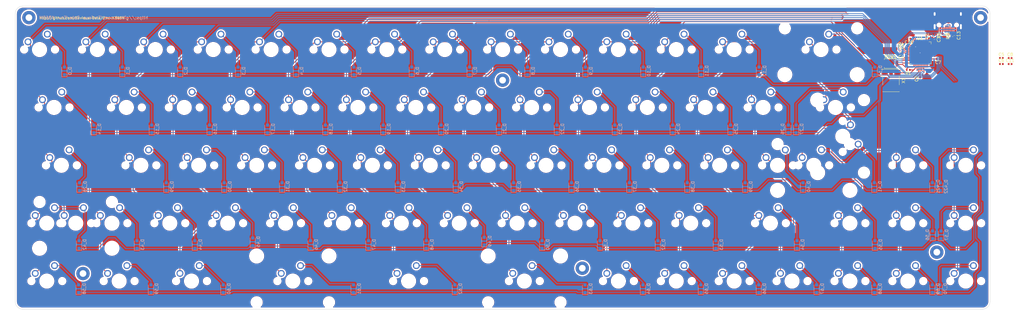
<source format=kicad_pcb>
(kicad_pcb (version 20171130) (host pcbnew "(5.1.10)-1")
  (layers (0 F.Cu signal) (31 B.Cu signal) (34 B.Paste user) (35 F.Paste user) (36 B.SilkS user) (37 F.SilkS user) (38 B.Mask user) (39 F.Mask user) (44 Edge.Cuts user))
  (net 0 "")
  (net 1 col0)
  (net 2 col1)
  (net 3 col2)
  (net 4 col3)
  (net 5 col4)
  (net 6 col5)
  (net 7 col6)
  (net 8 col7)
  (net 9 col8)
  (net 10 col9)
  (net 11 col10)
  (net 12 col11)
  (net 13 col12)
  (net 14 col13)
  (net 15 col14)
  (net 16 col15)
  (net 17 col16)
  (net 18 row0)
  (net 19 row1)
  (net 20 row2)
  (net 21 row3)
  (net 22 row4)
  (net 23 "Net-(D_0-Pad2)")
  (net 24 "Net-(D_1-Pad2)")
  (net 25 "Net-(D_2-Pad2)")
  (net 26 "Net-(D_3-Pad2)")
  (net 27 "Net-(D_4-Pad2)")
  (net 28 "Net-(D_5-Pad2)")
  (net 29 "Net-(D_6-Pad2)")
  (net 30 "Net-(D_7-Pad2)")
  (net 31 "Net-(D_8-Pad2)")
  (net 32 "Net-(D_9-Pad2)")
  (net 33 "Net-(D_10-Pad2)")
  (net 34 "Net-(D_11-Pad2)")
  (net 35 "Net-(D_12-Pad2)")
  (net 36 "Net-(D_13-Pad2)")
  (net 37 "Net-(D_16-Pad2)")
  (net 38 "Net-(D_17-Pad2)")
  (net 39 "Net-(D_18-Pad2)")
  (net 40 "Net-(D_19-Pad2)")
  (net 41 "Net-(D_20-Pad2)")
  (net 42 "Net-(D_21-Pad2)")
  (net 43 "Net-(D_22-Pad2)")
  (net 44 "Net-(D_23-Pad2)")
  (net 45 "Net-(D_24-Pad2)")
  (net 46 "Net-(D_25-Pad2)")
  (net 47 "Net-(D_26-Pad2)")
  (net 48 "Net-(D_27-Pad2)")
  (net 49 "Net-(D_28-Pad2)")
  (net 50 "Net-(D_32-Pad2)")
  (net 51 "Net-(D_33-Pad2)")
  (net 52 "Net-(D_34-Pad2)")
  (net 53 "Net-(D_35-Pad2)")
  (net 54 "Net-(D_36-Pad2)")
  (net 55 "Net-(D_37-Pad2)")
  (net 56 "Net-(D_38-Pad2)")
  (net 57 "Net-(D_39-Pad2)")
  (net 58 "Net-(D_40-Pad2)")
  (net 59 "Net-(D_41-Pad2)")
  (net 60 "Net-(D_42-Pad2)")
  (net 61 "Net-(D_43-Pad2)")
  (net 62 "Net-(D_44-Pad2)")
  (net 63 "Net-(D_29-Pad2)")
  (net 64 "Net-(D_47-Pad2)")
  (net 65 "Net-(D_48-Pad2)")
  (net 66 "Net-(D_49-Pad2)")
  (net 67 "Net-(D_50-Pad2)")
  (net 68 "Net-(D_51-Pad2)")
  (net 69 "Net-(D_52-Pad2)")
  (net 70 "Net-(D_53-Pad2)")
  (net 71 "Net-(D_54-Pad2)")
  (net 72 "Net-(D_55-Pad2)")
  (net 73 "Net-(D_56-Pad2)")
  (net 74 "Net-(D_57-Pad2)")
  (net 75 "Net-(D_58-Pad2)")
  (net 76 "Net-(D_59-Pad2)")
  (net 77 "Net-(D_60-Pad2)")
  (net 78 "Net-(D_61-Pad2)")
  (net 79 "Net-(D_62-Pad2)")
  (net 80 "Net-(D_63-Pad2)")
  (net 81 "Net-(D_64-Pad2)")
  (net 82 "Net-(D_65-Pad2)")
  (net 83 "Net-(D_66-Pad2)")
  (net 84 "Net-(D_67-Pad2)")
  (net 85 "Net-(D_68-Pad2)")
  (net 86 "Net-(D_69-Pad2)")
  (net 87 "Net-(D_70-Pad2)")
  (net 88 "Net-(D_14-Pad2)")
  (net 89 "Net-(D_15-Pad2)")
  (net 90 "Net-(D_30-Pad2)")
  (net 91 "Net-(D_31-Pad2)")
  (net 92 "Net-(D_45-Pad2)")
  (net 93 "Net-(D_46-Pad2)")
  (net 94 GND)
  (net 95 /XTAL1)
  (net 96 VBUS)
  (net 97 "Net-(C4-Pad1)")
  (net 98 "Net-(e1-Pad3)")
  (net 99 "Net-(R6-Pad2)")
  (net 100 "Net-(R5-Pad2)")
  (net 101 "Net-(e1-Pad9)")
  (net 102 USB_D-)
  (net 103 USB_D+)
  (net 104 /RUN)
  (net 105 "Net-(R3-Pad2)")
  (net 106 "Net-(R4-Pad2)")
  (net 107 "Net-(U1-Pad33)")
  (net 108 "Net-(U1-Pad32)")
  (net 109 "Net-(U1-Pad31)")
  (net 110 "Net-(U1-Pad30)")
  (net 111 "Net-(U1-Pad29)")
  (net 112 "Net-(U1-Pad28)")
  (net 113 "Net-(U1-Pad27)")
  (net 114 "Net-(U1-Pad26)")
  (net 115 "Net-(U1-Pad25)")
  (net 116 /XTAL2)
  (net 117 "Net-(D_421-Pad2)")
  (net 118 "Net-(D_422-Pad2)")
  (module MX_Only:MXOnly-1U-NoLED (layer F.Cu) (at 377.31 149.608)
    (fp_text reference K_422)
    (fp_text value KEYSW)
    (pad 2 thru_hole circle (at 2.54 -5.08) (size 2.25 2.25) (drill 1.47) (layers *.Cu B.Mask) (net 118 "Net-(D_422-Pad2)"))
    (pad "" np_thru_hole circle (at 0 0) (size 3.9878 3.9878) (drill 3.9878) (layers *.Cu *.Mask))
    (pad 1 thru_hole circle (at -3.81 -2.54) (size 2.25 2.25) (drill 1.47) (layers *.Cu B.Mask) (net 17 col16))
    (pad "" np_thru_hole circle (at -5.08 0 48.0996) (size 1.75 1.75) (drill 1.75) (layers *.Cu *.Mask))
    (pad "" np_thru_hole circle (at 5.08 0 48.0996) (size 1.75 1.75) (drill 1.75) (layers *.Cu *.Mask))
  )
  (module MX_Only:MXOnly-1U-NoLED (layer F.Cu) (at 358.26 149.61)
    (fp_text reference K_421)
    (fp_text value KEYSW)
    (pad 2 thru_hole circle (at 2.54 -5.08) (size 2.25 2.25) (drill 1.47) (layers *.Cu B.Mask) (net 117 "Net-(D_421-Pad2)"))
    (pad "" np_thru_hole circle (at 0 0) (size 3.9878 3.9878) (drill 3.9878) (layers *.Cu *.Mask))
    (pad 1 thru_hole circle (at -3.81 -2.54) (size 2.25 2.25) (drill 1.47) (layers *.Cu B.Mask) (net 16 col15))
    (pad "" np_thru_hole circle (at -5.08 0 48.0996) (size 1.75 1.75) (drill 1.75) (layers *.Cu *.Mask))
    (pad "" np_thru_hole circle (at 5.08 0 48.0996) (size 1.75 1.75) (drill 1.75) (layers *.Cu *.Mask))
  )
  (module Diode_SMD:D_SOD-323_HandSoldering (layer B.Cu) (at 368.975 156.6 90)
    (fp_text reference D_422 (at 0 1.85 90) (layer B.SilkS) (effects (justify mirror)))
    (fp_text value "Diode SOD-323")
    (pad 2 smd rect (at 1.25 0 90) (size 1 1) (layers B.Cu B.Paste B.Mask) (net 118 "Net-(D_422-Pad2)"))
    (pad 1 smd rect (at -1.25 0 90) (size 1 1) (layers B.Cu B.Paste B.Mask) (net 20 row2))
  )
  (module Diode_SMD:D_SOD-323_HandSoldering (layer B.Cu) (at 366.325 156.575 90)
    (fp_text reference D_421 (at 0 1.85 270) (layer B.SilkS) (effects (justify mirror)))
    (fp_text value "Diode SOD-323")
    (pad 2 smd rect (at 1.25 0 90) (size 1 1) (layers B.Cu B.Paste B.Mask) (net 117 "Net-(D_421-Pad2)"))
    (pad 1 smd rect (at -1.25 0 90) (size 1 1) (layers B.Cu B.Paste B.Mask) (net 20 row2))
  )
  (module Capacitor_SMD:C_0402_1005Metric (layer F.Cu) (at 391.92 116.27)
    (fp_text reference C11 (at 0 -1.16) (layer F.SilkS))
    (fp_text value "100nf 0402")
    (pad 2 smd roundrect (at 0.48 0) (size 0.56 0.62) (layers F.Cu F.Paste F.Mask) (net 94 GND))
    (pad 1 smd roundrect (at -0.48 0) (size 0.56 0.62) (layers F.Cu F.Paste F.Mask) (net 96 VBUS))
  )
  (module Capacitor_SMD:C_0402_1005Metric (layer F.Cu) (at 391.92 114.3)
    (fp_text reference C8 (at 0 -1.16) (layer F.SilkS))
    (fp_text value "100nf 0402")
    (pad 2 smd roundrect (at 0.48 0) (size 0.56 0.62) (layers F.Cu F.Paste F.Mask) (net 94 GND))
    (pad 1 smd roundrect (at -0.48 0) (size 0.56 0.62) (layers F.Cu F.Paste F.Mask) (net 96 VBUS))
  )
  (module Capacitor_SMD:C_0402_1005Metric (layer F.Cu) (at 389.05 116.27)
    (fp_text reference C6 (at 0 -1.16) (layer F.SilkS))
    (fp_text value "100nf 0402")
    (pad 2 smd roundrect (at 0.48 0) (size 0.56 0.62) (layers F.Cu F.Paste F.Mask) (net 94 GND))
    (pad 1 smd roundrect (at -0.48 0) (size 0.56 0.62) (layers F.Cu F.Paste F.Mask) (net 96 VBUS))
  )
  (module Capacitor_SMD:C_0402_1005Metric (layer F.Cu) (at 389.05 114.3)
    (fp_text reference C5 (at 0 -1.16) (layer F.SilkS))
    (fp_text value "100nf 0402")
    (pad 2 smd roundrect (at 0.48 0) (size 0.56 0.62) (layers F.Cu F.Paste F.Mask) (net 94 GND))
    (pad 1 smd roundrect (at -0.48 0) (size 0.56 0.62) (layers F.Cu F.Paste F.Mask) (net 96 VBUS))
  )
  (module MX_Only:MXOnly-2U-NoLED (layer F.Cu) (at 329.6842 111.50912)
    (fp_text reference K_13)
    (fp_text value KEYSW)
    (pad "" np_thru_hole circle (at 11.90625 8.255) (size 3.9878 3.9878) (drill 3.9878) (layers *.Cu *.Mask))
    (pad "" np_thru_hole circle (at -11.90625 8.255) (size 3.9878 3.9878) (drill 3.9878) (layers *.Cu *.Mask))
    (pad "" np_thru_hole circle (at 11.90625 -6.985) (size 3.048 3.048) (drill 3.048) (layers *.Cu *.Mask))
    (pad "" np_thru_hole circle (at -11.90625 -6.985) (size 3.048 3.048) (drill 3.048) (layers *.Cu *.Mask))
    (pad "" np_thru_hole circle (at 5.08 0 48.0996) (size 1.75 1.75) (drill 1.75) (layers *.Cu *.Mask))
    (pad "" np_thru_hole circle (at -5.08 0 48.0996) (size 1.75 1.75) (drill 1.75) (layers *.Cu *.Mask))
    (pad 1 thru_hole circle (at -3.81 -2.54) (size 2.25 2.25) (drill 1.47) (layers *.Cu B.Mask) (net 15 col14))
    (pad "" np_thru_hole circle (at 0 0) (size 3.9878 3.9878) (drill 3.9878) (layers *.Cu *.Mask))
    (pad 2 thru_hole circle (at 2.54 -5.08) (size 2.25 2.25) (drill 1.47) (layers *.Cu B.Mask) (net 36 "Net-(D_13-Pad2)"))
  )
  (module Button_Switch_SMD:SW_Push_SPST_NO_Alps_SKRK (layer F.Cu) (at 352.575 116.1)
    (fp_text reference RSW1 (at 0 -2.25) (layer F.SilkS))
    (fp_text value SKRK)
    (pad 1 smd roundrect (at -2.1 0) (size 0.8 2) (layers F.Cu F.Paste F.Mask) (net 94 GND))
    (pad 2 smd roundrect (at 2.1 0) (size 0.8 2) (layers F.Cu F.Paste F.Mask) (net 104 /RUN))
  )
  (module Resistor_SMD:R_0402_1005Metric (layer F.Cu) (at 369.65 106.85 90)
    (fp_text reference R6 (at 0 -1.17 90) (layer F.SilkS))
    (fp_text value 5.1K)
    (pad 2 smd roundrect (at 0.51 0 90) (size 0.54 0.64) (layers F.Cu F.Paste F.Mask) (net 99 "Net-(R6-Pad2)"))
    (pad 1 smd roundrect (at -0.51 0 90) (size 0.54 0.64) (layers F.Cu F.Paste F.Mask) (net 94 GND))
  )
  (module Resistor_SMD:R_0402_1005Metric (layer F.Cu) (at 372.65 107.225 90)
    (fp_text reference R5 (at 0 -1.17 90) (layer F.SilkS))
    (fp_text value 5.1K)
    (pad 2 smd roundrect (at 0.51 0 90) (size 0.54 0.64) (layers F.Cu F.Paste F.Mask) (net 100 "Net-(R5-Pad2)"))
    (pad 1 smd roundrect (at -0.51 0 90) (size 0.54 0.64) (layers F.Cu F.Paste F.Mask) (net 94 GND))
  )
  (module Capacitor_SMD:C_0402_1005Metric (layer F.Cu) (at 356.025 110.85)
    (fp_text reference R4 (at 0 -1.16) (layer F.SilkS))
    (fp_text value "22Ohm 0402 Resistor")
    (pad 2 smd roundrect (at 0.48 0) (size 0.56 0.62) (layers F.Cu F.Paste F.Mask) (net 106 "Net-(R4-Pad2)"))
    (pad 1 smd roundrect (at -0.48 0) (size 0.56 0.62) (layers F.Cu F.Paste F.Mask) (net 102 USB_D-))
  )
  (module Capacitor_SMD:C_0402_1005Metric (layer F.Cu) (at 356.025 111.85)
    (fp_text reference R3 (at 0 -1.16) (layer F.SilkS))
    (fp_text value " 22Ohm  0402 Resistor")
    (pad 2 smd roundrect (at 0.48 0) (size 0.56 0.62) (layers F.Cu F.Paste F.Mask) (net 105 "Net-(R3-Pad2)"))
    (pad 1 smd roundrect (at -0.48 0) (size 0.56 0.62) (layers F.Cu F.Paste F.Mask) (net 103 USB_D+))
  )
  (module Resistor_SMD:R_0402_1005Metric (layer F.Cu) (at 358.4 118.2 180)
    (fp_text reference R1 (at 0 -1.17) (layer F.SilkS))
    (fp_text value "10K 0402")
    (pad 2 smd roundrect (at 0.51 0 180) (size 0.54 0.64) (layers F.Cu F.Paste F.Mask) (net 104 /RUN))
    (pad 1 smd roundrect (at -0.51 0 180) (size 0.54 0.64) (layers F.Cu F.Paste F.Mask) (net 96 VBUS))
  )
  (module Capacitor_SMD:C_0402_1005Metric (layer F.Cu) (at 373.85 106.9 270)
    (fp_text reference C13 (at 0 -1.16 90) (layer F.SilkS))
    (fp_text value "100nf 0402")
    (pad 2 smd roundrect (at 0.48 0 270) (size 0.56 0.62) (layers F.Cu F.Paste F.Mask) (net 94 GND))
    (pad 1 smd roundrect (at -0.48 0 270) (size 0.56 0.62) (layers F.Cu F.Paste F.Mask) (net 96 VBUS))
  )
  (module Capacitor_SMD:C_0402_1005Metric (layer F.Cu) (at 358.625 107.95 180)
    (fp_text reference C10 (at 0 -1.16) (layer F.SilkS))
    (fp_text value "1uf 0402")
    (pad 2 smd roundrect (at 0.48 0 180) (size 0.56 0.62) (layers F.Cu F.Paste F.Mask) (net 94 GND))
    (pad 1 smd roundrect (at -0.48 0 180) (size 0.56 0.62) (layers F.Cu F.Paste F.Mask) (net 96 VBUS))
  )
  (module Capacitor_SMD:C_0402_1005Metric (layer F.Cu) (at 368.25 114.6 180)
    (fp_text reference C7 (at 0 -1.16) (layer F.SilkS))
    (fp_text value "0.1uF 0402")
    (pad 2 smd roundrect (at 0.48 0 180) (size 0.56 0.62) (layers F.Cu F.Paste F.Mask) (net 96 VBUS))
    (pad 1 smd roundrect (at -0.48 0 180) (size 0.56 0.62) (layers F.Cu F.Paste F.Mask) (net 94 GND))
  )
  (module Capacitor_SMD:C_0402_1005Metric (layer F.Cu) (at 356.025 112.85 180)
    (fp_text reference C4 (at 0 -1.16) (layer F.SilkS))
    (fp_text value "1uF 0402")
    (pad 2 smd roundrect (at 0.48 0 180) (size 0.56 0.62) (layers F.Cu F.Paste F.Mask) (net 94 GND))
    (pad 1 smd roundrect (at -0.48 0 180) (size 0.56 0.62) (layers F.Cu F.Paste F.Mask) (net 97 "Net-(C4-Pad1)"))
  )
  (module Capacitor_SMD:C_0402_1005Metric (layer F.Cu) (at 367.3 108.175 270)
    (fp_text reference C3 (at 0 -1.16 90) (layer F.SilkS))
    (fp_text value "1uf 0402")
    (pad 2 smd roundrect (at 0.48 0 270) (size 0.56 0.62) (layers F.Cu F.Paste F.Mask) (net 94 GND))
    (pad 1 smd roundrect (at -0.48 0 270) (size 0.56 0.62) (layers F.Cu F.Paste F.Mask) (net 96 VBUS))
  )
  (module Capacitor_SMD:C_0402_1005Metric (layer F.Cu) (at 362.31 121.17 90)
    (fp_text reference C2 (at 0 -1.16 90) (layer F.SilkS))
    (fp_text value "15pf 0402")
    (pad 2 smd roundrect (at 0.48 0 90) (size 0.56 0.62) (layers F.Cu F.Paste F.Mask) (net 95 /XTAL1))
    (pad 1 smd roundrect (at -0.48 0 90) (size 0.56 0.62) (layers F.Cu F.Paste F.Mask) (net 94 GND))
  )
  (module Capacitor_SMD:C_0603_1608Metric (layer F.Cu) (at 366.05 106.95 90)
    (fp_text reference C1 (at 0 -1.43 90) (layer F.SilkS))
    (fp_text value "10uf 0603 6.3V")
    (pad 2 smd roundrect (at 0.775 0 90) (size 0.9 0.95) (layers F.Cu F.Paste F.Mask) (net 94 GND))
    (pad 1 smd roundrect (at -0.775 0 90) (size 0.9 0.95) (layers F.Cu F.Paste F.Mask) (net 96 VBUS))
  )
  (module Oscillator:Oscillator_SMD_SeikoEpson_SG8002CA-4Pin_7.0x5.0mm (layer F.Cu) (at 352.73 121.7 270)
    (fp_text reference X1 (at 0 -4.1 90) (layer F.SilkS))
    (fp_text value "7050 8MHz 5V")
    (pad 4 smd rect (at -2.54 -2.1 270) (size 1.8 2) (layers F.Cu F.Paste F.Mask) (net 96 VBUS))
    (pad 3 smd rect (at 2.54 -2.1 270) (size 1.8 2) (layers F.Cu F.Paste F.Mask) (net 95 /XTAL1))
    (pad 2 smd rect (at 2.54 2.1 270) (size 1.8 2) (layers F.Cu F.Paste F.Mask) (net 94 GND))
    (pad 1 smd rect (at -2.54 2.1 270) (size 1.8 2) (layers F.Cu F.Paste F.Mask) (net 116 /XTAL2))
  )
  (module Package_DFN_QFN:QFN-44-1EP_7x7mm_P0.5mm_EP5.2x5.2mm (layer F.Cu) (at 362.3 112.6)
    (fp_text reference U1 (at 0 -4.82) (layer F.SilkS))
    (fp_text value ATmega32U4-MU)
    (pad 45 smd rect (at 0 0) (size 5.2 5.2) (layers F.Cu F.Mask) (net 94 GND))
    (pad 44 smd roundrect (at -2.5 -3.3375) (size 0.25 1.075) (layers F.Cu F.Paste F.Mask) (net 96 VBUS))
    (pad 43 smd roundrect (at -2 -3.3375) (size 0.25 1.075) (layers F.Cu F.Paste F.Mask) (net 94 GND))
    (pad 42 smd roundrect (at -1.5 -3.3375) (size 0.25 1.075) (layers F.Cu F.Paste F.Mask) (net 96 VBUS))
    (pad 41 smd roundrect (at -1 -3.3375) (size 0.25 1.075) (layers F.Cu F.Paste F.Mask) (net 11 col10))
    (pad 40 smd roundrect (at -0.5 -3.3375) (size 0.25 1.075) (layers F.Cu F.Paste F.Mask) (net 10 col9))
    (pad 39 smd roundrect (at 0 -3.3375) (size 0.25 1.075) (layers F.Cu F.Paste F.Mask) (net 9 col8))
    (pad 38 smd roundrect (at 0.5 -3.3375) (size 0.25 1.075) (layers F.Cu F.Paste F.Mask) (net 8 col7))
    (pad 37 smd roundrect (at 1 -3.3375) (size 0.25 1.075) (layers F.Cu F.Paste F.Mask) (net 7 col6))
    (pad 36 smd roundrect (at 1.5 -3.3375) (size 0.25 1.075) (layers F.Cu F.Paste F.Mask) (net 6 col5))
    (pad 35 smd roundrect (at 2 -3.3375) (size 0.25 1.075) (layers F.Cu F.Paste F.Mask) (net 94 GND))
    (pad 34 smd roundrect (at 2.5 -3.3375) (size 0.25 1.075) (layers F.Cu F.Paste F.Mask) (net 96 VBUS))
    (pad 33 smd roundrect (at 3.3375 -2.5) (size 1.075 0.25) (layers F.Cu F.Paste F.Mask) (net 107 "Net-(U1-Pad33)"))
    (pad 32 smd roundrect (at 3.3375 -2) (size 1.075 0.25) (layers F.Cu F.Paste F.Mask) (net 108 "Net-(U1-Pad32)"))
    (pad 31 smd roundrect (at 3.3375 -1.5) (size 1.075 0.25) (layers F.Cu F.Paste F.Mask) (net 109 "Net-(U1-Pad31)"))
    (pad 30 smd roundrect (at 3.3375 -1) (size 1.075 0.25) (layers F.Cu F.Paste F.Mask) (net 110 "Net-(U1-Pad30)"))
    (pad 29 smd roundrect (at 3.3375 -0.5) (size 1.075 0.25) (layers F.Cu F.Paste F.Mask) (net 111 "Net-(U1-Pad29)"))
    (pad 28 smd roundrect (at 3.3375 0) (size 1.075 0.25) (layers F.Cu F.Paste F.Mask) (net 112 "Net-(U1-Pad28)"))
    (pad 27 smd roundrect (at 3.3375 0.5) (size 1.075 0.25) (layers F.Cu F.Paste F.Mask) (net 113 "Net-(U1-Pad27)"))
    (pad 26 smd roundrect (at 3.3375 1) (size 1.075 0.25) (layers F.Cu F.Paste F.Mask) (net 114 "Net-(U1-Pad26)"))
    (pad 25 smd roundrect (at 3.3375 1.5) (size 1.075 0.25) (layers F.Cu F.Paste F.Mask) (net 115 "Net-(U1-Pad25)"))
    (pad 24 smd roundrect (at 3.3375 2) (size 1.075 0.25) (layers F.Cu F.Paste F.Mask) (net 96 VBUS))
    (pad 23 smd roundrect (at 3.3375 2.5) (size 1.075 0.25) (layers F.Cu F.Paste F.Mask) (net 94 GND))
    (pad 22 smd roundrect (at 2.5 3.3375) (size 0.25 1.075) (layers F.Cu F.Paste F.Mask) (net 17 col16))
    (pad 21 smd roundrect (at 2 3.3375) (size 0.25 1.075) (layers F.Cu F.Paste F.Mask) (net 16 col15))
    (pad 20 smd roundrect (at 1.5 3.3375) (size 0.25 1.075) (layers F.Cu F.Paste F.Mask) (net 15 col14))
    (pad 19 smd roundrect (at 1 3.3375) (size 0.25 1.075) (layers F.Cu F.Paste F.Mask) (net 5 col4))
    (pad 18 smd roundrect (at 0.5 3.3375) (size 0.25 1.075) (layers F.Cu F.Paste F.Mask) (net 4 col3))
    (pad 17 smd roundrect (at 0 3.3375) (size 0.25 1.075) (layers F.Cu F.Paste F.Mask) (net 95 /XTAL1))
    (pad 16 smd roundrect (at -0.5 3.3375) (size 0.25 1.075) (layers F.Cu F.Paste F.Mask) (net 116 /XTAL2))
    (pad 15 smd roundrect (at -1 3.3375) (size 0.25 1.075) (layers F.Cu F.Paste F.Mask) (net 94 GND))
    (pad 14 smd roundrect (at -1.5 3.3375) (size 0.25 1.075) (layers F.Cu F.Paste F.Mask) (net 96 VBUS))
    (pad 13 smd roundrect (at -2 3.3375) (size 0.25 1.075) (layers F.Cu F.Paste F.Mask) (net 104 /RUN))
    (pad 12 smd roundrect (at -2.5 3.3375) (size 0.25 1.075) (layers F.Cu F.Paste F.Mask) (net 3 col2))
    (pad 11 smd roundrect (at -3.3375 2.5) (size 1.075 0.25) (layers F.Cu F.Paste F.Mask) (net 2 col1))
    (pad 10 smd roundrect (at -3.3375 2) (size 1.075 0.25) (layers F.Cu F.Paste F.Mask) (net 1 col0))
    (pad 9 smd roundrect (at -3.3375 1.5) (size 1.075 0.25) (layers F.Cu F.Paste F.Mask) (net 14 col13))
    (pad 8 smd roundrect (at -3.3375 1) (size 1.075 0.25) (layers F.Cu F.Paste F.Mask) (net 13 col12))
    (pad 7 smd roundrect (at -3.3375 0.5) (size 1.075 0.25) (layers F.Cu F.Paste F.Mask) (net 96 VBUS))
    (pad 6 smd roundrect (at -3.3375 0) (size 1.075 0.25) (layers F.Cu F.Paste F.Mask) (net 97 "Net-(C4-Pad1)"))
    (pad 5 smd roundrect (at -3.3375 -0.5) (size 1.075 0.25) (layers F.Cu F.Paste F.Mask) (net 94 GND))
    (pad 4 smd roundrect (at -3.3375 -1) (size 1.075 0.25) (layers F.Cu F.Paste F.Mask) (net 105 "Net-(R3-Pad2)"))
    (pad 3 smd roundrect (at -3.3375 -1.5) (size 1.075 0.25) (layers F.Cu F.Paste F.Mask) (net 106 "Net-(R4-Pad2)"))
    (pad 2 smd roundrect (at -3.3375 -2) (size 1.075 0.25) (layers F.Cu F.Paste F.Mask) (net 96 VBUS))
    (pad 1 smd roundrect (at -3.3375 -2.5) (size 1.075 0.25) (layers F.Cu F.Paste F.Mask) (net 12 col11))
  )
  (module HRO-TYPE-C31-M-12:HRO-TYPE-C-31-M-12 (layer F.Cu) (at 371.4 97.2 180)
    (fp_text reference e1 (at 0 -9.25) (layer F.SilkS))
    (fp_text value TYPE-C-31-M-12)
    (pad 12 smd rect (at 3.225 -7.695 180) (size 0.6 1.45) (layers F.Cu F.Paste F.Mask) (net 94 GND))
    (pad 1 smd rect (at -3.225 -7.695 180) (size 0.6 1.45) (layers F.Cu F.Paste F.Mask) (net 94 GND))
    (pad 11 smd rect (at 2.45 -7.695 180) (size 0.6 1.45) (layers F.Cu F.Paste F.Mask) (net 96 VBUS))
    (pad 2 smd rect (at -2.45 -7.695 180) (size 0.6 1.45) (layers F.Cu F.Paste F.Mask) (net 96 VBUS))
    (pad 3 smd rect (at -1.75 -7.695 180) (size 0.3 1.45) (layers F.Cu F.Paste F.Mask) (net 98 "Net-(e1-Pad3)"))
    (pad 10 smd rect (at 1.75 -7.695 180) (size 0.3 1.45) (layers F.Cu F.Paste F.Mask) (net 99 "Net-(R6-Pad2)"))
    (pad 4 smd rect (at -1.25 -7.695 180) (size 0.3 1.45) (layers F.Cu F.Paste F.Mask) (net 100 "Net-(R5-Pad2)"))
    (pad 9 smd rect (at 1.25 -7.695 180) (size 0.3 1.45) (layers F.Cu F.Paste F.Mask) (net 101 "Net-(e1-Pad9)"))
    (pad 5 smd rect (at -0.75 -7.695 180) (size 0.3 1.45) (layers F.Cu F.Paste F.Mask) (net 102 USB_D-))
    (pad 8 smd rect (at 0.75 -7.695 180) (size 0.3 1.45) (layers F.Cu F.Paste F.Mask) (net 103 USB_D+))
    (pad 7 smd rect (at 0.25 -7.695 180) (size 0.3 1.45) (layers F.Cu F.Paste F.Mask) (net 102 USB_D-))
    (pad 6 smd rect (at -0.25 -7.695 180) (size 0.3 1.45) (layers F.Cu F.Paste F.Mask) (net 103 USB_D+))
    (pad "" np_thru_hole circle (at 2.89 -6.25 180) (size 0.65 0.65) (drill 0.65) (layers *.Cu *.Mask))
    (pad "" np_thru_hole circle (at -2.89 -6.25 180) (size 0.65 0.65) (drill 0.65) (layers *.Cu *.Mask))
    (pad 13 thru_hole oval (at -4.32 -6.78 180) (size 1 2.1) (drill oval 0.6 1.7) (layers *.Cu B.Mask) (net 94 GND))
    (pad 13 thru_hole oval (at 4.32 -6.78 180) (size 1 2.1) (drill oval 0.6 1.7) (layers *.Cu B.Mask) (net 94 GND))
    (pad 13 thru_hole oval (at -4.32 -2.6 180) (size 1 1.6) (drill oval 0.6 1.2) (layers *.Cu B.Mask) (net 94 GND))
    (pad 13 thru_hole oval (at 4.32 -2.6 180) (size 1 1.6) (drill oval 0.6 1.2) (layers *.Cu B.Mask) (net 94 GND))
  )
  (module MountingHole:MountingHole_2.2mm_M2_Pad (layer F.Cu) (at 251.125 183.475)
    (fp_text reference H5)
    (fp_text value MountingHole)
    (pad 1 thru_hole circle (at 0 0) (size 4.4 4.4) (drill 2.2) (layers *.Cu *.Mask))
  )
  (module MountingHole:MountingHole_2.2mm_M2_Pad (layer F.Cu) (at 224.9 121.6)
    (fp_text reference H4)
    (fp_text value MountingHole)
    (pad 1 thru_hole circle (at 0 0) (size 4.4 4.4) (drill 2.2) (layers *.Cu *.Mask))
  )
  (module MountingHole:MountingHole_2.2mm_M2_Pad (layer F.Cu) (at 367.8 178.2)
    (fp_text reference H3)
    (fp_text value MountingHole)
    (pad 1 thru_hole circle (at 0 0) (size 4.4 4.4) (drill 2.2) (layers *.Cu *.Mask))
  )
  (module MountingHole:MountingHole_2.2mm_M2_Pad (layer F.Cu) (at 86.8 185.22)
    (fp_text reference H2)
    (fp_text value MountingHole)
    (pad 1 thru_hole circle (at 0 0) (size 4.4 4.4) (drill 2.2) (layers *.Cu *.Mask))
  )
  (module MountingHole:MountingHole_2.2mm_M2_Pad (layer F.Cu) (at 69 101)
    (fp_text reference H1)
    (fp_text value MountingHole)
    (pad 1 thru_hole circle (at 0 0) (size 4.4 4.4) (drill 2.2) (layers *.Cu *.Mask))
  )
  (module MountingHole:MountingHole_2.2mm_M2_Pad (layer F.Cu) (at 382.2 101)
    (fp_text reference H0)
    (fp_text value MountingHole)
    (pad 1 thru_hole circle (at 0 0) (size 4.4 4.4) (drill 2.2) (layers *.Cu *.Mask))
  )
  (module MX_Only:MXOnly-2.25U-NoLED (layer F.Cu) (at 84.415 168.659)
    (fp_text reference K_43)
    (fp_text value KEYSW)
    (pad 2 thru_hole circle (at 2.54 -5.08) (size 2.25 2.25) (drill 1.47) (layers *.Cu B.Mask) (net 60 "Net-(D_42-Pad2)"))
    (pad "" np_thru_hole circle (at 0 0) (size 3.9878 3.9878) (drill 3.9878) (layers *.Cu *.Mask))
    (pad 1 thru_hole circle (at -3.81 -2.54) (size 2.25 2.25) (drill 1.47) (layers *.Cu B.Mask) (net 1 col0))
    (pad "" np_thru_hole circle (at -5.08 0 48.0996) (size 1.75 1.75) (drill 1.75) (layers *.Cu *.Mask))
    (pad "" np_thru_hole circle (at 5.08 0 48.0996) (size 1.75 1.75) (drill 1.75) (layers *.Cu *.Mask))
    (pad "" np_thru_hole circle (at -11.90625 -6.985) (size 3.048 3.048) (drill 3.048) (layers *.Cu *.Mask))
    (pad "" np_thru_hole circle (at 11.90625 -6.985) (size 3.048 3.048) (drill 3.048) (layers *.Cu *.Mask))
    (pad "" np_thru_hole circle (at -11.90625 8.255) (size 3.9878 3.9878) (drill 3.9878) (layers *.Cu *.Mask))
    (pad "" np_thru_hole circle (at 11.90625 8.255) (size 3.9878 3.9878) (drill 3.9878) (layers *.Cu *.Mask))
  )
  (module MX_Only:MXOnly-2.25U-NoLED (layer F.Cu) (at 327.3 149.6)
    (fp_text reference K_28)
    (fp_text value KEYSW)
    (pad 2 thru_hole circle (at 2.54 -5.08) (size 2.25 2.25) (drill 1.47) (layers *.Cu B.Mask) (net 59 "Net-(D_41-Pad2)"))
    (pad "" np_thru_hole circle (at 0 0) (size 3.9878 3.9878) (drill 3.9878) (layers *.Cu *.Mask))
    (pad 1 thru_hole circle (at -3.81 -2.54) (size 2.25 2.25) (drill 1.47) (layers *.Cu B.Mask) (net 15 col14))
    (pad "" np_thru_hole circle (at -5.08 0 48.0996) (size 1.75 1.75) (drill 1.75) (layers *.Cu *.Mask))
    (pad "" np_thru_hole circle (at 5.08 0 48.0996) (size 1.75 1.75) (drill 1.75) (layers *.Cu *.Mask))
    (pad "" np_thru_hole circle (at -11.90625 -6.985) (size 3.048 3.048) (drill 3.048) (layers *.Cu *.Mask))
    (pad "" np_thru_hole circle (at 11.90625 -6.985) (size 3.048 3.048) (drill 3.048) (layers *.Cu *.Mask))
    (pad "" np_thru_hole circle (at -11.90625 8.255) (size 3.9878 3.9878) (drill 3.9878) (layers *.Cu *.Mask))
    (pad "" np_thru_hole circle (at 11.90625 8.255) (size 3.9878 3.9878) (drill 3.9878) (layers *.Cu *.Mask))
  )
  (module MX_Only:MXOnly-1.5U-NoLED (layer F.Cu) (at 334.45 130.56)
    (fp_text reference K_27)
    (fp_text value KEYSW)
    (pad "" np_thru_hole circle (at 5.08 0 48.0996) (size 1.75 1.75) (drill 1.75) (layers *.Cu *.Mask))
    (pad "" np_thru_hole circle (at -5.08 0 48.0996) (size 1.75 1.75) (drill 1.75) (layers *.Cu *.Mask))
    (pad 1 thru_hole circle (at -3.81 -2.54) (size 2.25 2.25) (drill 1.47) (layers *.Cu B.Mask) (net 15 col14))
    (pad "" np_thru_hole circle (at 0 0) (size 3.9878 3.9878) (drill 3.9878) (layers *.Cu *.Mask))
    (pad 2 thru_hole circle (at 2.54 -5.08) (size 2.25 2.25) (drill 1.47) (layers *.Cu B.Mask) (net 48 "Net-(D_27-Pad2)"))
  )
  (module Diode_SMD:D_SOD-323_HandSoldering (layer B.Cu) (at 321.489 137.634 90)
    (fp_text reference D_27 (at 0 1.85 270) (layer B.SilkS) (effects (justify mirror)))
    (fp_text value "Diode SOD-323")
    (pad 2 smd rect (at 1.25 0 90) (size 1 1) (layers B.Cu B.Paste B.Mask) (net 48 "Net-(D_27-Pad2)"))
    (pad 1 smd rect (at -1.25 0 90) (size 1 1) (layers B.Cu B.Paste B.Mask) (net 19 row1))
  )
  (module Diode_SMD:D_SOD-323_HandSoldering (layer B.Cu) (at 368.75 190.20912 90)
    (fp_text reference D_70 (at 0 1.85 90) (layer B.SilkS) (effects (justify mirror)))
    (fp_text value "Diode SOD-323")
    (pad 2 smd rect (at 1.25 0 90) (size 1 1) (layers B.Cu B.Paste B.Mask) (net 87 "Net-(D_70-Pad2)"))
    (pad 1 smd rect (at -1.25 0 90) (size 1 1) (layers B.Cu B.Paste B.Mask) (net 22 row4))
  )
  (module Diode_SMD:D_SOD-323_HandSoldering (layer B.Cu) (at 366.3342 190.20912 90)
    (fp_text reference D_69 (at 0 1.85 90) (layer B.SilkS) (effects (justify mirror)))
    (fp_text value "Diode SOD-323")
    (pad 2 smd rect (at 1.25 0 90) (size 1 1) (layers B.Cu B.Paste B.Mask) (net 86 "Net-(D_69-Pad2)"))
    (pad 1 smd rect (at -1.25 0 90) (size 1 1) (layers B.Cu B.Paste B.Mask) (net 22 row4))
  )
  (module Diode_SMD:D_SOD-323_HandSoldering (layer B.Cu) (at 347.2842 190.20912 90)
    (fp_text reference D_68 (at 0 1.85 90) (layer B.SilkS) (effects (justify mirror)))
    (fp_text value "Diode SOD-323")
    (pad 2 smd rect (at 1.25 0 90) (size 1 1) (layers B.Cu B.Paste B.Mask) (net 85 "Net-(D_68-Pad2)"))
    (pad 1 smd rect (at -1.25 0 90) (size 1 1) (layers B.Cu B.Paste B.Mask) (net 22 row4))
  )
  (module Diode_SMD:D_SOD-323_HandSoldering (layer B.Cu) (at 328.2342 190.20912 90)
    (fp_text reference D_67 (at 0 1.85 90) (layer B.SilkS) (effects (justify mirror)))
    (fp_text value "Diode SOD-323")
    (pad 2 smd rect (at 1.25 0 90) (size 1 1) (layers B.Cu B.Paste B.Mask) (net 84 "Net-(D_67-Pad2)"))
    (pad 1 smd rect (at -1.25 0 90) (size 1 1) (layers B.Cu B.Paste B.Mask) (net 22 row4))
  )
  (module Diode_SMD:D_SOD-323_HandSoldering (layer B.Cu) (at 309.1842 190.20912 90)
    (fp_text reference D_66 (at 0 1.85 90) (layer B.SilkS) (effects (justify mirror)))
    (fp_text value "Diode SOD-323")
    (pad 2 smd rect (at 1.25 0 90) (size 1 1) (layers B.Cu B.Paste B.Mask) (net 83 "Net-(D_66-Pad2)"))
    (pad 1 smd rect (at -1.25 0 90) (size 1 1) (layers B.Cu B.Paste B.Mask) (net 22 row4))
  )
  (module Diode_SMD:D_SOD-323_HandSoldering (layer B.Cu) (at 290.1342 190.20912 90)
    (fp_text reference D_65 (at 0 1.85 90) (layer B.SilkS) (effects (justify mirror)))
    (fp_text value "Diode SOD-323")
    (pad 2 smd rect (at 1.25 0 90) (size 1 1) (layers B.Cu B.Paste B.Mask) (net 82 "Net-(D_65-Pad2)"))
    (pad 1 smd rect (at -1.25 0 90) (size 1 1) (layers B.Cu B.Paste B.Mask) (net 22 row4))
  )
  (module Diode_SMD:D_SOD-323_HandSoldering (layer B.Cu) (at 271.0842 190.20912 90)
    (fp_text reference D_64 (at 0 1.85 90) (layer B.SilkS) (effects (justify mirror)))
    (fp_text value "Diode SOD-323")
    (pad 2 smd rect (at 1.25 0 90) (size 1 1) (layers B.Cu B.Paste B.Mask) (net 81 "Net-(D_64-Pad2)"))
    (pad 1 smd rect (at -1.25 0 90) (size 1 1) (layers B.Cu B.Paste B.Mask) (net 22 row4))
  )
  (module Diode_SMD:D_SOD-323_HandSoldering (layer B.Cu) (at 252.0342 190.20912 90)
    (fp_text reference D_63 (at 0 1.85 90) (layer B.SilkS) (effects (justify mirror)))
    (fp_text value "Diode SOD-323")
    (pad 2 smd rect (at 1.25 0 90) (size 1 1) (layers B.Cu B.Paste B.Mask) (net 80 "Net-(D_63-Pad2)"))
    (pad 1 smd rect (at -1.25 0 90) (size 1 1) (layers B.Cu B.Paste B.Mask) (net 22 row4))
  )
  (module Diode_SMD:D_SOD-323_HandSoldering (layer B.Cu) (at 209.1717 190.20912 90)
    (fp_text reference D_62 (at 0 1.85 90) (layer B.SilkS) (effects (justify mirror)))
    (fp_text value "Diode SOD-323")
    (pad 2 smd rect (at 1.25 0 90) (size 1 1) (layers B.Cu B.Paste B.Mask) (net 79 "Net-(D_62-Pad2)"))
    (pad 1 smd rect (at -1.25 0 90) (size 1 1) (layers B.Cu B.Paste B.Mask) (net 22 row4))
  )
  (module Diode_SMD:D_SOD-323_HandSoldering (layer B.Cu) (at 175.8342 190.20912 90)
    (fp_text reference D_61 (at 0 1.85 90) (layer B.SilkS) (effects (justify mirror)))
    (fp_text value "Diode SOD-323")
    (pad 2 smd rect (at 1.25 0 90) (size 1 1) (layers B.Cu B.Paste B.Mask) (net 78 "Net-(D_61-Pad2)"))
    (pad 1 smd rect (at -1.25 0 90) (size 1 1) (layers B.Cu B.Paste B.Mask) (net 22 row4))
  )
  (module Diode_SMD:D_SOD-323_HandSoldering (layer B.Cu) (at 132.9717 190.20912 90)
    (fp_text reference D_60 (at 0 1.85 90) (layer B.SilkS) (effects (justify mirror)))
    (fp_text value "Diode SOD-323")
    (pad 2 smd rect (at 1.25 0 90) (size 1 1) (layers B.Cu B.Paste B.Mask) (net 77 "Net-(D_60-Pad2)"))
    (pad 1 smd rect (at -1.25 0 90) (size 1 1) (layers B.Cu B.Paste B.Mask) (net 22 row4))
  )
  (module Diode_SMD:D_SOD-323_HandSoldering (layer B.Cu) (at 109.1592 190.20912 90)
    (fp_text reference D_59 (at 0 1.85 90) (layer B.SilkS) (effects (justify mirror)))
    (fp_text value "Diode SOD-323")
    (pad 2 smd rect (at 1.25 0 90) (size 1 1) (layers B.Cu B.Paste B.Mask) (net 76 "Net-(D_59-Pad2)"))
    (pad 1 smd rect (at -1.25 0 90) (size 1 1) (layers B.Cu B.Paste B.Mask) (net 22 row4))
  )
  (module Diode_SMD:D_SOD-323_HandSoldering (layer B.Cu) (at 85.3467 190.20912 90)
    (fp_text reference D_58 (at 0 1.85 90) (layer B.SilkS) (effects (justify mirror)))
    (fp_text value "Diode SOD-323")
    (pad 2 smd rect (at 1.25 0 90) (size 1 1) (layers B.Cu B.Paste B.Mask) (net 75 "Net-(D_58-Pad2)"))
    (pad 1 smd rect (at -1.25 0 90) (size 1 1) (layers B.Cu B.Paste B.Mask) (net 22 row4))
  )
  (module Diode_SMD:D_SOD-323_HandSoldering (layer B.Cu) (at 369.18 172.49412 90)
    (fp_text reference D_57 (at 0 1.85 90) (layer B.SilkS) (effects (justify mirror)))
    (fp_text value "Diode SOD-323")
    (pad 2 smd rect (at 1.25 0 90) (size 1 1) (layers B.Cu B.Paste B.Mask) (net 74 "Net-(D_57-Pad2)"))
    (pad 1 smd rect (at -1.25 0 90) (size 1 1) (layers B.Cu B.Paste B.Mask) (net 21 row3))
  )
  (module Diode_SMD:D_SOD-323_HandSoldering (layer B.Cu) (at 366.4142 172.49412 90)
    (fp_text reference D_56 (at 0 -1.7342 90) (layer B.SilkS) (effects (justify mirror)))
    (fp_text value "Diode SOD-323")
    (pad 2 smd rect (at 1.25 0 90) (size 1 1) (layers B.Cu B.Paste B.Mask) (net 73 "Net-(D_56-Pad2)"))
    (pad 1 smd rect (at -1.25 0 90) (size 1 1) (layers B.Cu B.Paste B.Mask) (net 21 row3))
  )
  (module Diode_SMD:D_SOD-323_HandSoldering (layer B.Cu) (at 347.4342 175.68412 90)
    (fp_text reference D_55 (at 0 1.85 90) (layer B.SilkS) (effects (justify mirror)))
    (fp_text value "Diode SOD-323")
    (pad 2 smd rect (at 1.25 0 90) (size 1 1) (layers B.Cu B.Paste B.Mask) (net 72 "Net-(D_55-Pad2)"))
    (pad 1 smd rect (at -1.25 0 90) (size 1 1) (layers B.Cu B.Paste B.Mask) (net 21 row3))
  )
  (module Diode_SMD:D_SOD-323_HandSoldering (layer B.Cu) (at 321.7842 175.68412 90)
    (fp_text reference D_54 (at 0 1.85 90) (layer B.SilkS) (effects (justify mirror)))
    (fp_text value "Diode SOD-323")
    (pad 2 smd rect (at 1.25 0 90) (size 1 1) (layers B.Cu B.Paste B.Mask) (net 71 "Net-(D_54-Pad2)"))
    (pad 1 smd rect (at -1.25 0 90) (size 1 1) (layers B.Cu B.Paste B.Mask) (net 21 row3))
  )
  (module Diode_SMD:D_SOD-323_HandSoldering (layer B.Cu) (at 295.0467 175.68412 90)
    (fp_text reference D_53 (at 0 1.85 90) (layer B.SilkS) (effects (justify mirror)))
    (fp_text value "Diode SOD-323")
    (pad 2 smd rect (at 1.25 0 90) (size 1 1) (layers B.Cu B.Paste B.Mask) (net 70 "Net-(D_53-Pad2)"))
    (pad 1 smd rect (at -1.25 0 90) (size 1 1) (layers B.Cu B.Paste B.Mask) (net 21 row3))
  )
  (module Diode_SMD:D_SOD-323_HandSoldering (layer B.Cu) (at 275.9967 175.68412 90)
    (fp_text reference D_52 (at 0 1.85 90) (layer B.SilkS) (effects (justify mirror)))
    (fp_text value "Diode SOD-323")
    (pad 2 smd rect (at 1.25 0 90) (size 1 1) (layers B.Cu B.Paste B.Mask) (net 69 "Net-(D_52-Pad2)"))
    (pad 1 smd rect (at -1.25 0 90) (size 1 1) (layers B.Cu B.Paste B.Mask) (net 21 row3))
  )
  (module Diode_SMD:D_SOD-323_HandSoldering (layer B.Cu) (at 256.9467 175.68412 90)
    (fp_text reference D_51 (at 0 1.85 90) (layer B.SilkS) (effects (justify mirror)))
    (fp_text value "Diode SOD-323")
    (pad 2 smd rect (at 1.25 0 90) (size 1 1) (layers B.Cu B.Paste B.Mask) (net 68 "Net-(D_51-Pad2)"))
    (pad 1 smd rect (at -1.25 0 90) (size 1 1) (layers B.Cu B.Paste B.Mask) (net 21 row3))
  )
  (module Diode_SMD:D_SOD-323_HandSoldering (layer B.Cu) (at 237.8967 175.68412 90)
    (fp_text reference D_50 (at 0 1.85 90) (layer B.SilkS) (effects (justify mirror)))
    (fp_text value "Diode SOD-323")
    (pad 2 smd rect (at 1.25 0 90) (size 1 1) (layers B.Cu B.Paste B.Mask) (net 67 "Net-(D_50-Pad2)"))
    (pad 1 smd rect (at -1.25 0 90) (size 1 1) (layers B.Cu B.Paste B.Mask) (net 21 row3))
  )
  (module Diode_SMD:D_SOD-323_HandSoldering (layer B.Cu) (at 218.8467 174.55 90)
    (fp_text reference D_49 (at 0 1.85 90) (layer B.SilkS) (effects (justify mirror)))
    (fp_text value "Diode SOD-323")
    (pad 2 smd rect (at 1.25 0 90) (size 1 1) (layers B.Cu B.Paste B.Mask) (net 66 "Net-(D_49-Pad2)"))
    (pad 1 smd rect (at -1.25 0 90) (size 1 1) (layers B.Cu B.Paste B.Mask) (net 21 row3))
  )
  (module Diode_SMD:D_SOD-323_HandSoldering (layer B.Cu) (at 199.7967 175.68412 90)
    (fp_text reference D_48 (at 0 1.85 90) (layer B.SilkS) (effects (justify mirror)))
    (fp_text value "Diode SOD-323")
    (pad 2 smd rect (at 1.25 0 90) (size 1 1) (layers B.Cu B.Paste B.Mask) (net 65 "Net-(D_48-Pad2)"))
    (pad 1 smd rect (at -1.25 0 90) (size 1 1) (layers B.Cu B.Paste B.Mask) (net 21 row3))
  )
  (module Diode_SMD:D_SOD-323_HandSoldering (layer B.Cu) (at 180.7467 175.68412 90)
    (fp_text reference D_47 (at 0 1.85 90) (layer B.SilkS) (effects (justify mirror)))
    (fp_text value "Diode SOD-323")
    (pad 2 smd rect (at 1.25 0 90) (size 1 1) (layers B.Cu B.Paste B.Mask) (net 64 "Net-(D_47-Pad2)"))
    (pad 1 smd rect (at -1.25 0 90) (size 1 1) (layers B.Cu B.Paste B.Mask) (net 21 row3))
  )
  (module Diode_SMD:D_SOD-323_HandSoldering (layer B.Cu) (at 161.6967 175.68412 90)
    (fp_text reference D_46 (at 0 1.85 90) (layer B.SilkS) (effects (justify mirror)))
    (fp_text value "Diode SOD-323")
    (pad 2 smd rect (at 1.25 0 90) (size 1 1) (layers B.Cu B.Paste B.Mask) (net 93 "Net-(D_46-Pad2)"))
    (pad 1 smd rect (at -1.25 0 90) (size 1 1) (layers B.Cu B.Paste B.Mask) (net 21 row3))
  )
  (module Diode_SMD:D_SOD-323_HandSoldering (layer B.Cu) (at 142.6467 174.775 90)
    (fp_text reference D_45 (at 0 1.85 90) (layer B.SilkS) (effects (justify mirror)))
    (fp_text value "Diode SOD-323")
    (pad 2 smd rect (at 1.25 0 90) (size 1 1) (layers B.Cu B.Paste B.Mask) (net 92 "Net-(D_45-Pad2)"))
    (pad 1 smd rect (at -1.25 0 90) (size 1 1) (layers B.Cu B.Paste B.Mask) (net 21 row3))
  )
  (module Diode_SMD:D_SOD-323_HandSoldering (layer B.Cu) (at 123.5967 175.68412 90)
    (fp_text reference D_44 (at 0 1.85 90) (layer B.SilkS) (effects (justify mirror)))
    (fp_text value "Diode SOD-323")
    (pad 2 smd rect (at 1.25 0 90) (size 1 1) (layers B.Cu B.Paste B.Mask) (net 62 "Net-(D_44-Pad2)"))
    (pad 1 smd rect (at -1.25 0 90) (size 1 1) (layers B.Cu B.Paste B.Mask) (net 21 row3))
  )
  (module Diode_SMD:D_SOD-323_HandSoldering (layer B.Cu) (at 104.5467 175.68412 90)
    (fp_text reference D_43 (at 0 1.85 90) (layer B.SilkS) (effects (justify mirror)))
    (fp_text value "Diode SOD-323")
    (pad 2 smd rect (at 1.25 0 90) (size 1 1) (layers B.Cu B.Paste B.Mask) (net 61 "Net-(D_43-Pad2)"))
    (pad 1 smd rect (at -1.25 0 90) (size 1 1) (layers B.Cu B.Paste B.Mask) (net 21 row3))
  )
  (module Diode_SMD:D_SOD-323_HandSoldering (layer B.Cu) (at 85.4967 175.68412 90)
    (fp_text reference D_42 (at 0 1.85 90) (layer B.SilkS) (effects (justify mirror)))
    (fp_text value "Diode SOD-323")
    (pad 2 smd rect (at 1.25 0 90) (size 1 1) (layers B.Cu B.Paste B.Mask) (net 60 "Net-(D_42-Pad2)"))
    (pad 1 smd rect (at -1.25 0 90) (size 1 1) (layers B.Cu B.Paste B.Mask) (net 21 row3))
  )
  (module Diode_SMD:D_SOD-323_HandSoldering (layer B.Cu) (at 323.7717 156.60912 90)
    (fp_text reference D_40 (at 0 1.85 90) (layer B.SilkS) (effects (justify mirror)))
    (fp_text value "Diode SOD-323")
    (pad 2 smd rect (at 1.25 0 90) (size 1 1) (layers B.Cu B.Paste B.Mask) (net 58 "Net-(D_40-Pad2)"))
    (pad 1 smd rect (at -1.25 0 90) (size 1 1) (layers B.Cu B.Paste B.Mask) (net 20 row2))
  )
  (module Diode_SMD:D_SOD-323_HandSoldering (layer B.Cu) (at 304.7217 156.60912 90)
    (fp_text reference D_39 (at 0 1.85 90) (layer B.SilkS) (effects (justify mirror)))
    (fp_text value "Diode SOD-323")
    (pad 2 smd rect (at 1.25 0 90) (size 1 1) (layers B.Cu B.Paste B.Mask) (net 57 "Net-(D_39-Pad2)"))
    (pad 1 smd rect (at -1.25 0 90) (size 1 1) (layers B.Cu B.Paste B.Mask) (net 20 row2))
  )
  (module Diode_SMD:D_SOD-323_HandSoldering (layer B.Cu) (at 285.6717 156.60912 90)
    (fp_text reference D_38 (at 0 1.85 90) (layer B.SilkS) (effects (justify mirror)))
    (fp_text value "Diode SOD-323")
    (pad 2 smd rect (at 1.25 0 90) (size 1 1) (layers B.Cu B.Paste B.Mask) (net 56 "Net-(D_38-Pad2)"))
    (pad 1 smd rect (at -1.25 0 90) (size 1 1) (layers B.Cu B.Paste B.Mask) (net 20 row2))
  )
  (module Diode_SMD:D_SOD-323_HandSoldering (layer B.Cu) (at 266.6217 156.60912 90)
    (fp_text reference D_37 (at 0 1.85 90) (layer B.SilkS) (effects (justify mirror)))
    (fp_text value "Diode SOD-323")
    (pad 2 smd rect (at 1.25 0 90) (size 1 1) (layers B.Cu B.Paste B.Mask) (net 55 "Net-(D_37-Pad2)"))
    (pad 1 smd rect (at -1.25 0 90) (size 1 1) (layers B.Cu B.Paste B.Mask) (net 20 row2))
  )
  (module Diode_SMD:D_SOD-323_HandSoldering (layer B.Cu) (at 247.5717 156.60912 90)
    (fp_text reference D_36 (at 0 1.85 90) (layer B.SilkS) (effects (justify mirror)))
    (fp_text value "Diode SOD-323")
    (pad 2 smd rect (at 1.25 0 90) (size 1 1) (layers B.Cu B.Paste B.Mask) (net 54 "Net-(D_36-Pad2)"))
    (pad 1 smd rect (at -1.25 0 90) (size 1 1) (layers B.Cu B.Paste B.Mask) (net 20 row2))
  )
  (module Diode_SMD:D_SOD-323_HandSoldering (layer B.Cu) (at 228.5217 156.60912 90)
    (fp_text reference D_35 (at 0 1.85 90) (layer B.SilkS) (effects (justify mirror)))
    (fp_text value "Diode SOD-323")
    (pad 2 smd rect (at 1.25 0 90) (size 1 1) (layers B.Cu B.Paste B.Mask) (net 53 "Net-(D_35-Pad2)"))
    (pad 1 smd rect (at -1.25 0 90) (size 1 1) (layers B.Cu B.Paste B.Mask) (net 20 row2))
  )
  (module Diode_SMD:D_SOD-323_HandSoldering (layer B.Cu) (at 209.4717 156.60912 90)
    (fp_text reference D_34 (at 0 1.85 90) (layer B.SilkS) (effects (justify mirror)))
    (fp_text value "Diode SOD-323")
    (pad 2 smd rect (at 1.25 0 90) (size 1 1) (layers B.Cu B.Paste B.Mask) (net 52 "Net-(D_34-Pad2)"))
    (pad 1 smd rect (at -1.25 0 90) (size 1 1) (layers B.Cu B.Paste B.Mask) (net 20 row2))
  )
  (module Diode_SMD:D_SOD-323_HandSoldering (layer B.Cu) (at 190.4217 156.60912 90)
    (fp_text reference D_33 (at 0 1.85 90) (layer B.SilkS) (effects (justify mirror)))
    (fp_text value "Diode SOD-323")
    (pad 2 smd rect (at 1.25 0 90) (size 1 1) (layers B.Cu B.Paste B.Mask) (net 51 "Net-(D_33-Pad2)"))
    (pad 1 smd rect (at -1.25 0 90) (size 1 1) (layers B.Cu B.Paste B.Mask) (net 20 row2))
  )
  (module Diode_SMD:D_SOD-323_HandSoldering (layer B.Cu) (at 171.3717 156.60912 90)
    (fp_text reference D_32 (at 0 1.85 90) (layer B.SilkS) (effects (justify mirror)))
    (fp_text value "Diode SOD-323")
    (pad 2 smd rect (at 1.25 0 90) (size 1 1) (layers B.Cu B.Paste B.Mask) (net 50 "Net-(D_32-Pad2)"))
    (pad 1 smd rect (at -1.25 0 90) (size 1 1) (layers B.Cu B.Paste B.Mask) (net 20 row2))
  )
  (module Diode_SMD:D_SOD-323_HandSoldering (layer B.Cu) (at 152.3217 156.60912 90)
    (fp_text reference D_31 (at 0 1.85 90) (layer B.SilkS) (effects (justify mirror)))
    (fp_text value "Diode SOD-323")
    (pad 2 smd rect (at 1.25 0 90) (size 1 1) (layers B.Cu B.Paste B.Mask) (net 91 "Net-(D_31-Pad2)"))
    (pad 1 smd rect (at -1.25 0 90) (size 1 1) (layers B.Cu B.Paste B.Mask) (net 20 row2))
  )
  (module Diode_SMD:D_SOD-323_HandSoldering (layer B.Cu) (at 133.2717 156.60912 90)
    (fp_text reference D_30 (at 0 1.85 90) (layer B.SilkS) (effects (justify mirror)))
    (fp_text value "Diode SOD-323")
    (pad 2 smd rect (at 1.25 0 90) (size 1 1) (layers B.Cu B.Paste B.Mask) (net 90 "Net-(D_30-Pad2)"))
    (pad 1 smd rect (at -1.25 0 90) (size 1 1) (layers B.Cu B.Paste B.Mask) (net 20 row2))
  )
  (module Diode_SMD:D_SOD-323_HandSoldering (layer B.Cu) (at 114.2217 156.60912 90)
    (fp_text reference D_29 (at 0 1.85 90) (layer B.SilkS) (effects (justify mirror)))
    (fp_text value "Diode SOD-323")
    (pad 2 smd rect (at 1.25 0 90) (size 1 1) (layers B.Cu B.Paste B.Mask) (net 63 "Net-(D_29-Pad2)"))
    (pad 1 smd rect (at -1.25 0 90) (size 1 1) (layers B.Cu B.Paste B.Mask) (net 20 row2))
  )
  (module Diode_SMD:D_SOD-323_HandSoldering (layer B.Cu) (at 85.6467 156.60912 90)
    (fp_text reference D_28 (at 0 1.85 90) (layer B.SilkS) (effects (justify mirror)))
    (fp_text value "Diode SOD-323")
    (pad 2 smd rect (at 1.25 0 90) (size 1 1) (layers B.Cu B.Paste B.Mask) (net 49 "Net-(D_28-Pad2)"))
    (pad 1 smd rect (at -1.25 0 90) (size 1 1) (layers B.Cu B.Paste B.Mask) (net 20 row2))
  )
  (module Diode_SMD:D_SOD-323_HandSoldering (layer B.Cu) (at 347.2342 156.58412 90)
    (fp_text reference D_41 (at 0 1.85 90) (layer B.SilkS) (effects (justify mirror)))
    (fp_text value "Diode SOD-323")
    (pad 2 smd rect (at 1.25 0 90) (size 1 1) (layers B.Cu B.Paste B.Mask) (net 59 "Net-(D_41-Pad2)"))
    (pad 1 smd rect (at -1.25 0 90) (size 1 1) (layers B.Cu B.Paste B.Mask) (net 20 row2))
  )
  (module Diode_SMD:D_SOD-323_HandSoldering (layer B.Cu) (at 318.9592 137.63412 90)
    (fp_text reference D_26 (at 0 -1.8992 90) (layer B.SilkS) (effects (justify mirror)))
    (fp_text value "Diode SOD-323")
    (pad 2 smd rect (at 1.25 0 90) (size 1 1) (layers B.Cu B.Paste B.Mask) (net 47 "Net-(D_26-Pad2)"))
    (pad 1 smd rect (at -1.25 0 90) (size 1 1) (layers B.Cu B.Paste B.Mask) (net 19 row1))
  )
  (module Diode_SMD:D_SOD-323_HandSoldering (layer B.Cu) (at 299.9092 137.63412 90)
    (fp_text reference D_25 (at 0 1.85 90) (layer B.SilkS) (effects (justify mirror)))
    (fp_text value "Diode SOD-323")
    (pad 2 smd rect (at 1.25 0 90) (size 1 1) (layers B.Cu B.Paste B.Mask) (net 46 "Net-(D_25-Pad2)"))
    (pad 1 smd rect (at -1.25 0 90) (size 1 1) (layers B.Cu B.Paste B.Mask) (net 19 row1))
  )
  (module Diode_SMD:D_SOD-323_HandSoldering (layer B.Cu) (at 280.8592 137.63412 90)
    (fp_text reference D_24 (at 0 1.85 90) (layer B.SilkS) (effects (justify mirror)))
    (fp_text value "Diode SOD-323")
    (pad 2 smd rect (at 1.25 0 90) (size 1 1) (layers B.Cu B.Paste B.Mask) (net 45 "Net-(D_24-Pad2)"))
    (pad 1 smd rect (at -1.25 0 90) (size 1 1) (layers B.Cu B.Paste B.Mask) (net 19 row1))
  )
  (module Diode_SMD:D_SOD-323_HandSoldering (layer B.Cu) (at 261.8092 137.63412 90)
    (fp_text reference D_23 (at 0 1.85 90) (layer B.SilkS) (effects (justify mirror)))
    (fp_text value "Diode SOD-323")
    (pad 2 smd rect (at 1.25 0 90) (size 1 1) (layers B.Cu B.Paste B.Mask) (net 44 "Net-(D_23-Pad2)"))
    (pad 1 smd rect (at -1.25 0 90) (size 1 1) (layers B.Cu B.Paste B.Mask) (net 19 row1))
  )
  (module Diode_SMD:D_SOD-323_HandSoldering (layer B.Cu) (at 242.7592 137.63412 90)
    (fp_text reference D_22 (at 0 1.85 90) (layer B.SilkS) (effects (justify mirror)))
    (fp_text value "Diode SOD-323")
    (pad 2 smd rect (at 1.25 0 90) (size 1 1) (layers B.Cu B.Paste B.Mask) (net 43 "Net-(D_22-Pad2)"))
    (pad 1 smd rect (at -1.25 0 90) (size 1 1) (layers B.Cu B.Paste B.Mask) (net 19 row1))
  )
  (module Diode_SMD:D_SOD-323_HandSoldering (layer B.Cu) (at 223.7092 137.63412 90)
    (fp_text reference D_21 (at 0 1.85 90) (layer B.SilkS) (effects (justify mirror)))
    (fp_text value "Diode SOD-323")
    (pad 2 smd rect (at 1.25 0 90) (size 1 1) (layers B.Cu B.Paste B.Mask) (net 42 "Net-(D_21-Pad2)"))
    (pad 1 smd rect (at -1.25 0 90) (size 1 1) (layers B.Cu B.Paste B.Mask) (net 19 row1))
  )
  (module Diode_SMD:D_SOD-323_HandSoldering (layer B.Cu) (at 204.6592 137.63412 90)
    (fp_text reference D_20 (at 0 1.85 90) (layer B.SilkS) (effects (justify mirror)))
    (fp_text value "Diode SOD-323")
    (pad 2 smd rect (at 1.25 0 90) (size 1 1) (layers B.Cu B.Paste B.Mask) (net 41 "Net-(D_20-Pad2)"))
    (pad 1 smd rect (at -1.25 0 90) (size 1 1) (layers B.Cu B.Paste B.Mask) (net 19 row1))
  )
  (module Diode_SMD:D_SOD-323_HandSoldering (layer B.Cu) (at 185.6092 137.63412 90)
    (fp_text reference D_19 (at 0 1.85 90) (layer B.SilkS) (effects (justify mirror)))
    (fp_text value "Diode SOD-323")
    (pad 2 smd rect (at 1.25 0 90) (size 1 1) (layers B.Cu B.Paste B.Mask) (net 40 "Net-(D_19-Pad2)"))
    (pad 1 smd rect (at -1.25 0 90) (size 1 1) (layers B.Cu B.Paste B.Mask) (net 19 row1))
  )
  (module Diode_SMD:D_SOD-323_HandSoldering (layer B.Cu) (at 166.5592 137.63412 90)
    (fp_text reference D_18 (at 0 1.85 90) (layer B.SilkS) (effects (justify mirror)))
    (fp_text value "Diode SOD-323")
    (pad 2 smd rect (at 1.25 0 90) (size 1 1) (layers B.Cu B.Paste B.Mask) (net 39 "Net-(D_18-Pad2)"))
    (pad 1 smd rect (at -1.25 0 90) (size 1 1) (layers B.Cu B.Paste B.Mask) (net 19 row1))
  )
  (module Diode_SMD:D_SOD-323_HandSoldering (layer B.Cu) (at 147.5092 137.63412 90)
    (fp_text reference D_17 (at 0 1.85 90) (layer B.SilkS) (effects (justify mirror)))
    (fp_text value "Diode SOD-323")
    (pad 2 smd rect (at 1.25 0 90) (size 1 1) (layers B.Cu B.Paste B.Mask) (net 38 "Net-(D_17-Pad2)"))
    (pad 1 smd rect (at -1.25 0 90) (size 1 1) (layers B.Cu B.Paste B.Mask) (net 19 row1))
  )
  (module Diode_SMD:D_SOD-323_HandSoldering (layer B.Cu) (at 128.4592 137.63412 90)
    (fp_text reference D_16 (at 0 1.85 90) (layer B.SilkS) (effects (justify mirror)))
    (fp_text value "Diode SOD-323")
    (pad 2 smd rect (at 1.25 0 90) (size 1 1) (layers B.Cu B.Paste B.Mask) (net 37 "Net-(D_16-Pad2)"))
    (pad 1 smd rect (at -1.25 0 90) (size 1 1) (layers B.Cu B.Paste B.Mask) (net 19 row1))
  )
  (module Diode_SMD:D_SOD-323_HandSoldering (layer B.Cu) (at 109.4092 137.63412 90)
    (fp_text reference D_15 (at 0 1.85 90) (layer B.SilkS) (effects (justify mirror)))
    (fp_text value "Diode SOD-323")
    (pad 2 smd rect (at 1.25 0 90) (size 1 1) (layers B.Cu B.Paste B.Mask) (net 89 "Net-(D_15-Pad2)"))
    (pad 1 smd rect (at -1.25 0 90) (size 1 1) (layers B.Cu B.Paste B.Mask) (net 19 row1))
  )
  (module Diode_SMD:D_SOD-323_HandSoldering (layer B.Cu) (at 90.3592 137.63412 90)
    (fp_text reference D_14 (at 0 1.85 90) (layer B.SilkS) (effects (justify mirror)))
    (fp_text value "Diode SOD-323")
    (pad 2 smd rect (at 1.25 0 90) (size 1 1) (layers B.Cu B.Paste B.Mask) (net 88 "Net-(D_14-Pad2)"))
    (pad 1 smd rect (at -1.25 0 90) (size 1 1) (layers B.Cu B.Paste B.Mask) (net 19 row1))
  )
  (module Diode_SMD:D_SOD-323_HandSoldering (layer B.Cu) (at 347.3842 118.53412 90)
    (fp_text reference D_13 (at 0 1.85 90) (layer B.SilkS) (effects (justify mirror)))
    (fp_text value "Diode SOD-323")
    (pad 2 smd rect (at 1.25 0 90) (size 1 1) (layers B.Cu B.Paste B.Mask) (net 36 "Net-(D_13-Pad2)"))
    (pad 1 smd rect (at -1.25 0 90) (size 1 1) (layers B.Cu B.Paste B.Mask) (net 18 row0))
  )
  (module Diode_SMD:D_SOD-323_HandSoldering (layer B.Cu) (at 309.2842 118.53412 90)
    (fp_text reference D_12 (at 0 1.85 90) (layer B.SilkS) (effects (justify mirror)))
    (fp_text value "Diode SOD-323")
    (pad 2 smd rect (at 1.25 0 90) (size 1 1) (layers B.Cu B.Paste B.Mask) (net 35 "Net-(D_12-Pad2)"))
    (pad 1 smd rect (at -1.25 0 90) (size 1 1) (layers B.Cu B.Paste B.Mask) (net 18 row0))
  )
  (module Diode_SMD:D_SOD-323_HandSoldering (layer B.Cu) (at 290.2342 118.53412 90)
    (fp_text reference D_11 (at 0 1.85 90) (layer B.SilkS) (effects (justify mirror)))
    (fp_text value "Diode SOD-323")
    (pad 2 smd rect (at 1.25 0 90) (size 1 1) (layers B.Cu B.Paste B.Mask) (net 34 "Net-(D_11-Pad2)"))
    (pad 1 smd rect (at -1.25 0 90) (size 1 1) (layers B.Cu B.Paste B.Mask) (net 18 row0))
  )
  (module Diode_SMD:D_SOD-323_HandSoldering (layer B.Cu) (at 271.1842 118.53412 90)
    (fp_text reference D_10 (at 0 1.85 90) (layer B.SilkS) (effects (justify mirror)))
    (fp_text value "Diode SOD-323")
    (pad 2 smd rect (at 1.25 0 90) (size 1 1) (layers B.Cu B.Paste B.Mask) (net 33 "Net-(D_10-Pad2)"))
    (pad 1 smd rect (at -1.25 0 90) (size 1 1) (layers B.Cu B.Paste B.Mask) (net 18 row0))
  )
  (module Diode_SMD:D_SOD-323_HandSoldering (layer B.Cu) (at 252.1342 118.53412 90)
    (fp_text reference D_9 (at 0 1.85 90) (layer B.SilkS) (effects (justify mirror)))
    (fp_text value "Diode SOD-323")
    (pad 2 smd rect (at 1.25 0 90) (size 1 1) (layers B.Cu B.Paste B.Mask) (net 32 "Net-(D_9-Pad2)"))
    (pad 1 smd rect (at -1.25 0 90) (size 1 1) (layers B.Cu B.Paste B.Mask) (net 18 row0))
  )
  (module Diode_SMD:D_SOD-323_HandSoldering (layer B.Cu) (at 233.0842 118.53412 90)
    (fp_text reference D_8 (at 0 1.85 90) (layer B.SilkS) (effects (justify mirror)))
    (fp_text value "Diode SOD-323")
    (pad 2 smd rect (at 1.25 0 90) (size 1 1) (layers B.Cu B.Paste B.Mask) (net 31 "Net-(D_8-Pad2)"))
    (pad 1 smd rect (at -1.25 0 90) (size 1 1) (layers B.Cu B.Paste B.Mask) (net 18 row0))
  )
  (module Diode_SMD:D_SOD-323_HandSoldering (layer B.Cu) (at 214.0342 118.53412 90)
    (fp_text reference D_7 (at 0 1.85 90) (layer B.SilkS) (effects (justify mirror)))
    (fp_text value "Diode SOD-323")
    (pad 2 smd rect (at 1.25 0 90) (size 1 1) (layers B.Cu B.Paste B.Mask) (net 30 "Net-(D_7-Pad2)"))
    (pad 1 smd rect (at -1.25 0 90) (size 1 1) (layers B.Cu B.Paste B.Mask) (net 18 row0))
  )
  (module Diode_SMD:D_SOD-323_HandSoldering (layer B.Cu) (at 194.9842 118.53412 90)
    (fp_text reference D_6 (at 0 1.85 90) (layer B.SilkS) (effects (justify mirror)))
    (fp_text value "Diode SOD-323")
    (pad 2 smd rect (at 1.25 0 90) (size 1 1) (layers B.Cu B.Paste B.Mask) (net 29 "Net-(D_6-Pad2)"))
    (pad 1 smd rect (at -1.25 0 90) (size 1 1) (layers B.Cu B.Paste B.Mask) (net 18 row0))
  )
  (module Diode_SMD:D_SOD-323_HandSoldering (layer B.Cu) (at 175.9342 118.53412 90)
    (fp_text reference D_5 (at 0 1.85 90) (layer B.SilkS) (effects (justify mirror)))
    (fp_text value "Diode SOD-323")
    (pad 2 smd rect (at 1.25 0 90) (size 1 1) (layers B.Cu B.Paste B.Mask) (net 28 "Net-(D_5-Pad2)"))
    (pad 1 smd rect (at -1.25 0 90) (size 1 1) (layers B.Cu B.Paste B.Mask) (net 18 row0))
  )
  (module Diode_SMD:D_SOD-323_HandSoldering (layer B.Cu) (at 156.8842 118.53412 90)
    (fp_text reference D_4 (at 0 1.85 90) (layer B.SilkS) (effects (justify mirror)))
    (fp_text value "Diode SOD-323")
    (pad 2 smd rect (at 1.25 0 90) (size 1 1) (layers B.Cu B.Paste B.Mask) (net 27 "Net-(D_4-Pad2)"))
    (pad 1 smd rect (at -1.25 0 90) (size 1 1) (layers B.Cu B.Paste B.Mask) (net 18 row0))
  )
  (module Diode_SMD:D_SOD-323_HandSoldering (layer B.Cu) (at 137.8342 118.53412 90)
    (fp_text reference D_3 (at 0 1.85 90) (layer B.SilkS) (effects (justify mirror)))
    (fp_text value "Diode SOD-323")
    (pad 2 smd rect (at 1.25 0 90) (size 1 1) (layers B.Cu B.Paste B.Mask) (net 26 "Net-(D_3-Pad2)"))
    (pad 1 smd rect (at -1.25 0 90) (size 1 1) (layers B.Cu B.Paste B.Mask) (net 18 row0))
  )
  (module Diode_SMD:D_SOD-323_HandSoldering (layer B.Cu) (at 118.7842 118.53412 90)
    (fp_text reference D_2 (at 0 1.85 90) (layer B.SilkS) (effects (justify mirror)))
    (fp_text value "Diode SOD-323")
    (pad 2 smd rect (at 1.25 0 90) (size 1 1) (layers B.Cu B.Paste B.Mask) (net 25 "Net-(D_2-Pad2)"))
    (pad 1 smd rect (at -1.25 0 90) (size 1 1) (layers B.Cu B.Paste B.Mask) (net 18 row0))
  )
  (module Diode_SMD:D_SOD-323_HandSoldering (layer B.Cu) (at 99.7342 118.53412 90)
    (fp_text reference D_1 (at 0 1.85 90) (layer B.SilkS) (effects (justify mirror)))
    (fp_text value "Diode SOD-323")
    (pad 2 smd rect (at 1.25 0 90) (size 1 1) (layers B.Cu B.Paste B.Mask) (net 24 "Net-(D_1-Pad2)"))
    (pad 1 smd rect (at -1.25 0 90) (size 1 1) (layers B.Cu B.Paste B.Mask) (net 18 row0))
  )
  (module Diode_SMD:D_SOD-323_HandSoldering (layer B.Cu) (at 80.6842 118.53412 90)
    (fp_text reference D_0 (at 0 1.85 90) (layer B.SilkS) (effects (justify mirror)))
    (fp_text value "Diode SOD-323")
    (pad 2 smd rect (at 1.25 0 90) (size 1 1) (layers B.Cu B.Paste B.Mask) (net 23 "Net-(D_0-Pad2)"))
    (pad 1 smd rect (at -1.25 0 90) (size 1 1) (layers B.Cu B.Paste B.Mask) (net 18 row0))
  )
  (module MX_Only:MXOnly-ISO-ROTATED-ReversedStabilizers-NoLED (layer F.Cu) (at 336.8342 140.08412)
    (fp_text reference K_42)
    (fp_text value KEYSW)
    (pad 2 thru_hole circle (at 5.08 2.54) (size 2.25 2.25) (drill 1.47) (layers *.Cu B.Mask) (net 59 "Net-(D_41-Pad2)"))
    (pad "" np_thru_hole circle (at 0 0) (size 3.9878 3.9878) (drill 3.9878) (layers *.Cu *.Mask))
    (pad 1 thru_hole circle (at 2.54 -3.81) (size 2.25 2.25) (drill 1.47) (layers *.Cu B.Mask) (net 15 col14))
    (pad "" np_thru_hole circle (at 0 -5.08 48.0996) (size 1.75 1.75) (drill 1.75) (layers *.Cu *.Mask))
    (pad "" np_thru_hole circle (at 0 5.08 48.0996) (size 1.75 1.75) (drill 1.75) (layers *.Cu *.Mask))
    (pad "" np_thru_hole circle (at 6.985 11.938) (size 3.048 3.048) (drill 3.048) (layers *.Cu *.Mask))
    (pad "" np_thru_hole circle (at 6.985 -11.938) (size 3.048 3.048) (drill 3.048) (layers *.Cu *.Mask))
    (pad "" np_thru_hole circle (at -8.255 11.938) (size 3.9878 3.9878) (drill 3.9878) (layers *.Cu *.Mask))
    (pad "" np_thru_hole circle (at -8.255 -11.938) (size 3.9878 3.9878) (drill 3.9878) (layers *.Cu *.Mask))
  )
  (module MX_Only:MXOnly-1.75U-NoLED (layer F.Cu) (at 193.95295 187.70912)
    (fp_text reference K_64)
    (fp_text value KEYSW)
    (pad "" np_thru_hole circle (at 5.08 0 48.0996) (size 1.75 1.75) (drill 1.75) (layers *.Cu *.Mask))
    (pad "" np_thru_hole circle (at -5.08 0 48.0996) (size 1.75 1.75) (drill 1.75) (layers *.Cu *.Mask))
    (pad 1 thru_hole circle (at -3.81 -2.54) (size 2.25 2.25) (drill 1.47) (layers *.Cu B.Mask) (net 7 col6))
    (pad "" np_thru_hole circle (at 0 0) (size 3.9878 3.9878) (drill 3.9878) (layers *.Cu *.Mask))
    (pad 2 thru_hole circle (at 2.54 -5.08) (size 2.25 2.25) (drill 1.47) (layers *.Cu B.Mask) (net 79 "Net-(D_62-Pad2)"))
  )
  (module MX_Only:MXOnly-2.25U-ReversedStabilizers-NoLED (layer F.Cu) (at 232.05295 187.70912)
    (fp_text reference K_65)
    (fp_text value KEYSW)
    (pad "" np_thru_hole circle (at 11.90625 -8.255) (size 3.9878 3.9878) (drill 3.9878) (layers *.Cu *.Mask))
    (pad "" np_thru_hole circle (at -11.90625 -8.255) (size 3.9878 3.9878) (drill 3.9878) (layers *.Cu *.Mask))
    (pad "" np_thru_hole circle (at 11.90625 6.985) (size 3.048 3.048) (drill 3.048) (layers *.Cu *.Mask))
    (pad "" np_thru_hole circle (at -11.90625 6.985) (size 3.048 3.048) (drill 3.048) (layers *.Cu *.Mask))
    (pad "" np_thru_hole circle (at 5.08 0 48.0996) (size 1.75 1.75) (drill 1.75) (layers *.Cu *.Mask))
    (pad "" np_thru_hole circle (at -5.08 0 48.0996) (size 1.75 1.75) (drill 1.75) (layers *.Cu *.Mask))
    (pad 1 thru_hole circle (at -3.81 -2.54) (size 2.25 2.25) (drill 1.47) (layers *.Cu B.Mask) (net 9 col8))
    (pad "" np_thru_hole circle (at 0 0) (size 3.9878 3.9878) (drill 3.9878) (layers *.Cu *.Mask))
    (pad 2 thru_hole circle (at 2.54 -5.08) (size 2.25 2.25) (drill 1.47) (layers *.Cu B.Mask) (net 80 "Net-(D_63-Pad2)"))
  )
  (module MX_Only:MXOnly-1U-NoLED (layer F.Cu) (at 358.2592 187.70912)
    (fp_text reference K_71)
    (fp_text value KEYSW)
    (pad "" np_thru_hole circle (at 5.08 0 48.0996) (size 1.75 1.75) (drill 1.75) (layers *.Cu *.Mask))
    (pad "" np_thru_hole circle (at -5.08 0 48.0996) (size 1.75 1.75) (drill 1.75) (layers *.Cu *.Mask))
    (pad 1 thru_hole circle (at -3.81 -2.54) (size 2.25 2.25) (drill 1.47) (layers *.Cu B.Mask) (net 16 col15))
    (pad "" np_thru_hole circle (at 0 0) (size 3.9878 3.9878) (drill 3.9878) (layers *.Cu *.Mask))
    (pad 2 thru_hole circle (at 2.54 -5.08) (size 2.25 2.25) (drill 1.47) (layers *.Cu B.Mask) (net 86 "Net-(D_69-Pad2)"))
  )
  (module MX_Only:MXOnly-1U-NoLED (layer F.Cu) (at 263.0092 187.70912)
    (fp_text reference K_66)
    (fp_text value KEYSW)
    (pad "" np_thru_hole circle (at 5.08 0 48.0996) (size 1.75 1.75) (drill 1.75) (layers *.Cu *.Mask))
    (pad "" np_thru_hole circle (at -5.08 0 48.0996) (size 1.75 1.75) (drill 1.75) (layers *.Cu *.Mask))
    (pad 1 thru_hole circle (at -3.81 -2.54) (size 2.25 2.25) (drill 1.47) (layers *.Cu B.Mask) (net 11 col10))
    (pad "" np_thru_hole circle (at 0 0) (size 3.9878 3.9878) (drill 3.9878) (layers *.Cu *.Mask))
    (pad 2 thru_hole circle (at 2.54 -5.08) (size 2.25 2.25) (drill 1.47) (layers *.Cu B.Mask) (net 81 "Net-(D_64-Pad2)"))
  )
  (module MX_Only:MXOnly-1.75U-NoLED (layer F.Cu) (at 79.6842 149.60912)
    (fp_text reference K_29)
    (fp_text value KEYSW)
    (pad "" np_thru_hole circle (at 5.08 0 48.0996) (size 1.75 1.75) (drill 1.75) (layers *.Cu *.Mask))
    (pad "" np_thru_hole circle (at -5.08 0 48.0996) (size 1.75 1.75) (drill 1.75) (layers *.Cu *.Mask))
    (pad 1 thru_hole circle (at -3.81 -2.54) (size 2.25 2.25) (drill 1.47) (layers *.Cu B.Mask) (net 1 col0))
    (pad "" np_thru_hole circle (at 0 0) (size 3.9878 3.9878) (drill 3.9878) (layers *.Cu *.Mask))
    (pad 2 thru_hole circle (at 2.54 -5.08) (size 2.25 2.25) (drill 1.47) (layers *.Cu B.Mask) (net 49 "Net-(D_28-Pad2)"))
  )
  (module MX_Only:MXOnly-2.25U-ReversedStabilizers-NoLED (layer F.Cu) (at 155.85295 187.70912)
    (fp_text reference K_63)
    (fp_text value KEYSW)
    (pad "" np_thru_hole circle (at 11.90625 -8.255) (size 3.9878 3.9878) (drill 3.9878) (layers *.Cu *.Mask))
    (pad "" np_thru_hole circle (at -11.90625 -8.255) (size 3.9878 3.9878) (drill 3.9878) (layers *.Cu *.Mask))
    (pad "" np_thru_hole circle (at 11.90625 6.985) (size 3.048 3.048) (drill 3.048) (layers *.Cu *.Mask))
    (pad "" np_thru_hole circle (at -11.90625 6.985) (size 3.048 3.048) (drill 3.048) (layers *.Cu *.Mask))
    (pad "" np_thru_hole circle (at 5.08 0 48.0996) (size 1.75 1.75) (drill 1.75) (layers *.Cu *.Mask))
    (pad "" np_thru_hole circle (at -5.08 0 48.0996) (size 1.75 1.75) (drill 1.75) (layers *.Cu *.Mask))
    (pad 1 thru_hole circle (at -3.81 -2.54) (size 2.25 2.25) (drill 1.47) (layers *.Cu B.Mask) (net 5 col4))
    (pad "" np_thru_hole circle (at 0 0) (size 3.9878 3.9878) (drill 3.9878) (layers *.Cu *.Mask))
    (pad 2 thru_hole circle (at 2.54 -5.08) (size 2.25 2.25) (drill 1.47) (layers *.Cu B.Mask) (net 78 "Net-(D_61-Pad2)"))
  )
  (module MX_Only:MXOnly-1.75U-NoLED (layer F.Cu) (at 313.0342 168.65912)
    (fp_text reference K_56)
    (fp_text value KEYSW)
    (pad "" np_thru_hole circle (at 5.08 0 48.0996) (size 1.75 1.75) (drill 1.75) (layers *.Cu *.Mask))
    (pad "" np_thru_hole circle (at -5.08 0 48.0996) (size 1.75 1.75) (drill 1.75) (layers *.Cu *.Mask))
    (pad 1 thru_hole circle (at -3.81 -2.54) (size 2.25 2.25) (drill 1.47) (layers *.Cu B.Mask) (net 13 col12))
    (pad "" np_thru_hole circle (at 0 0) (size 3.9878 3.9878) (drill 3.9878) (layers *.Cu *.Mask))
    (pad 2 thru_hole circle (at 2.54 -5.08) (size 2.25 2.25) (drill 1.47) (layers *.Cu B.Mask) (net 71 "Net-(D_54-Pad2)"))
  )
  (module MX_Only:MXOnly-1U-NoLED (layer F.Cu) (at 377.3092 187.70912)
    (fp_text reference K_72)
    (fp_text value KEYSW)
    (pad "" np_thru_hole circle (at 5.08 0 48.0996) (size 1.75 1.75) (drill 1.75) (layers *.Cu *.Mask))
    (pad "" np_thru_hole circle (at -5.08 0 48.0996) (size 1.75 1.75) (drill 1.75) (layers *.Cu *.Mask))
    (pad 1 thru_hole circle (at -3.81 -2.54) (size 2.25 2.25) (drill 1.47) (layers *.Cu B.Mask) (net 17 col16))
    (pad "" np_thru_hole circle (at 0 0) (size 3.9878 3.9878) (drill 3.9878) (layers *.Cu *.Mask))
    (pad 2 thru_hole circle (at 2.54 -5.08) (size 2.25 2.25) (drill 1.47) (layers *.Cu B.Mask) (net 87 "Net-(D_70-Pad2)"))
  )
  (module MX_Only:MXOnly-1U-NoLED (layer F.Cu) (at 339.2092 187.70912)
    (fp_text reference K_70)
    (fp_text value KEYSW)
    (pad "" np_thru_hole circle (at 5.08 0 48.0996) (size 1.75 1.75) (drill 1.75) (layers *.Cu *.Mask))
    (pad "" np_thru_hole circle (at -5.08 0 48.0996) (size 1.75 1.75) (drill 1.75) (layers *.Cu *.Mask))
    (pad 1 thru_hole circle (at -3.81 -2.54) (size 2.25 2.25) (drill 1.47) (layers *.Cu B.Mask) (net 15 col14))
    (pad "" np_thru_hole circle (at 0 0) (size 3.9878 3.9878) (drill 3.9878) (layers *.Cu *.Mask))
    (pad 2 thru_hole circle (at 2.54 -5.08) (size 2.25 2.25) (drill 1.47) (layers *.Cu B.Mask) (net 85 "Net-(D_68-Pad2)"))
  )
  (module MX_Only:MXOnly-1U-NoLED (layer F.Cu) (at 320.1592 187.70912)
    (fp_text reference K_69)
    (fp_text value KEYSW)
    (pad "" np_thru_hole circle (at 5.08 0 48.0996) (size 1.75 1.75) (drill 1.75) (layers *.Cu *.Mask))
    (pad "" np_thru_hole circle (at -5.08 0 48.0996) (size 1.75 1.75) (drill 1.75) (layers *.Cu *.Mask))
    (pad 1 thru_hole circle (at -3.81 -2.54) (size 2.25 2.25) (drill 1.47) (layers *.Cu B.Mask) (net 14 col13))
    (pad "" np_thru_hole circle (at 0 0) (size 3.9878 3.9878) (drill 3.9878) (layers *.Cu *.Mask))
    (pad 2 thru_hole circle (at 2.54 -5.08) (size 2.25 2.25) (drill 1.47) (layers *.Cu B.Mask) (net 84 "Net-(D_67-Pad2)"))
  )
  (module MX_Only:MXOnly-1U-NoLED (layer F.Cu) (at 301.1092 187.70912)
    (fp_text reference K_68)
    (fp_text value KEYSW)
    (pad "" np_thru_hole circle (at 5.08 0 48.0996) (size 1.75 1.75) (drill 1.75) (layers *.Cu *.Mask))
    (pad "" np_thru_hole circle (at -5.08 0 48.0996) (size 1.75 1.75) (drill 1.75) (layers *.Cu *.Mask))
    (pad 1 thru_hole circle (at -3.81 -2.54) (size 2.25 2.25) (drill 1.47) (layers *.Cu B.Mask) (net 13 col12))
    (pad "" np_thru_hole circle (at 0 0) (size 3.9878 3.9878) (drill 3.9878) (layers *.Cu *.Mask))
    (pad 2 thru_hole circle (at 2.54 -5.08) (size 2.25 2.25) (drill 1.47) (layers *.Cu B.Mask) (net 83 "Net-(D_66-Pad2)"))
  )
  (module MX_Only:MXOnly-1U-NoLED (layer F.Cu) (at 282.0592 187.70912)
    (fp_text reference K_67)
    (fp_text value KEYSW)
    (pad "" np_thru_hole circle (at 5.08 0 48.0996) (size 1.75 1.75) (drill 1.75) (layers *.Cu *.Mask))
    (pad "" np_thru_hole circle (at -5.08 0 48.0996) (size 1.75 1.75) (drill 1.75) (layers *.Cu *.Mask))
    (pad 1 thru_hole circle (at -3.81 -2.54) (size 2.25 2.25) (drill 1.47) (layers *.Cu B.Mask) (net 12 col11))
    (pad "" np_thru_hole circle (at 0 0) (size 3.9878 3.9878) (drill 3.9878) (layers *.Cu *.Mask))
    (pad 2 thru_hole circle (at 2.54 -5.08) (size 2.25 2.25) (drill 1.47) (layers *.Cu B.Mask) (net 82 "Net-(D_65-Pad2)"))
  )
  (module MX_Only:MXOnly-1.25U-NoLED (layer F.Cu) (at 122.51545 187.70912)
    (fp_text reference K_62)
    (fp_text value KEYSW)
    (pad "" np_thru_hole circle (at 5.08 0 48.0996) (size 1.75 1.75) (drill 1.75) (layers *.Cu *.Mask))
    (pad "" np_thru_hole circle (at -5.08 0 48.0996) (size 1.75 1.75) (drill 1.75) (layers *.Cu *.Mask))
    (pad 1 thru_hole circle (at -3.81 -2.54) (size 2.25 2.25) (drill 1.47) (layers *.Cu B.Mask) (net 4 col3))
    (pad "" np_thru_hole circle (at 0 0) (size 3.9878 3.9878) (drill 3.9878) (layers *.Cu *.Mask))
    (pad 2 thru_hole circle (at 2.54 -5.08) (size 2.25 2.25) (drill 1.47) (layers *.Cu B.Mask) (net 77 "Net-(D_60-Pad2)"))
  )
  (module MX_Only:MXOnly-1.25U-NoLED (layer F.Cu) (at 98.70295 187.70912)
    (fp_text reference K_61)
    (fp_text value KEYSW)
    (pad "" np_thru_hole circle (at 5.08 0 48.0996) (size 1.75 1.75) (drill 1.75) (layers *.Cu *.Mask))
    (pad "" np_thru_hole circle (at -5.08 0 48.0996) (size 1.75 1.75) (drill 1.75) (layers *.Cu *.Mask))
    (pad 1 thru_hole circle (at -3.81 -2.54) (size 2.25 2.25) (drill 1.47) (layers *.Cu B.Mask) (net 2 col1))
    (pad "" np_thru_hole circle (at 0 0) (size 3.9878 3.9878) (drill 3.9878) (layers *.Cu *.Mask))
    (pad 2 thru_hole circle (at 2.54 -5.08) (size 2.25 2.25) (drill 1.47) (layers *.Cu B.Mask) (net 76 "Net-(D_59-Pad2)"))
  )
  (module MX_Only:MXOnly-1.25U-NoLED (layer F.Cu) (at 74.89045 187.70912)
    (fp_text reference K_60)
    (fp_text value KEYSW)
    (pad "" np_thru_hole circle (at 5.08 0 48.0996) (size 1.75 1.75) (drill 1.75) (layers *.Cu *.Mask))
    (pad "" np_thru_hole circle (at -5.08 0 48.0996) (size 1.75 1.75) (drill 1.75) (layers *.Cu *.Mask))
    (pad 1 thru_hole circle (at -3.81 -2.54) (size 2.25 2.25) (drill 1.47) (layers *.Cu B.Mask) (net 1 col0))
    (pad "" np_thru_hole circle (at 0 0) (size 3.9878 3.9878) (drill 3.9878) (layers *.Cu *.Mask))
    (pad 2 thru_hole circle (at 2.54 -5.08) (size 2.25 2.25) (drill 1.47) (layers *.Cu B.Mask) (net 75 "Net-(D_58-Pad2)"))
  )
  (module MX_Only:MXOnly-1U-NoLED (layer F.Cu) (at 377.3092 168.65912)
    (fp_text reference K_59)
    (fp_text value KEYSW)
    (pad "" np_thru_hole circle (at 5.08 0 48.0996) (size 1.75 1.75) (drill 1.75) (layers *.Cu *.Mask))
    (pad "" np_thru_hole circle (at -5.08 0 48.0996) (size 1.75 1.75) (drill 1.75) (layers *.Cu *.Mask))
    (pad 1 thru_hole circle (at -3.81 -2.54) (size 2.25 2.25) (drill 1.47) (layers *.Cu B.Mask) (net 17 col16))
    (pad "" np_thru_hole circle (at 0 0) (size 3.9878 3.9878) (drill 3.9878) (layers *.Cu *.Mask))
    (pad 2 thru_hole circle (at 2.54 -5.08) (size 2.25 2.25) (drill 1.47) (layers *.Cu B.Mask) (net 74 "Net-(D_57-Pad2)"))
  )
  (module MX_Only:MXOnly-1U-NoLED (layer F.Cu) (at 358.2592 168.65912)
    (fp_text reference K_58)
    (fp_text value KEYSW)
    (pad "" np_thru_hole circle (at 5.08 0 48.0996) (size 1.75 1.75) (drill 1.75) (layers *.Cu *.Mask))
    (pad "" np_thru_hole circle (at -5.08 0 48.0996) (size 1.75 1.75) (drill 1.75) (layers *.Cu *.Mask))
    (pad 1 thru_hole circle (at -3.81 -2.54) (size 2.25 2.25) (drill 1.47) (layers *.Cu B.Mask) (net 16 col15))
    (pad "" np_thru_hole circle (at 0 0) (size 3.9878 3.9878) (drill 3.9878) (layers *.Cu *.Mask))
    (pad 2 thru_hole circle (at 2.54 -5.08) (size 2.25 2.25) (drill 1.47) (layers *.Cu B.Mask) (net 73 "Net-(D_56-Pad2)"))
  )
  (module MX_Only:MXOnly-1U-NoLED (layer F.Cu) (at 339.2092 168.65912)
    (fp_text reference K_57)
    (fp_text value KEYSW)
    (pad "" np_thru_hole circle (at 5.08 0 48.0996) (size 1.75 1.75) (drill 1.75) (layers *.Cu *.Mask))
    (pad "" np_thru_hole circle (at -5.08 0 48.0996) (size 1.75 1.75) (drill 1.75) (layers *.Cu *.Mask))
    (pad 1 thru_hole circle (at -3.81 -2.54) (size 2.25 2.25) (drill 1.47) (layers *.Cu B.Mask) (net 15 col14))
    (pad "" np_thru_hole circle (at 0 0) (size 3.9878 3.9878) (drill 3.9878) (layers *.Cu *.Mask))
    (pad 2 thru_hole circle (at 2.54 -5.08) (size 2.25 2.25) (drill 1.47) (layers *.Cu B.Mask) (net 72 "Net-(D_55-Pad2)"))
  )
  (module MX_Only:MXOnly-1U-NoLED (layer F.Cu) (at 286.8217 168.65912)
    (fp_text reference K_55)
    (fp_text value KEYSW)
    (pad "" np_thru_hole circle (at 5.08 0 48.0996) (size 1.75 1.75) (drill 1.75) (layers *.Cu *.Mask))
    (pad "" np_thru_hole circle (at -5.08 0 48.0996) (size 1.75 1.75) (drill 1.75) (layers *.Cu *.Mask))
    (pad 1 thru_hole circle (at -3.81 -2.54) (size 2.25 2.25) (drill 1.47) (layers *.Cu B.Mask) (net 12 col11))
    (pad "" np_thru_hole circle (at 0 0) (size 3.9878 3.9878) (drill 3.9878) (layers *.Cu *.Mask))
    (pad 2 thru_hole circle (at 2.54 -5.08) (size 2.25 2.25) (drill 1.47) (layers *.Cu B.Mask) (net 70 "Net-(D_53-Pad2)"))
  )
  (module MX_Only:MXOnly-1U-NoLED (layer F.Cu) (at 267.7717 168.65912)
    (fp_text reference K_54)
    (fp_text value KEYSW)
    (pad "" np_thru_hole circle (at 5.08 0 48.0996) (size 1.75 1.75) (drill 1.75) (layers *.Cu *.Mask))
    (pad "" np_thru_hole circle (at -5.08 0 48.0996) (size 1.75 1.75) (drill 1.75) (layers *.Cu *.Mask))
    (pad 1 thru_hole circle (at -3.81 -2.54) (size 2.25 2.25) (drill 1.47) (layers *.Cu B.Mask) (net 11 col10))
    (pad "" np_thru_hole circle (at 0 0) (size 3.9878 3.9878) (drill 3.9878) (layers *.Cu *.Mask))
    (pad 2 thru_hole circle (at 2.54 -5.08) (size 2.25 2.25) (drill 1.47) (layers *.Cu B.Mask) (net 69 "Net-(D_52-Pad2)"))
  )
  (module MX_Only:MXOnly-1U-NoLED (layer F.Cu) (at 248.7217 168.65912)
    (fp_text reference K_53)
    (fp_text value KEYSW)
    (pad "" np_thru_hole circle (at 5.08 0 48.0996) (size 1.75 1.75) (drill 1.75) (layers *.Cu *.Mask))
    (pad "" np_thru_hole circle (at -5.08 0 48.0996) (size 1.75 1.75) (drill 1.75) (layers *.Cu *.Mask))
    (pad 1 thru_hole circle (at -3.81 -2.54) (size 2.25 2.25) (drill 1.47) (layers *.Cu B.Mask) (net 10 col9))
    (pad "" np_thru_hole circle (at 0 0) (size 3.9878 3.9878) (drill 3.9878) (layers *.Cu *.Mask))
    (pad 2 thru_hole circle (at 2.54 -5.08) (size 2.25 2.25) (drill 1.47) (layers *.Cu B.Mask) (net 68 "Net-(D_51-Pad2)"))
  )
  (module MX_Only:MXOnly-1U-NoLED (layer F.Cu) (at 229.6717 168.65912)
    (fp_text reference K_52)
    (fp_text value KEYSW)
    (pad "" np_thru_hole circle (at 5.08 0 48.0996) (size 1.75 1.75) (drill 1.75) (layers *.Cu *.Mask))
    (pad "" np_thru_hole circle (at -5.08 0 48.0996) (size 1.75 1.75) (drill 1.75) (layers *.Cu *.Mask))
    (pad 1 thru_hole circle (at -3.81 -2.54) (size 2.25 2.25) (drill 1.47) (layers *.Cu B.Mask) (net 9 col8))
    (pad "" np_thru_hole circle (at 0 0) (size 3.9878 3.9878) (drill 3.9878) (layers *.Cu *.Mask))
    (pad 2 thru_hole circle (at 2.54 -5.08) (size 2.25 2.25) (drill 1.47) (layers *.Cu B.Mask) (net 67 "Net-(D_50-Pad2)"))
  )
  (module MX_Only:MXOnly-1U-NoLED (layer F.Cu) (at 210.6217 168.65912)
    (fp_text reference K_51)
    (fp_text value KEYSW)
    (pad "" np_thru_hole circle (at 5.08 0 48.0996) (size 1.75 1.75) (drill 1.75) (layers *.Cu *.Mask))
    (pad "" np_thru_hole circle (at -5.08 0 48.0996) (size 1.75 1.75) (drill 1.75) (layers *.Cu *.Mask))
    (pad 1 thru_hole circle (at -3.81 -2.54) (size 2.25 2.25) (drill 1.47) (layers *.Cu B.Mask) (net 8 col7))
    (pad "" np_thru_hole circle (at 0 0) (size 3.9878 3.9878) (drill 3.9878) (layers *.Cu *.Mask))
    (pad 2 thru_hole circle (at 2.54 -5.08) (size 2.25 2.25) (drill 1.47) (layers *.Cu B.Mask) (net 66 "Net-(D_49-Pad2)"))
  )
  (module MX_Only:MXOnly-1U-NoLED (layer F.Cu) (at 191.5717 168.65912)
    (fp_text reference K_50)
    (fp_text value KEYSW)
    (pad "" np_thru_hole circle (at 5.08 0 48.0996) (size 1.75 1.75) (drill 1.75) (layers *.Cu *.Mask))
    (pad "" np_thru_hole circle (at -5.08 0 48.0996) (size 1.75 1.75) (drill 1.75) (layers *.Cu *.Mask))
    (pad 1 thru_hole circle (at -3.81 -2.54) (size 2.25 2.25) (drill 1.47) (layers *.Cu B.Mask) (net 7 col6))
    (pad "" np_thru_hole circle (at 0 0) (size 3.9878 3.9878) (drill 3.9878) (layers *.Cu *.Mask))
    (pad 2 thru_hole circle (at 2.54 -5.08) (size 2.25 2.25) (drill 1.47) (layers *.Cu B.Mask) (net 65 "Net-(D_48-Pad2)"))
  )
  (module MX_Only:MXOnly-1U-NoLED (layer F.Cu) (at 172.5217 168.65912)
    (fp_text reference K_49)
    (fp_text value KEYSW)
    (pad "" np_thru_hole circle (at 5.08 0 48.0996) (size 1.75 1.75) (drill 1.75) (layers *.Cu *.Mask))
    (pad "" np_thru_hole circle (at -5.08 0 48.0996) (size 1.75 1.75) (drill 1.75) (layers *.Cu *.Mask))
    (pad 1 thru_hole circle (at -3.81 -2.54) (size 2.25 2.25) (drill 1.47) (layers *.Cu B.Mask) (net 6 col5))
    (pad "" np_thru_hole circle (at 0 0) (size 3.9878 3.9878) (drill 3.9878) (layers *.Cu *.Mask))
    (pad 2 thru_hole circle (at 2.54 -5.08) (size 2.25 2.25) (drill 1.47) (layers *.Cu B.Mask) (net 64 "Net-(D_47-Pad2)"))
  )
  (module MX_Only:MXOnly-1U-NoLED (layer F.Cu) (at 153.4717 168.65912)
    (fp_text reference K_48)
    (fp_text value KEYSW)
    (pad "" np_thru_hole circle (at 5.08 0 48.0996) (size 1.75 1.75) (drill 1.75) (layers *.Cu *.Mask))
    (pad "" np_thru_hole circle (at -5.08 0 48.0996) (size 1.75 1.75) (drill 1.75) (layers *.Cu *.Mask))
    (pad 1 thru_hole circle (at -3.81 -2.54) (size 2.25 2.25) (drill 1.47) (layers *.Cu B.Mask) (net 5 col4))
    (pad "" np_thru_hole circle (at 0 0) (size 3.9878 3.9878) (drill 3.9878) (layers *.Cu *.Mask))
    (pad 2 thru_hole circle (at 2.54 -5.08) (size 2.25 2.25) (drill 1.47) (layers *.Cu B.Mask) (net 93 "Net-(D_46-Pad2)"))
  )
  (module MX_Only:MXOnly-1U-NoLED (layer F.Cu) (at 134.4217 168.65912)
    (fp_text reference K_47)
    (fp_text value KEYSW)
    (pad "" np_thru_hole circle (at 5.08 0 48.0996) (size 1.75 1.75) (drill 1.75) (layers *.Cu *.Mask))
    (pad "" np_thru_hole circle (at -5.08 0 48.0996) (size 1.75 1.75) (drill 1.75) (layers *.Cu *.Mask))
    (pad 1 thru_hole circle (at -3.81 -2.54) (size 2.25 2.25) (drill 1.47) (layers *.Cu B.Mask) (net 4 col3))
    (pad "" np_thru_hole circle (at 0 0) (size 3.9878 3.9878) (drill 3.9878) (layers *.Cu *.Mask))
    (pad 2 thru_hole circle (at 2.54 -5.08) (size 2.25 2.25) (drill 1.47) (layers *.Cu B.Mask) (net 92 "Net-(D_45-Pad2)"))
  )
  (module MX_Only:MXOnly-1U-NoLED (layer F.Cu) (at 115.3717 168.65912)
    (fp_text reference K_46)
    (fp_text value KEYSW)
    (pad "" np_thru_hole circle (at 5.08 0 48.0996) (size 1.75 1.75) (drill 1.75) (layers *.Cu *.Mask))
    (pad "" np_thru_hole circle (at -5.08 0 48.0996) (size 1.75 1.75) (drill 1.75) (layers *.Cu *.Mask))
    (pad 1 thru_hole circle (at -3.81 -2.54) (size 2.25 2.25) (drill 1.47) (layers *.Cu B.Mask) (net 3 col2))
    (pad "" np_thru_hole circle (at 0 0) (size 3.9878 3.9878) (drill 3.9878) (layers *.Cu *.Mask))
    (pad 2 thru_hole circle (at 2.54 -5.08) (size 2.25 2.25) (drill 1.47) (layers *.Cu B.Mask) (net 62 "Net-(D_44-Pad2)"))
  )
  (module MX_Only:MXOnly-1U-NoLED (layer F.Cu) (at 96.3217 168.65912)
    (fp_text reference K_45)
    (fp_text value KEYSW)
    (pad "" np_thru_hole circle (at 5.08 0 48.0996) (size 1.75 1.75) (drill 1.75) (layers *.Cu *.Mask))
    (pad "" np_thru_hole circle (at -5.08 0 48.0996) (size 1.75 1.75) (drill 1.75) (layers *.Cu *.Mask))
    (pad 1 thru_hole circle (at -3.81 -2.54) (size 2.25 2.25) (drill 1.47) (layers *.Cu B.Mask) (net 2 col1))
    (pad "" np_thru_hole circle (at 0 0) (size 3.9878 3.9878) (drill 3.9878) (layers *.Cu *.Mask))
    (pad 2 thru_hole circle (at 2.54 -5.08) (size 2.25 2.25) (drill 1.47) (layers *.Cu B.Mask) (net 61 "Net-(D_43-Pad2)"))
  )
  (module MX_Only:MXOnly-1.25U-NoLED (layer F.Cu) (at 74.89045 168.65912)
    (fp_text reference K_44)
    (fp_text value KEYSW)
    (pad "" np_thru_hole circle (at 5.08 0 48.0996) (size 1.75 1.75) (drill 1.75) (layers *.Cu *.Mask))
    (pad "" np_thru_hole circle (at -5.08 0 48.0996) (size 1.75 1.75) (drill 1.75) (layers *.Cu *.Mask))
    (pad 1 thru_hole circle (at -3.81 -2.54) (size 2.25 2.25) (drill 1.47) (layers *.Cu B.Mask) (net 1 col0))
    (pad "" np_thru_hole circle (at 0 0) (size 3.9878 3.9878) (drill 3.9878) (layers *.Cu *.Mask))
    (pad 2 thru_hole circle (at 2.54 -5.08) (size 2.25 2.25) (drill 1.47) (layers *.Cu B.Mask) (net 60 "Net-(D_42-Pad2)"))
  )
  (module MX_Only:MXOnly-1U-NoLED (layer F.Cu) (at 315.3967 149.60912)
    (fp_text reference K_41)
    (fp_text value KEYSW)
    (pad "" np_thru_hole circle (at 5.08 0 48.0996) (size 1.75 1.75) (drill 1.75) (layers *.Cu *.Mask))
    (pad "" np_thru_hole circle (at -5.08 0 48.0996) (size 1.75 1.75) (drill 1.75) (layers *.Cu *.Mask))
    (pad 1 thru_hole circle (at -3.81 -2.54) (size 2.25 2.25) (drill 1.47) (layers *.Cu B.Mask) (net 14 col13))
    (pad "" np_thru_hole circle (at 0 0) (size 3.9878 3.9878) (drill 3.9878) (layers *.Cu *.Mask))
    (pad 2 thru_hole circle (at 2.54 -5.08) (size 2.25 2.25) (drill 1.47) (layers *.Cu B.Mask) (net 58 "Net-(D_40-Pad2)"))
  )
  (module MX_Only:MXOnly-1U-NoLED (layer F.Cu) (at 296.3467 149.60912)
    (fp_text reference K_40)
    (fp_text value KEYSW)
    (pad "" np_thru_hole circle (at 5.08 0 48.0996) (size 1.75 1.75) (drill 1.75) (layers *.Cu *.Mask))
    (pad "" np_thru_hole circle (at -5.08 0 48.0996) (size 1.75 1.75) (drill 1.75) (layers *.Cu *.Mask))
    (pad 1 thru_hole circle (at -3.81 -2.54) (size 2.25 2.25) (drill 1.47) (layers *.Cu B.Mask) (net 13 col12))
    (pad "" np_thru_hole circle (at 0 0) (size 3.9878 3.9878) (drill 3.9878) (layers *.Cu *.Mask))
    (pad 2 thru_hole circle (at 2.54 -5.08) (size 2.25 2.25) (drill 1.47) (layers *.Cu B.Mask) (net 57 "Net-(D_39-Pad2)"))
  )
  (module MX_Only:MXOnly-1U-NoLED (layer F.Cu) (at 277.2967 149.60912)
    (fp_text reference K_39)
    (fp_text value KEYSW)
    (pad "" np_thru_hole circle (at 5.08 0 48.0996) (size 1.75 1.75) (drill 1.75) (layers *.Cu *.Mask))
    (pad "" np_thru_hole circle (at -5.08 0 48.0996) (size 1.75 1.75) (drill 1.75) (layers *.Cu *.Mask))
    (pad 1 thru_hole circle (at -3.81 -2.54) (size 2.25 2.25) (drill 1.47) (layers *.Cu B.Mask) (net 12 col11))
    (pad "" np_thru_hole circle (at 0 0) (size 3.9878 3.9878) (drill 3.9878) (layers *.Cu *.Mask))
    (pad 2 thru_hole circle (at 2.54 -5.08) (size 2.25 2.25) (drill 1.47) (layers *.Cu B.Mask) (net 56 "Net-(D_38-Pad2)"))
  )
  (module MX_Only:MXOnly-1U-NoLED (layer F.Cu) (at 258.2467 149.60912)
    (fp_text reference K_38)
    (fp_text value KEYSW)
    (pad "" np_thru_hole circle (at 5.08 0 48.0996) (size 1.75 1.75) (drill 1.75) (layers *.Cu *.Mask))
    (pad "" np_thru_hole circle (at -5.08 0 48.0996) (size 1.75 1.75) (drill 1.75) (layers *.Cu *.Mask))
    (pad 1 thru_hole circle (at -3.81 -2.54) (size 2.25 2.25) (drill 1.47) (layers *.Cu B.Mask) (net 11 col10))
    (pad "" np_thru_hole circle (at 0 0) (size 3.9878 3.9878) (drill 3.9878) (layers *.Cu *.Mask))
    (pad 2 thru_hole circle (at 2.54 -5.08) (size 2.25 2.25) (drill 1.47) (layers *.Cu B.Mask) (net 55 "Net-(D_37-Pad2)"))
  )
  (module MX_Only:MXOnly-1U-NoLED (layer F.Cu) (at 239.1967 149.60912)
    (fp_text reference K_37)
    (fp_text value KEYSW)
    (pad "" np_thru_hole circle (at 5.08 0 48.0996) (size 1.75 1.75) (drill 1.75) (layers *.Cu *.Mask))
    (pad "" np_thru_hole circle (at -5.08 0 48.0996) (size 1.75 1.75) (drill 1.75) (layers *.Cu *.Mask))
    (pad 1 thru_hole circle (at -3.81 -2.54) (size 2.25 2.25) (drill 1.47) (layers *.Cu B.Mask) (net 10 col9))
    (pad "" np_thru_hole circle (at 0 0) (size 3.9878 3.9878) (drill 3.9878) (layers *.Cu *.Mask))
    (pad 2 thru_hole circle (at 2.54 -5.08) (size 2.25 2.25) (drill 1.47) (layers *.Cu B.Mask) (net 54 "Net-(D_36-Pad2)"))
  )
  (module MX_Only:MXOnly-1U-NoLED (layer F.Cu) (at 220.1467 149.60912)
    (fp_text reference K_36)
    (fp_text value KEYSW)
    (pad "" np_thru_hole circle (at 5.08 0 48.0996) (size 1.75 1.75) (drill 1.75) (layers *.Cu *.Mask))
    (pad "" np_thru_hole circle (at -5.08 0 48.0996) (size 1.75 1.75) (drill 1.75) (layers *.Cu *.Mask))
    (pad 1 thru_hole circle (at -3.81 -2.54) (size 2.25 2.25) (drill 1.47) (layers *.Cu B.Mask) (net 9 col8))
    (pad "" np_thru_hole circle (at 0 0) (size 3.9878 3.9878) (drill 3.9878) (layers *.Cu *.Mask))
    (pad 2 thru_hole circle (at 2.54 -5.08) (size 2.25 2.25) (drill 1.47) (layers *.Cu B.Mask) (net 53 "Net-(D_35-Pad2)"))
  )
  (module MX_Only:MXOnly-1U-NoLED (layer F.Cu) (at 201.0967 149.60912)
    (fp_text reference K_35)
    (fp_text value KEYSW)
    (pad "" np_thru_hole circle (at 5.08 0 48.0996) (size 1.75 1.75) (drill 1.75) (layers *.Cu *.Mask))
    (pad "" np_thru_hole circle (at -5.08 0 48.0996) (size 1.75 1.75) (drill 1.75) (layers *.Cu *.Mask))
    (pad 1 thru_hole circle (at -3.81 -2.54) (size 2.25 2.25) (drill 1.47) (layers *.Cu B.Mask) (net 8 col7))
    (pad "" np_thru_hole circle (at 0 0) (size 3.9878 3.9878) (drill 3.9878) (layers *.Cu *.Mask))
    (pad 2 thru_hole circle (at 2.54 -5.08) (size 2.25 2.25) (drill 1.47) (layers *.Cu B.Mask) (net 52 "Net-(D_34-Pad2)"))
  )
  (module MX_Only:MXOnly-1U-NoLED (layer F.Cu) (at 182.0467 149.60912)
    (fp_text reference K_34)
    (fp_text value KEYSW)
    (pad "" np_thru_hole circle (at 5.08 0 48.0996) (size 1.75 1.75) (drill 1.75) (layers *.Cu *.Mask))
    (pad "" np_thru_hole circle (at -5.08 0 48.0996) (size 1.75 1.75) (drill 1.75) (layers *.Cu *.Mask))
    (pad 1 thru_hole circle (at -3.81 -2.54) (size 2.25 2.25) (drill 1.47) (layers *.Cu B.Mask) (net 7 col6))
    (pad "" np_thru_hole circle (at 0 0) (size 3.9878 3.9878) (drill 3.9878) (layers *.Cu *.Mask))
    (pad 2 thru_hole circle (at 2.54 -5.08) (size 2.25 2.25) (drill 1.47) (layers *.Cu B.Mask) (net 51 "Net-(D_33-Pad2)"))
  )
  (module MX_Only:MXOnly-1U-NoLED (layer F.Cu) (at 162.9967 149.60912)
    (fp_text reference K_33)
    (fp_text value KEYSW)
    (pad "" np_thru_hole circle (at 5.08 0 48.0996) (size 1.75 1.75) (drill 1.75) (layers *.Cu *.Mask))
    (pad "" np_thru_hole circle (at -5.08 0 48.0996) (size 1.75 1.75) (drill 1.75) (layers *.Cu *.Mask))
    (pad 1 thru_hole circle (at -3.81 -2.54) (size 2.25 2.25) (drill 1.47) (layers *.Cu B.Mask) (net 6 col5))
    (pad "" np_thru_hole circle (at 0 0) (size 3.9878 3.9878) (drill 3.9878) (layers *.Cu *.Mask))
    (pad 2 thru_hole circle (at 2.54 -5.08) (size 2.25 2.25) (drill 1.47) (layers *.Cu B.Mask) (net 50 "Net-(D_32-Pad2)"))
  )
  (module MX_Only:MXOnly-1U-NoLED (layer F.Cu) (at 143.9467 149.60912)
    (fp_text reference K_32)
    (fp_text value KEYSW)
    (pad "" np_thru_hole circle (at 5.08 0 48.0996) (size 1.75 1.75) (drill 1.75) (layers *.Cu *.Mask))
    (pad "" np_thru_hole circle (at -5.08 0 48.0996) (size 1.75 1.75) (drill 1.75) (layers *.Cu *.Mask))
    (pad 1 thru_hole circle (at -3.81 -2.54) (size 2.25 2.25) (drill 1.47) (layers *.Cu B.Mask) (net 5 col4))
    (pad "" np_thru_hole circle (at 0 0) (size 3.9878 3.9878) (drill 3.9878) (layers *.Cu *.Mask))
    (pad 2 thru_hole circle (at 2.54 -5.08) (size 2.25 2.25) (drill 1.47) (layers *.Cu B.Mask) (net 91 "Net-(D_31-Pad2)"))
  )
  (module MX_Only:MXOnly-1U-NoLED (layer F.Cu) (at 124.8967 149.60912)
    (fp_text reference K_31)
    (fp_text value KEYSW)
    (pad "" np_thru_hole circle (at 5.08 0 48.0996) (size 1.75 1.75) (drill 1.75) (layers *.Cu *.Mask))
    (pad "" np_thru_hole circle (at -5.08 0 48.0996) (size 1.75 1.75) (drill 1.75) (layers *.Cu *.Mask))
    (pad 1 thru_hole circle (at -3.81 -2.54) (size 2.25 2.25) (drill 1.47) (layers *.Cu B.Mask) (net 4 col3))
    (pad "" np_thru_hole circle (at 0 0) (size 3.9878 3.9878) (drill 3.9878) (layers *.Cu *.Mask))
    (pad 2 thru_hole circle (at 2.54 -5.08) (size 2.25 2.25) (drill 1.47) (layers *.Cu B.Mask) (net 90 "Net-(D_30-Pad2)"))
  )
  (module MX_Only:MXOnly-1U-NoLED (layer F.Cu) (at 105.8467 149.60912)
    (fp_text reference K_30)
    (fp_text value KEYSW)
    (pad "" np_thru_hole circle (at 5.08 0 48.0996) (size 1.75 1.75) (drill 1.75) (layers *.Cu *.Mask))
    (pad "" np_thru_hole circle (at -5.08 0 48.0996) (size 1.75 1.75) (drill 1.75) (layers *.Cu *.Mask))
    (pad 1 thru_hole circle (at -3.81 -2.54) (size 2.25 2.25) (drill 1.47) (layers *.Cu B.Mask) (net 3 col2))
    (pad "" np_thru_hole circle (at 0 0) (size 3.9878 3.9878) (drill 3.9878) (layers *.Cu *.Mask))
    (pad 2 thru_hole circle (at 2.54 -5.08) (size 2.25 2.25) (drill 1.47) (layers *.Cu B.Mask) (net 63 "Net-(D_29-Pad2)"))
  )
  (module MX_Only:MXOnly-1U-NoLED (layer F.Cu) (at 310.6342 130.55912)
    (fp_text reference K_26)
    (fp_text value KEYSW)
    (pad "" np_thru_hole circle (at 5.08 0 48.0996) (size 1.75 1.75) (drill 1.75) (layers *.Cu *.Mask))
    (pad "" np_thru_hole circle (at -5.08 0 48.0996) (size 1.75 1.75) (drill 1.75) (layers *.Cu *.Mask))
    (pad 1 thru_hole circle (at -3.81 -2.54) (size 2.25 2.25) (drill 1.47) (layers *.Cu B.Mask) (net 14 col13))
    (pad "" np_thru_hole circle (at 0 0) (size 3.9878 3.9878) (drill 3.9878) (layers *.Cu *.Mask))
    (pad 2 thru_hole circle (at 2.54 -5.08) (size 2.25 2.25) (drill 1.47) (layers *.Cu B.Mask) (net 47 "Net-(D_26-Pad2)"))
  )
  (module MX_Only:MXOnly-1U-NoLED (layer F.Cu) (at 291.5842 130.55912)
    (fp_text reference K_25)
    (fp_text value KEYSW)
    (pad "" np_thru_hole circle (at 5.08 0 48.0996) (size 1.75 1.75) (drill 1.75) (layers *.Cu *.Mask))
    (pad "" np_thru_hole circle (at -5.08 0 48.0996) (size 1.75 1.75) (drill 1.75) (layers *.Cu *.Mask))
    (pad 1 thru_hole circle (at -3.81 -2.54) (size 2.25 2.25) (drill 1.47) (layers *.Cu B.Mask) (net 13 col12))
    (pad "" np_thru_hole circle (at 0 0) (size 3.9878 3.9878) (drill 3.9878) (layers *.Cu *.Mask))
    (pad 2 thru_hole circle (at 2.54 -5.08) (size 2.25 2.25) (drill 1.47) (layers *.Cu B.Mask) (net 46 "Net-(D_25-Pad2)"))
  )
  (module MX_Only:MXOnly-1U-NoLED (layer F.Cu) (at 272.5342 130.55912)
    (fp_text reference K_24)
    (fp_text value KEYSW)
    (pad "" np_thru_hole circle (at 5.08 0 48.0996) (size 1.75 1.75) (drill 1.75) (layers *.Cu *.Mask))
    (pad "" np_thru_hole circle (at -5.08 0 48.0996) (size 1.75 1.75) (drill 1.75) (layers *.Cu *.Mask))
    (pad 1 thru_hole circle (at -3.81 -2.54) (size 2.25 2.25) (drill 1.47) (layers *.Cu B.Mask) (net 12 col11))
    (pad "" np_thru_hole circle (at 0 0) (size 3.9878 3.9878) (drill 3.9878) (layers *.Cu *.Mask))
    (pad 2 thru_hole circle (at 2.54 -5.08) (size 2.25 2.25) (drill 1.47) (layers *.Cu B.Mask) (net 45 "Net-(D_24-Pad2)"))
  )
  (module MX_Only:MXOnly-1U-NoLED (layer F.Cu) (at 253.4842 130.55912)
    (fp_text reference K_23)
    (fp_text value KEYSW)
    (pad "" np_thru_hole circle (at 5.08 0 48.0996) (size 1.75 1.75) (drill 1.75) (layers *.Cu *.Mask))
    (pad "" np_thru_hole circle (at -5.08 0 48.0996) (size 1.75 1.75) (drill 1.75) (layers *.Cu *.Mask))
    (pad 1 thru_hole circle (at -3.81 -2.54) (size 2.25 2.25) (drill 1.47) (layers *.Cu B.Mask) (net 11 col10))
    (pad "" np_thru_hole circle (at 0 0) (size 3.9878 3.9878) (drill 3.9878) (layers *.Cu *.Mask))
    (pad 2 thru_hole circle (at 2.54 -5.08) (size 2.25 2.25) (drill 1.47) (layers *.Cu B.Mask) (net 44 "Net-(D_23-Pad2)"))
  )
  (module MX_Only:MXOnly-1U-NoLED (layer F.Cu) (at 234.4342 130.55912)
    (fp_text reference K_22)
    (fp_text value KEYSW)
    (pad "" np_thru_hole circle (at 5.08 0 48.0996) (size 1.75 1.75) (drill 1.75) (layers *.Cu *.Mask))
    (pad "" np_thru_hole circle (at -5.08 0 48.0996) (size 1.75 1.75) (drill 1.75) (layers *.Cu *.Mask))
    (pad 1 thru_hole circle (at -3.81 -2.54) (size 2.25 2.25) (drill 1.47) (layers *.Cu B.Mask) (net 10 col9))
    (pad "" np_thru_hole circle (at 0 0) (size 3.9878 3.9878) (drill 3.9878) (layers *.Cu *.Mask))
    (pad 2 thru_hole circle (at 2.54 -5.08) (size 2.25 2.25) (drill 1.47) (layers *.Cu B.Mask) (net 43 "Net-(D_22-Pad2)"))
  )
  (module MX_Only:MXOnly-1U-NoLED (layer F.Cu) (at 215.3842 130.55912)
    (fp_text reference K_21)
    (fp_text value KEYSW)
    (pad "" np_thru_hole circle (at 5.08 0 48.0996) (size 1.75 1.75) (drill 1.75) (layers *.Cu *.Mask))
    (pad "" np_thru_hole circle (at -5.08 0 48.0996) (size 1.75 1.75) (drill 1.75) (layers *.Cu *.Mask))
    (pad 1 thru_hole circle (at -3.81 -2.54) (size 2.25 2.25) (drill 1.47) (layers *.Cu B.Mask) (net 9 col8))
    (pad "" np_thru_hole circle (at 0 0) (size 3.9878 3.9878) (drill 3.9878) (layers *.Cu *.Mask))
    (pad 2 thru_hole circle (at 2.54 -5.08) (size 2.25 2.25) (drill 1.47) (layers *.Cu B.Mask) (net 42 "Net-(D_21-Pad2)"))
  )
  (module MX_Only:MXOnly-1U-NoLED (layer F.Cu) (at 196.3342 130.55912)
    (fp_text reference K_20)
    (fp_text value KEYSW)
    (pad "" np_thru_hole circle (at 5.08 0 48.0996) (size 1.75 1.75) (drill 1.75) (layers *.Cu *.Mask))
    (pad "" np_thru_hole circle (at -5.08 0 48.0996) (size 1.75 1.75) (drill 1.75) (layers *.Cu *.Mask))
    (pad 1 thru_hole circle (at -3.81 -2.54) (size 2.25 2.25) (drill 1.47) (layers *.Cu B.Mask) (net 8 col7))
    (pad "" np_thru_hole circle (at 0 0) (size 3.9878 3.9878) (drill 3.9878) (layers *.Cu *.Mask))
    (pad 2 thru_hole circle (at 2.54 -5.08) (size 2.25 2.25) (drill 1.47) (layers *.Cu B.Mask) (net 41 "Net-(D_20-Pad2)"))
  )
  (module MX_Only:MXOnly-1U-NoLED (layer F.Cu) (at 177.2842 130.55912)
    (fp_text reference K_19)
    (fp_text value KEYSW)
    (pad "" np_thru_hole circle (at 5.08 0 48.0996) (size 1.75 1.75) (drill 1.75) (layers *.Cu *.Mask))
    (pad "" np_thru_hole circle (at -5.08 0 48.0996) (size 1.75 1.75) (drill 1.75) (layers *.Cu *.Mask))
    (pad 1 thru_hole circle (at -3.81 -2.54) (size 2.25 2.25) (drill 1.47) (layers *.Cu B.Mask) (net 7 col6))
    (pad "" np_thru_hole circle (at 0 0) (size 3.9878 3.9878) (drill 3.9878) (layers *.Cu *.Mask))
    (pad 2 thru_hole circle (at 2.54 -5.08) (size 2.25 2.25) (drill 1.47) (layers *.Cu B.Mask) (net 40 "Net-(D_19-Pad2)"))
  )
  (module MX_Only:MXOnly-1U-NoLED (layer F.Cu) (at 158.2342 130.55912)
    (fp_text reference K_18)
    (fp_text value KEYSW)
    (pad "" np_thru_hole circle (at 5.08 0 48.0996) (size 1.75 1.75) (drill 1.75) (layers *.Cu *.Mask))
    (pad "" np_thru_hole circle (at -5.08 0 48.0996) (size 1.75 1.75) (drill 1.75) (layers *.Cu *.Mask))
    (pad 1 thru_hole circle (at -3.81 -2.54) (size 2.25 2.25) (drill 1.47) (layers *.Cu B.Mask) (net 6 col5))
    (pad "" np_thru_hole circle (at 0 0) (size 3.9878 3.9878) (drill 3.9878) (layers *.Cu *.Mask))
    (pad 2 thru_hole circle (at 2.54 -5.08) (size 2.25 2.25) (drill 1.47) (layers *.Cu B.Mask) (net 39 "Net-(D_18-Pad2)"))
  )
  (module MX_Only:MXOnly-1U-NoLED (layer F.Cu) (at 139.1842 130.55912)
    (fp_text reference K_17)
    (fp_text value KEYSW)
    (pad "" np_thru_hole circle (at 5.08 0 48.0996) (size 1.75 1.75) (drill 1.75) (layers *.Cu *.Mask))
    (pad "" np_thru_hole circle (at -5.08 0 48.0996) (size 1.75 1.75) (drill 1.75) (layers *.Cu *.Mask))
    (pad 1 thru_hole circle (at -3.81 -2.54) (size 2.25 2.25) (drill 1.47) (layers *.Cu B.Mask) (net 5 col4))
    (pad "" np_thru_hole circle (at 0 0) (size 3.9878 3.9878) (drill 3.9878) (layers *.Cu *.Mask))
    (pad 2 thru_hole circle (at 2.54 -5.08) (size 2.25 2.25) (drill 1.47) (layers *.Cu B.Mask) (net 38 "Net-(D_17-Pad2)"))
  )
  (module MX_Only:MXOnly-1U-NoLED (layer F.Cu) (at 120.1342 130.55912)
    (fp_text reference K_16)
    (fp_text value KEYSW)
    (pad "" np_thru_hole circle (at 5.08 0 48.0996) (size 1.75 1.75) (drill 1.75) (layers *.Cu *.Mask))
    (pad "" np_thru_hole circle (at -5.08 0 48.0996) (size 1.75 1.75) (drill 1.75) (layers *.Cu *.Mask))
    (pad 1 thru_hole circle (at -3.81 -2.54) (size 2.25 2.25) (drill 1.47) (layers *.Cu B.Mask) (net 4 col3))
    (pad "" np_thru_hole circle (at 0 0) (size 3.9878 3.9878) (drill 3.9878) (layers *.Cu *.Mask))
    (pad 2 thru_hole circle (at 2.54 -5.08) (size 2.25 2.25) (drill 1.47) (layers *.Cu B.Mask) (net 37 "Net-(D_16-Pad2)"))
  )
  (module MX_Only:MXOnly-1U-NoLED (layer F.Cu) (at 101.0842 130.55912)
    (fp_text reference K_15)
    (fp_text value KEYSW)
    (pad "" np_thru_hole circle (at 5.08 0 48.0996) (size 1.75 1.75) (drill 1.75) (layers *.Cu *.Mask))
    (pad "" np_thru_hole circle (at -5.08 0 48.0996) (size 1.75 1.75) (drill 1.75) (layers *.Cu *.Mask))
    (pad 1 thru_hole circle (at -3.81 -2.54) (size 2.25 2.25) (drill 1.47) (layers *.Cu B.Mask) (net 3 col2))
    (pad "" np_thru_hole circle (at 0 0) (size 3.9878 3.9878) (drill 3.9878) (layers *.Cu *.Mask))
    (pad 2 thru_hole circle (at 2.54 -5.08) (size 2.25 2.25) (drill 1.47) (layers *.Cu B.Mask) (net 89 "Net-(D_15-Pad2)"))
  )
  (module MX_Only:MXOnly-1.5U-NoLED (layer F.Cu) (at 77.2717 130.55912)
    (fp_text reference K_14)
    (fp_text value KEYSW)
    (pad "" np_thru_hole circle (at 5.08 0 48.0996) (size 1.75 1.75) (drill 1.75) (layers *.Cu *.Mask))
    (pad "" np_thru_hole circle (at -5.08 0 48.0996) (size 1.75 1.75) (drill 1.75) (layers *.Cu *.Mask))
    (pad 1 thru_hole circle (at -3.81 -2.54) (size 2.25 2.25) (drill 1.47) (layers *.Cu B.Mask) (net 1 col0))
    (pad "" np_thru_hole circle (at 0 0) (size 3.9878 3.9878) (drill 3.9878) (layers *.Cu *.Mask))
    (pad 2 thru_hole circle (at 2.54 -5.08) (size 2.25 2.25) (drill 1.47) (layers *.Cu B.Mask) (net 88 "Net-(D_14-Pad2)"))
  )
  (module MX_Only:MXOnly-1U-NoLED (layer F.Cu) (at 301.1092 111.50912)
    (fp_text reference K_12)
    (fp_text value KEYSW)
    (pad "" np_thru_hole circle (at 5.08 0 48.0996) (size 1.75 1.75) (drill 1.75) (layers *.Cu *.Mask))
    (pad "" np_thru_hole circle (at -5.08 0 48.0996) (size 1.75 1.75) (drill 1.75) (layers *.Cu *.Mask))
    (pad 1 thru_hole circle (at -3.81 -2.54) (size 2.25 2.25) (drill 1.47) (layers *.Cu B.Mask) (net 13 col12))
    (pad "" np_thru_hole circle (at 0 0) (size 3.9878 3.9878) (drill 3.9878) (layers *.Cu *.Mask))
    (pad 2 thru_hole circle (at 2.54 -5.08) (size 2.25 2.25) (drill 1.47) (layers *.Cu B.Mask) (net 35 "Net-(D_12-Pad2)"))
  )
  (module MX_Only:MXOnly-1U-NoLED (layer F.Cu) (at 282.0592 111.50912)
    (fp_text reference K_11)
    (fp_text value KEYSW)
    (pad "" np_thru_hole circle (at 5.08 0 48.0996) (size 1.75 1.75) (drill 1.75) (layers *.Cu *.Mask))
    (pad "" np_thru_hole circle (at -5.08 0 48.0996) (size 1.75 1.75) (drill 1.75) (layers *.Cu *.Mask))
    (pad 1 thru_hole circle (at -3.81 -2.54) (size 2.25 2.25) (drill 1.47) (layers *.Cu B.Mask) (net 12 col11))
    (pad "" np_thru_hole circle (at 0 0) (size 3.9878 3.9878) (drill 3.9878) (layers *.Cu *.Mask))
    (pad 2 thru_hole circle (at 2.54 -5.08) (size 2.25 2.25) (drill 1.47) (layers *.Cu B.Mask) (net 34 "Net-(D_11-Pad2)"))
  )
  (module MX_Only:MXOnly-1U-NoLED (layer F.Cu) (at 263.0092 111.50912)
    (fp_text reference K_10)
    (fp_text value KEYSW)
    (pad "" np_thru_hole circle (at 5.08 0 48.0996) (size 1.75 1.75) (drill 1.75) (layers *.Cu *.Mask))
    (pad "" np_thru_hole circle (at -5.08 0 48.0996) (size 1.75 1.75) (drill 1.75) (layers *.Cu *.Mask))
    (pad 1 thru_hole circle (at -3.81 -2.54) (size 2.25 2.25) (drill 1.47) (layers *.Cu B.Mask) (net 11 col10))
    (pad "" np_thru_hole circle (at 0 0) (size 3.9878 3.9878) (drill 3.9878) (layers *.Cu *.Mask))
    (pad 2 thru_hole circle (at 2.54 -5.08) (size 2.25 2.25) (drill 1.47) (layers *.Cu B.Mask) (net 33 "Net-(D_10-Pad2)"))
  )
  (module MX_Only:MXOnly-1U-NoLED (layer F.Cu) (at 243.9592 111.50912)
    (fp_text reference K_9)
    (fp_text value KEYSW)
    (pad "" np_thru_hole circle (at 5.08 0 48.0996) (size 1.75 1.75) (drill 1.75) (layers *.Cu *.Mask))
    (pad "" np_thru_hole circle (at -5.08 0 48.0996) (size 1.75 1.75) (drill 1.75) (layers *.Cu *.Mask))
    (pad 1 thru_hole circle (at -3.81 -2.54) (size 2.25 2.25) (drill 1.47) (layers *.Cu B.Mask) (net 10 col9))
    (pad "" np_thru_hole circle (at 0 0) (size 3.9878 3.9878) (drill 3.9878) (layers *.Cu *.Mask))
    (pad 2 thru_hole circle (at 2.54 -5.08) (size 2.25 2.25) (drill 1.47) (layers *.Cu B.Mask) (net 32 "Net-(D_9-Pad2)"))
  )
  (module MX_Only:MXOnly-1U-NoLED (layer F.Cu) (at 224.9092 111.50912)
    (fp_text reference K_8)
    (fp_text value KEYSW)
    (pad "" np_thru_hole circle (at 5.08 0 48.0996) (size 1.75 1.75) (drill 1.75) (layers *.Cu *.Mask))
    (pad "" np_thru_hole circle (at -5.08 0 48.0996) (size 1.75 1.75) (drill 1.75) (layers *.Cu *.Mask))
    (pad 1 thru_hole circle (at -3.81 -2.54) (size 2.25 2.25) (drill 1.47) (layers *.Cu B.Mask) (net 9 col8))
    (pad "" np_thru_hole circle (at 0 0) (size 3.9878 3.9878) (drill 3.9878) (layers *.Cu *.Mask))
    (pad 2 thru_hole circle (at 2.54 -5.08) (size 2.25 2.25) (drill 1.47) (layers *.Cu B.Mask) (net 31 "Net-(D_8-Pad2)"))
  )
  (module MX_Only:MXOnly-1U-NoLED (layer F.Cu) (at 205.8592 111.50912)
    (fp_text reference K_7)
    (fp_text value KEYSW)
    (pad "" np_thru_hole circle (at 5.08 0 48.0996) (size 1.75 1.75) (drill 1.75) (layers *.Cu *.Mask))
    (pad "" np_thru_hole circle (at -5.08 0 48.0996) (size 1.75 1.75) (drill 1.75) (layers *.Cu *.Mask))
    (pad 1 thru_hole circle (at -3.81 -2.54) (size 2.25 2.25) (drill 1.47) (layers *.Cu B.Mask) (net 8 col7))
    (pad "" np_thru_hole circle (at 0 0) (size 3.9878 3.9878) (drill 3.9878) (layers *.Cu *.Mask))
    (pad 2 thru_hole circle (at 2.54 -5.08) (size 2.25 2.25) (drill 1.47) (layers *.Cu B.Mask) (net 30 "Net-(D_7-Pad2)"))
  )
  (module MX_Only:MXOnly-1U-NoLED (layer F.Cu) (at 186.8092 111.50912)
    (fp_text reference K_6)
    (fp_text value KEYSW)
    (pad "" np_thru_hole circle (at 5.08 0 48.0996) (size 1.75 1.75) (drill 1.75) (layers *.Cu *.Mask))
    (pad "" np_thru_hole circle (at -5.08 0 48.0996) (size 1.75 1.75) (drill 1.75) (layers *.Cu *.Mask))
    (pad 1 thru_hole circle (at -3.81 -2.54) (size 2.25 2.25) (drill 1.47) (layers *.Cu B.Mask) (net 7 col6))
    (pad "" np_thru_hole circle (at 0 0) (size 3.9878 3.9878) (drill 3.9878) (layers *.Cu *.Mask))
    (pad 2 thru_hole circle (at 2.54 -5.08) (size 2.25 2.25) (drill 1.47) (layers *.Cu B.Mask) (net 29 "Net-(D_6-Pad2)"))
  )
  (module MX_Only:MXOnly-1U-NoLED (layer F.Cu) (at 167.7592 111.50912)
    (fp_text reference K_5)
    (fp_text value KEYSW)
    (pad "" np_thru_hole circle (at 5.08 0 48.0996) (size 1.75 1.75) (drill 1.75) (layers *.Cu *.Mask))
    (pad "" np_thru_hole circle (at -5.08 0 48.0996) (size 1.75 1.75) (drill 1.75) (layers *.Cu *.Mask))
    (pad 1 thru_hole circle (at -3.81 -2.54) (size 2.25 2.25) (drill 1.47) (layers *.Cu B.Mask) (net 6 col5))
    (pad "" np_thru_hole circle (at 0 0) (size 3.9878 3.9878) (drill 3.9878) (layers *.Cu *.Mask))
    (pad 2 thru_hole circle (at 2.54 -5.08) (size 2.25 2.25) (drill 1.47) (layers *.Cu B.Mask) (net 28 "Net-(D_5-Pad2)"))
  )
  (module MX_Only:MXOnly-1U-NoLED (layer F.Cu) (at 148.7092 111.50912)
    (fp_text reference K_4)
    (fp_text value KEYSW)
    (pad "" np_thru_hole circle (at 5.08 0 48.0996) (size 1.75 1.75) (drill 1.75) (layers *.Cu *.Mask))
    (pad "" np_thru_hole circle (at -5.08 0 48.0996) (size 1.75 1.75) (drill 1.75) (layers *.Cu *.Mask))
    (pad 1 thru_hole circle (at -3.81 -2.54) (size 2.25 2.25) (drill 1.47) (layers *.Cu B.Mask) (net 5 col4))
    (pad "" np_thru_hole circle (at 0 0) (size 3.9878 3.9878) (drill 3.9878) (layers *.Cu *.Mask))
    (pad 2 thru_hole circle (at 2.54 -5.08) (size 2.25 2.25) (drill 1.47) (layers *.Cu B.Mask) (net 27 "Net-(D_4-Pad2)"))
  )
  (module MX_Only:MXOnly-1U-NoLED (layer F.Cu) (at 129.6592 111.50912)
    (fp_text reference K_3)
    (fp_text value KEYSW)
    (pad "" np_thru_hole circle (at 5.08 0 48.0996) (size 1.75 1.75) (drill 1.75) (layers *.Cu *.Mask))
    (pad "" np_thru_hole circle (at -5.08 0 48.0996) (size 1.75 1.75) (drill 1.75) (layers *.Cu *.Mask))
    (pad 1 thru_hole circle (at -3.81 -2.54) (size 2.25 2.25) (drill 1.47) (layers *.Cu B.Mask) (net 4 col3))
    (pad "" np_thru_hole circle (at 0 0) (size 3.9878 3.9878) (drill 3.9878) (layers *.Cu *.Mask))
    (pad 2 thru_hole circle (at 2.54 -5.08) (size 2.25 2.25) (drill 1.47) (layers *.Cu B.Mask) (net 26 "Net-(D_3-Pad2)"))
  )
  (module MX_Only:MXOnly-1U-NoLED (layer F.Cu) (at 110.6092 111.50912)
    (fp_text reference K_2)
    (fp_text value KEYSW)
    (pad "" np_thru_hole circle (at 5.08 0 48.0996) (size 1.75 1.75) (drill 1.75) (layers *.Cu *.Mask))
    (pad "" np_thru_hole circle (at -5.08 0 48.0996) (size 1.75 1.75) (drill 1.75) (layers *.Cu *.Mask))
    (pad 1 thru_hole circle (at -3.81 -2.54) (size 2.25 2.25) (drill 1.47) (layers *.Cu B.Mask) (net 3 col2))
    (pad "" np_thru_hole circle (at 0 0) (size 3.9878 3.9878) (drill 3.9878) (layers *.Cu *.Mask))
    (pad 2 thru_hole circle (at 2.54 -5.08) (size 2.25 2.25) (drill 1.47) (layers *.Cu B.Mask) (net 25 "Net-(D_2-Pad2)"))
  )
  (module MX_Only:MXOnly-1U-NoLED (layer F.Cu) (at 91.5592 111.50912)
    (fp_text reference K_1)
    (fp_text value KEYSW)
    (pad "" np_thru_hole circle (at 5.08 0 48.0996) (size 1.75 1.75) (drill 1.75) (layers *.Cu *.Mask))
    (pad "" np_thru_hole circle (at -5.08 0 48.0996) (size 1.75 1.75) (drill 1.75) (layers *.Cu *.Mask))
    (pad 1 thru_hole circle (at -3.81 -2.54) (size 2.25 2.25) (drill 1.47) (layers *.Cu B.Mask) (net 2 col1))
    (pad "" np_thru_hole circle (at 0 0) (size 3.9878 3.9878) (drill 3.9878) (layers *.Cu *.Mask))
    (pad 2 thru_hole circle (at 2.54 -5.08) (size 2.25 2.25) (drill 1.47) (layers *.Cu B.Mask) (net 24 "Net-(D_1-Pad2)"))
  )
  (module MX_Only:MXOnly-1U-NoLED (layer F.Cu) (at 72.5092 111.50912)
    (fp_text reference K_0)
    (fp_text value KEYSW)
    (pad "" np_thru_hole circle (at 5.08 0 48.0996) (size 1.75 1.75) (drill 1.75) (layers *.Cu *.Mask))
    (pad "" np_thru_hole circle (at -5.08 0 48.0996) (size 1.75 1.75) (drill 1.75) (layers *.Cu *.Mask))
    (pad 1 thru_hole circle (at -3.81 -2.54) (size 2.25 2.25) (drill 1.47) (layers *.Cu B.Mask) (net 1 col0))
    (pad "" np_thru_hole circle (at 0 0) (size 3.9878 3.9878) (drill 3.9878) (layers *.Cu *.Mask))
    (pad 2 thru_hole circle (at 2.54 -5.08) (size 2.25 2.25) (drill 1.47) (layers *.Cu B.Mask) (net 23 "Net-(D_0-Pad2)"))
  )
  (gr_text http://github.com/Envious-Data/Env-KB65M (at 72.375 101.1047) (layer F.SilkS) (effects (font (size 0.8 0.8) (thickness 0.153)) (justify left)))
  (gr_line (start 67 196.95) (end 382.8 196.95) (layer Edge.Cuts) (width 0.1))
  (gr_line (start 382.8 97.2) (end 67 97.2) (layer Edge.Cuts) (width 0.1))
  (gr_arc (start 382.8 99.7) (end 385.3 99.7) (angle -90) (layer Edge.Cuts) (width 0.1))
  (gr_line (start 64.5 194.45) (end 64.5 99.7) (layer Edge.Cuts) (width 0.1))
  (gr_arc (start 67 194.45) (end 64.5 194.45) (angle -90) (layer Edge.Cuts) (width 0.1))
  (gr_arc (start 382.8 194.45) (end 382.8 196.95) (angle -90) (layer Edge.Cuts) (width 0.1))
  (gr_arc (start 67 99.7) (end 67 97.2) (angle -90) (layer Edge.Cuts) (width 0.1))
  (gr_line (start 385.3 194.45) (end 385.3 99.7) (layer Edge.Cuts) (width 0.1))
  (gr_text https://github.com/Envious-Data/Env-KB65M (at 72.325 101.025) (layer B.SilkS) (effects (font (size 1 1)) (justify right mirror)))
  (via (at 360.825 110.6) (size 0.4) (drill 0.2) (layers F.Cu B.Cu) (net 94))
  (via (at 355.55 111.85) (size 0.4) (drill 0.2) (layers F.Cu B.Cu) (net 103))
  (via (at 355.55 110.875) (size 0.4) (drill 0.2) (layers F.Cu B.Cu) (net 102))
  (via (at 362.3 112.6) (size 0.4) (drill 0.2) (layers F.Cu B.Cu) (net 94))
  (segment (start 68.6992 108.96912) (end 69.475 109.74492) (width 0.25) (layer F.Cu) (net 1))
  (segment (start 69.475 124.03242) (end 73.4617 128.01912) (width 0.25) (layer F.Cu) (net 1))
  (segment (start 69.475 109.74492) (end 69.475 124.03242) (width 0.25) (layer F.Cu) (net 1))
  (segment (start 73.4617 128.01912) (end 74.15 128.70742) (width 0.25) (layer F.Cu) (net 1))
  (segment (start 74.15 145.34492) (end 75.8742 147.06912) (width 0.25) (layer F.Cu) (net 1))
  (segment (start 74.15 128.70742) (end 74.15 145.34492) (width 0.25) (layer F.Cu) (net 1))
  (segment (start 75.8742 147.06912) (end 76.55 147.74492) (width 0.25) (layer F.Cu) (net 1))
  (segment (start 80.59 166.11) (end 80.59 163.04) (width 0.25) (layer F.Cu) (net 1))
  (segment (start 77.8 160.25) (end 76.55 160.25) (width 0.25) (layer F.Cu) (net 1))
  (segment (start 80.59 163.04) (end 77.8 160.25) (width 0.25) (layer F.Cu) (net 1))
  (segment (start 76.55 147.74492) (end 76.55 160.25) (width 0.25) (layer F.Cu) (net 1))
  (segment (start 71.65 166.68867) (end 71.08045 166.11912) (width 0.25) (layer F.Cu) (net 1))
  (segment (start 71.65 169.85) (end 71.65 166.68867) (width 0.25) (layer F.Cu) (net 1))
  (segment (start 76.3016 174.5016) (end 71.65 169.85) (width 0.25) (layer F.Cu) (net 1))
  (segment (start 76.3016 179.94797) (end 76.3016 174.5016) (width 0.25) (layer F.Cu) (net 1))
  (segment (start 71.08045 185.16912) (end 76.3016 179.94797) (width 0.25) (layer F.Cu) (net 1))
  (segment (start 71.65028 166.11912) (end 71.08045 166.11912) (width 0.25) (layer F.Cu) (net 1))
  (segment (start 76.55 161.2194) (end 71.65028 166.11912) (width 0.25) (layer F.Cu) (net 1))
  (segment (start 76.55 160.25) (end 76.55 161.2194) (width 0.25) (layer F.Cu) (net 1))
  (segment (start 356.4 114.6) (end 356.4 114.6) (width 0.25) (layer B.Cu) (net 1))
  (via (at 356.4 114.6) (size 0.4) (drill 0.2) (layers F.Cu B.Cu) (net 1))
  (segment (start 356.425 114.6) (end 358.9625 114.6) (width 0.25) (layer F.Cu) (net 1))
  (segment (start 356.4 114.6) (end 356.425 114.6) (width 0.25) (layer F.Cu) (net 1))
  (segment (start 68.6992 108.96912) (end 74.36832 103.3) (width 0.25) (layer B.Cu) (net 1))
  (segment (start 74.36832 103.3) (end 92.499068 103.3) (width 0.25) (layer B.Cu) (net 1))
  (segment (start 92.499068 103.3) (end 94.349098 101.44997) (width 0.25) (layer B.Cu) (net 1))
  (segment (start 94.349098 101.44997) (end 148.741342 101.44997) (width 0.25) (layer B.Cu) (net 1))
  (segment (start 148.741342 101.44997) (end 150.491352 99.69996) (width 0.25) (layer B.Cu) (net 1))
  (segment (start 352.3 108.575) (end 352.3 112) (width 0.25) (layer B.Cu) (net 1))
  (segment (start 352.3 112) (end 354.9 114.6) (width 0.25) (layer B.Cu) (net 1))
  (segment (start 354.9 114.6) (end 356.4 114.6) (width 0.25) (layer B.Cu) (net 1))
  (segment (start 343.42496 99.69996) (end 343.07504 99.69996) (width 0.25) (layer B.Cu) (net 1))
  (segment (start 344.5 100.775) (end 343.42496 99.69996) (width 0.25) (layer B.Cu) (net 1))
  (segment (start 150.491352 99.69996) (end 343.07504 99.69996) (width 0.25) (layer B.Cu) (net 1))
  (segment (start 344.05 100.325) (end 344.5 100.775) (width 0.25) (layer B.Cu) (net 1))
  (segment (start 344.5 100.775) (end 352.3 108.575) (width 0.25) (layer B.Cu) (net 1))
  (segment (start 92.641701 166.249121) (end 92.5117 166.11912) (width 0.25) (layer F.Cu) (net 2))
  (segment (start 92.641701 182.917871) (end 92.641701 166.249121) (width 0.25) (layer F.Cu) (net 2))
  (segment (start 94.89295 185.16912) (end 92.641701 182.917871) (width 0.25) (layer F.Cu) (net 2))
  (segment (start 88.874199 110.094119) (end 87.7492 108.96912) (width 0.25) (layer F.Cu) (net 2))
  (segment (start 88.874199 162.481619) (end 88.874199 110.094119) (width 0.25) (layer F.Cu) (net 2))
  (segment (start 92.5117 166.11912) (end 88.874199 162.481619) (width 0.25) (layer F.Cu) (net 2))
  (segment (start 356.375 115.175) (end 356.375 115.175) (width 0.25) (layer B.Cu) (net 2))
  (via (at 356.375 115.175) (size 0.4) (drill 0.2) (layers F.Cu B.Cu) (net 2))
  (segment (start 356.45 115.1) (end 358.9625 115.1) (width 0.25) (layer F.Cu) (net 2))
  (segment (start 356.375 115.175) (end 356.45 115.1) (width 0.25) (layer F.Cu) (net 2))
  (segment (start 87.7492 108.96912) (end 94.61834 102.09998) (width 0.25) (layer B.Cu) (net 2))
  (segment (start 351.913504 108.775) (end 351.913504 112.238504) (width 0.25) (layer B.Cu) (net 2))
  (segment (start 149.010584 102.09998) (end 150.760594 100.34997) (width 0.25) (layer B.Cu) (net 2))
  (segment (start 150.760594 100.34997) (end 343.488474 100.34997) (width 0.25) (layer B.Cu) (net 2))
  (segment (start 343.488474 100.34997) (end 351.913504 108.775) (width 0.25) (layer B.Cu) (net 2))
  (segment (start 351.913504 112.238504) (end 354.85 115.175) (width 0.25) (layer B.Cu) (net 2))
  (segment (start 94.61834 102.09998) (end 149.010584 102.09998) (width 0.25) (layer B.Cu) (net 2))
  (segment (start 354.85 115.175) (end 356.375 115.175) (width 0.25) (layer B.Cu) (net 2))
  (segment (start 107.25 118.04332) (end 97.2742 128.01912) (width 0.25) (layer F.Cu) (net 3))
  (segment (start 107.25 109.41992) (end 107.25 118.04332) (width 0.25) (layer F.Cu) (net 3))
  (segment (start 106.7992 108.96912) (end 107.25 109.41992) (width 0.25) (layer F.Cu) (net 3))
  (segment (start 97.975 128.71992) (end 97.2742 128.01912) (width 0.25) (layer F.Cu) (net 3))
  (segment (start 97.975 143.00742) (end 97.975 128.71992) (width 0.25) (layer F.Cu) (net 3))
  (segment (start 102.0367 147.06912) (end 97.975 143.00742) (width 0.25) (layer F.Cu) (net 3))
  (segment (start 103.327799 157.885219) (end 111.5617 166.11912) (width 0.25) (layer F.Cu) (net 3))
  (segment (start 103.327799 148.360219) (end 103.327799 157.885219) (width 0.25) (layer F.Cu) (net 3))
  (segment (start 102.0367 147.06912) (end 103.327799 148.360219) (width 0.25) (layer F.Cu) (net 3))
  (segment (start 356.375 115.75) (end 356.375 115.75) (width 0.25) (layer B.Cu) (net 3))
  (via (at 356.375 115.75) (size 0.4) (drill 0.2) (layers F.Cu B.Cu) (net 3))
  (segment (start 356.5625 115.9375) (end 356.375 115.75) (width 0.25) (layer F.Cu) (net 3))
  (segment (start 359.8 115.9375) (end 356.5625 115.9375) (width 0.25) (layer F.Cu) (net 3))
  (segment (start 351.527011 112.385183) (end 354.891828 115.75) (width 0.25) (layer B.Cu) (net 3))
  (segment (start 343.5 101) (end 351.527011 109.027011) (width 0.25) (layer B.Cu) (net 3))
  (segment (start 342.9 101) (end 343.5 101) (width 0.25) (layer B.Cu) (net 3))
  (segment (start 151.029836 100.99998) (end 342.89998 100.99998) (width 0.25) (layer B.Cu) (net 3))
  (segment (start 354.891828 115.75) (end 356.375 115.75) (width 0.25) (layer B.Cu) (net 3))
  (segment (start 149.279826 102.74999) (end 151.029836 100.99998) (width 0.25) (layer B.Cu) (net 3))
  (segment (start 351.527011 109.027011) (end 351.527011 112.385183) (width 0.25) (layer B.Cu) (net 3))
  (segment (start 342.89998 100.99998) (end 342.9 101) (width 0.25) (layer B.Cu) (net 3))
  (segment (start 113.01833 102.74999) (end 149.279826 102.74999) (width 0.25) (layer B.Cu) (net 3))
  (segment (start 106.7992 108.96912) (end 113.01833 102.74999) (width 0.25) (layer B.Cu) (net 3))
  (segment (start 124.25821 108.96912) (end 125.8492 108.96912) (width 0.25) (layer F.Cu) (net 4))
  (segment (start 116.3242 116.90313) (end 124.25821 108.96912) (width 0.25) (layer F.Cu) (net 4))
  (segment (start 116.3242 128.01912) (end 116.3242 116.90313) (width 0.25) (layer F.Cu) (net 4))
  (segment (start 129.02071 166.11912) (end 130.6117 166.11912) (width 0.25) (layer F.Cu) (net 4))
  (segment (start 118.70545 176.43438) (end 129.02071 166.11912) (width 0.25) (layer F.Cu) (net 4))
  (segment (start 118.70545 185.16912) (end 118.70545 176.43438) (width 0.25) (layer F.Cu) (net 4))
  (segment (start 130.6117 166.11912) (end 130.6117 161.8617) (width 0.25) (layer F.Cu) (net 4))
  (segment (start 130.6117 161.8617) (end 121.95 153.2) (width 0.25) (layer F.Cu) (net 4))
  (segment (start 121.95 147.93242) (end 121.0867 147.06912) (width 0.25) (layer F.Cu) (net 4))
  (segment (start 121.95 153.2) (end 121.95 147.93242) (width 0.25) (layer F.Cu) (net 4))
  (segment (start 116.454201 128.149121) (end 116.3242 128.01912) (width 0.25) (layer F.Cu) (net 4))
  (segment (start 116.454201 142.436621) (end 116.454201 128.149121) (width 0.25) (layer F.Cu) (net 4))
  (segment (start 121.0867 147.06912) (end 116.454201 142.436621) (width 0.25) (layer F.Cu) (net 4))
  (segment (start 351.15 112.658174) (end 357.616826 119.125) (width 0.25) (layer B.Cu) (net 4))
  (segment (start 362.675 119.125) (end 363.11 118.69) (width 0.25) (layer B.Cu) (net 4))
  (segment (start 351.15 109.25) (end 351.15 112.658174) (width 0.25) (layer B.Cu) (net 4))
  (segment (start 343.550011 101.650011) (end 351.15 109.25) (width 0.25) (layer B.Cu) (net 4))
  (segment (start 357.616826 119.125) (end 362.675 119.125) (width 0.25) (layer B.Cu) (net 4))
  (segment (start 149.54907 103.4) (end 151.299059 101.650011) (width 0.25) (layer B.Cu) (net 4))
  (segment (start 131.41832 103.4) (end 149.54907 103.4) (width 0.25) (layer B.Cu) (net 4))
  (segment (start 151.299059 101.650011) (end 343.550011 101.650011) (width 0.25) (layer B.Cu) (net 4))
  (segment (start 125.8492 108.96912) (end 131.41832 103.4) (width 0.25) (layer B.Cu) (net 4))
  (segment (start 363.11 118.69) (end 363.11 118.69) (width 0.25) (layer B.Cu) (net 4))
  (via (at 363.11 118.69) (size 0.4) (drill 0.2) (layers F.Cu B.Cu) (net 4))
  (segment (start 362.8 118.38) (end 362.8 115.9375) (width 0.25) (layer F.Cu) (net 4))
  (segment (start 363.11 118.69) (end 362.8 118.38) (width 0.25) (layer F.Cu) (net 4))
  (segment (start 143.30821 108.96912) (end 144.8992 108.96912) (width 0.25) (layer F.Cu) (net 5))
  (segment (start 135.3742 116.90313) (end 143.30821 108.96912) (width 0.25) (layer F.Cu) (net 5))
  (segment (start 135.3742 128.01912) (end 135.3742 116.90313) (width 0.25) (layer F.Cu) (net 5))
  (segment (start 136.665299 143.597719) (end 140.1367 147.06912) (width 0.25) (layer F.Cu) (net 5))
  (segment (start 136.665299 130.901209) (end 136.665299 143.597719) (width 0.25) (layer F.Cu) (net 5))
  (segment (start 135.3742 129.61011) (end 136.665299 130.901209) (width 0.25) (layer F.Cu) (net 5))
  (segment (start 135.3742 128.01912) (end 135.3742 129.61011) (width 0.25) (layer F.Cu) (net 5))
  (segment (start 141.427799 157.885219) (end 149.6617 166.11912) (width 0.25) (layer F.Cu) (net 5))
  (segment (start 141.427799 148.360219) (end 141.427799 157.885219) (width 0.25) (layer F.Cu) (net 5))
  (segment (start 140.1367 147.06912) (end 141.427799 148.360219) (width 0.25) (layer F.Cu) (net 5))
  (segment (start 150.786699 183.912869) (end 152.04295 185.16912) (width 0.25) (layer F.Cu) (net 5))
  (segment (start 150.786699 167.244119) (end 150.786699 183.912869) (width 0.25) (layer F.Cu) (net 5))
  (segment (start 149.6617 166.11912) (end 150.786699 167.244119) (width 0.25) (layer F.Cu) (net 5))
  (segment (start 363.04799 119.50201) (end 363.55 119) (width 0.25) (layer B.Cu) (net 5))
  (segment (start 357.460662 119.50201) (end 363.04799 119.50201) (width 0.25) (layer B.Cu) (net 5))
  (segment (start 350.75 109.6) (end 350.75 112.791348) (width 0.25) (layer B.Cu) (net 5))
  (segment (start 343.450022 102.300022) (end 350.75 109.6) (width 0.25) (layer B.Cu) (net 5))
  (segment (start 151.568298 102.300022) (end 343.450022 102.300022) (width 0.25) (layer B.Cu) (net 5))
  (segment (start 350.75 112.791348) (end 357.460662 119.50201) (width 0.25) (layer B.Cu) (net 5))
  (segment (start 144.8992 108.96912) (end 151.568298 102.300022) (width 0.25) (layer B.Cu) (net 5))
  (segment (start 363.55 119) (end 363.55 119) (width 0.25) (layer B.Cu) (net 5))
  (via (at 363.55 119) (size 0.4) (drill 0.2) (layers F.Cu B.Cu) (net 5))
  (segment (start 363.55 118.918962) (end 363.562001 118.906961) (width 0.25) (layer F.Cu) (net 5))
  (segment (start 363.562001 118.906961) (end 363.562001 117.822001) (width 0.25) (layer F.Cu) (net 5))
  (segment (start 363.55 119) (end 363.55 118.918962) (width 0.25) (layer F.Cu) (net 5))
  (segment (start 363.3 117.56) (end 363.3 115.9375) (width 0.25) (layer F.Cu) (net 5))
  (segment (start 363.562001 117.822001) (end 363.3 117.56) (width 0.25) (layer F.Cu) (net 5))
  (segment (start 160.477799 148.360219) (end 159.1867 147.06912) (width 0.25) (layer F.Cu) (net 6))
  (segment (start 160.477799 157.885219) (end 160.477799 148.360219) (width 0.25) (layer F.Cu) (net 6))
  (segment (start 168.7117 166.11912) (end 160.477799 157.885219) (width 0.25) (layer F.Cu) (net 6))
  (segment (start 155.549199 129.144119) (end 154.4242 128.01912) (width 0.25) (layer F.Cu) (net 6))
  (segment (start 155.549199 143.431619) (end 155.549199 129.144119) (width 0.25) (layer F.Cu) (net 6))
  (segment (start 159.1867 147.06912) (end 155.549199 143.431619) (width 0.25) (layer F.Cu) (net 6))
  (segment (start 163.147198 108.96912) (end 163.9492 108.96912) (width 0.25) (layer F.Cu) (net 6))
  (segment (start 154.4242 117.692118) (end 163.147198 108.96912) (width 0.25) (layer F.Cu) (net 6))
  (segment (start 154.4242 128.01912) (end 154.4242 117.692118) (width 0.25) (layer F.Cu) (net 6))
  (segment (start 180.90004 101.39996) (end 173.33088 108.96912) (width 0.25) (layer F.Cu) (net 6))
  (segment (start 173.33088 108.96912) (end 163.9492 108.96912) (width 0.25) (layer F.Cu) (net 6))
  (segment (start 275.35379 98.44995) (end 272.40378 101.39996) (width 0.25) (layer F.Cu) (net 6))
  (segment (start 272.40378 101.39996) (end 180.90004 101.39996) (width 0.25) (layer F.Cu) (net 6))
  (segment (start 338.175 98.975) (end 337.64995 98.44995) (width 0.25) (layer F.Cu) (net 6))
  (segment (start 337.64995 98.44995) (end 275.35379 98.44995) (width 0.25) (layer F.Cu) (net 6))
  (segment (start 189.017951 167.375371) (end 187.7617 166.11912) (width 0.25) (layer F.Cu) (net 7))
  (segment (start 189.017951 184.044121) (end 189.017951 167.375371) (width 0.25) (layer F.Cu) (net 7))
  (segment (start 190.14295 185.16912) (end 189.017951 184.044121) (width 0.25) (layer F.Cu) (net 7))
  (segment (start 182.197198 108.96912) (end 182.9992 108.96912) (width 0.25) (layer F.Cu) (net 7))
  (segment (start 173.4742 117.692118) (end 182.197198 108.96912) (width 0.25) (layer F.Cu) (net 7))
  (segment (start 173.4742 128.01912) (end 173.4742 117.692118) (width 0.25) (layer F.Cu) (net 7))
  (segment (start 174.599199 129.144119) (end 173.4742 128.01912) (width 0.25) (layer F.Cu) (net 7))
  (segment (start 174.599199 143.431619) (end 174.599199 129.144119) (width 0.25) (layer F.Cu) (net 7))
  (segment (start 178.2367 147.06912) (end 174.599199 143.431619) (width 0.25) (layer F.Cu) (net 7))
  (segment (start 178.366701 147.199121) (end 178.2367 147.06912) (width 0.25) (layer F.Cu) (net 7))
  (segment (start 178.366701 156.724121) (end 178.366701 147.199121) (width 0.25) (layer F.Cu) (net 7))
  (segment (start 187.7617 166.11912) (end 178.366701 156.724121) (width 0.25) (layer F.Cu) (net 7))
  (segment (start 182.9992 108.96912) (end 191.13088 108.96912) (width 0.25) (layer F.Cu) (net 7))
  (segment (start 191.13088 108.96912) (end 198.05003 102.04997) (width 0.25) (layer F.Cu) (net 7))
  (segment (start 198.05003 102.04997) (end 220.34997 102.04997) (width 0.25) (layer F.Cu) (net 7))
  (segment (start 220.34997 102.04997) (end 220.55003 102.04997) (width 0.25) (layer F.Cu) (net 7))
  (segment (start 220.34997 102.04997) (end 272.673022 102.04997) (width 0.25) (layer F.Cu) (net 7))
  (segment (start 272.673022 102.04997) (end 275.623032 99.09996) (width 0.25) (layer F.Cu) (net 7))
  (segment (start 275.623032 99.09996) (end 337.766786 99.09996) (width 0.25) (layer F.Cu) (net 7))
  (segment (start 337.766786 99.09996) (end 338.018837 99.352011) (width 0.25) (layer F.Cu) (net 7))
  (segment (start 197.416701 147.199121) (end 197.2867 147.06912) (width 0.25) (layer F.Cu) (net 8))
  (segment (start 197.416701 156.724121) (end 197.416701 147.199121) (width 0.25) (layer F.Cu) (net 8))
  (segment (start 206.8117 166.11912) (end 197.416701 156.724121) (width 0.25) (layer F.Cu) (net 8))
  (segment (start 193.649199 129.144119) (end 192.5242 128.01912) (width 0.25) (layer F.Cu) (net 8))
  (segment (start 193.649199 143.431619) (end 193.649199 129.144119) (width 0.25) (layer F.Cu) (net 8))
  (segment (start 197.2867 147.06912) (end 193.649199 143.431619) (width 0.25) (layer F.Cu) (net 8))
  (segment (start 202.0492 108.96912) (end 202.7 109.61992) (width 0.25) (layer F.Cu) (net 8))
  (segment (start 202.7 117.84332) (end 192.5242 128.01912) (width 0.25) (layer F.Cu) (net 8))
  (segment (start 202.7 109.61992) (end 202.7 117.84332) (width 0.25) (layer F.Cu) (net 8))
  (segment (start 272.942264 102.69998) (end 275.892274 99.74997) (width 0.25) (layer F.Cu) (net 8))
  (segment (start 216.20002 102.69998) (end 272.942264 102.69998) (width 0.25) (layer F.Cu) (net 8))
  (segment (start 209.93088 108.96912) (end 216.20002 102.69998) (width 0.25) (layer F.Cu) (net 8))
  (segment (start 202.0492 108.96912) (end 209.93088 108.96912) (width 0.25) (layer F.Cu) (net 8))
  (segment (start 338.25003 99.74997) (end 338.34997 99.74997) (width 0.25) (layer F.Cu) (net 8))
  (segment (start 275.892274 99.74997) (end 338.25003 99.74997) (width 0.25) (layer F.Cu) (net 8))
  (segment (start 338.719212 99.74997) (end 338.25003 99.74997) (width 0.25) (layer F.Cu) (net 8))
  (segment (start 221.229201 109.099121) (end 221.0992 108.96912) (width 0.25) (layer F.Cu) (net 9))
  (segment (start 221.229201 118.364119) (end 221.229201 109.099121) (width 0.25) (layer F.Cu) (net 9))
  (segment (start 211.5742 128.01912) (end 221.229201 118.364119) (width 0.25) (layer F.Cu) (net 9))
  (segment (start 212.25 128.69492) (end 211.5742 128.01912) (width 0.25) (layer F.Cu) (net 9))
  (segment (start 212.25 142.98242) (end 212.25 128.69492) (width 0.25) (layer F.Cu) (net 9))
  (segment (start 216.3367 147.06912) (end 212.25 142.98242) (width 0.25) (layer F.Cu) (net 9))
  (segment (start 226.986699 183.912869) (end 228.24295 185.16912) (width 0.25) (layer F.Cu) (net 9))
  (segment (start 226.986699 167.244119) (end 226.986699 183.912869) (width 0.25) (layer F.Cu) (net 9))
  (segment (start 225.8617 166.11912) (end 226.986699 167.244119) (width 0.25) (layer F.Cu) (net 9))
  (segment (start 216.8 150.6) (end 225.8617 159.6617) (width 0.25) (layer F.Cu) (net 9))
  (segment (start 216.8 148.8) (end 216.8 150.6) (width 0.25) (layer F.Cu) (net 9))
  (segment (start 225.8617 159.6617) (end 225.8617 166.11912) (width 0.25) (layer F.Cu) (net 9))
  (segment (start 216.3367 148.3367) (end 216.8 148.8) (width 0.25) (layer F.Cu) (net 9))
  (segment (start 216.3367 147.06912) (end 216.3367 148.3367) (width 0.25) (layer F.Cu) (net 9))
  (segment (start 236.05001 103.34999) (end 230.43088 108.96912) (width 0.25) (layer F.Cu) (net 9))
  (segment (start 273.211506 103.34999) (end 236.05001 103.34999) (width 0.25) (layer F.Cu) (net 9))
  (segment (start 276.161516 100.39998) (end 273.211506 103.34999) (width 0.25) (layer F.Cu) (net 9))
  (segment (start 336.398131 100.39998) (end 276.161516 100.39998) (width 0.25) (layer F.Cu) (net 9))
  (segment (start 336.671131 100.12698) (end 336.398131 100.39998) (width 0.25) (layer F.Cu) (net 9))
  (segment (start 230.43088 108.96912) (end 221.0992 108.96912) (width 0.25) (layer F.Cu) (net 9))
  (segment (start 238.55821 108.96912) (end 240.1492 108.96912) (width 0.25) (layer F.Cu) (net 10))
  (segment (start 230.6242 116.90313) (end 238.55821 108.96912) (width 0.25) (layer F.Cu) (net 10))
  (segment (start 230.6242 128.01912) (end 230.6242 116.90313) (width 0.25) (layer F.Cu) (net 10))
  (segment (start 231.915299 143.597719) (end 235.3867 147.06912) (width 0.25) (layer F.Cu) (net 10))
  (segment (start 231.915299 129.310219) (end 231.915299 143.597719) (width 0.25) (layer F.Cu) (net 10))
  (segment (start 230.6242 128.01912) (end 231.915299 129.310219) (width 0.25) (layer F.Cu) (net 10))
  (segment (start 273.48075 104) (end 276.430759 101.049991) (width 0.25) (layer F.Cu) (net 10))
  (segment (start 245.118319 104.000001) (end 273.48075 104) (width 0.25) (layer F.Cu) (net 10))
  (segment (start 240.1492 108.96912) (end 245.118319 104.000001) (width 0.25) (layer F.Cu) (net 10))
  (segment (start 333.150011 101.049993) (end 333.150009 101.049991) (width 0.25) (layer F.Cu) (net 10))
  (segment (start 276.430759 101.049991) (end 333.150009 101.049991) (width 0.25) (layer F.Cu) (net 10))
  (segment (start 236 147.68242) (end 235.3867 147.06912) (width 0.25) (layer F.Cu) (net 10))
  (segment (start 236 157.20742) (end 236 147.68242) (width 0.25) (layer F.Cu) (net 10))
  (segment (start 244.9117 166.11912) (end 236 157.20742) (width 0.25) (layer F.Cu) (net 10))
  (segment (start 336.450007 101.049993) (end 336.99601 100.50399) (width 0.25) (layer F.Cu) (net 10))
  (segment (start 333.400007 101.049993) (end 336.450007 101.049993) (width 0.25) (layer F.Cu) (net 10))
  (segment (start 333.527003 101.049993) (end 333.400007 101.049993) (width 0.25) (layer F.Cu) (net 10))
  (segment (start 333.400007 101.049993) (end 333.150011 101.049993) (width 0.25) (layer F.Cu) (net 10))
  (segment (start 263.159698 166.11912) (end 263.9617 166.11912) (width 0.25) (layer F.Cu) (net 11))
  (segment (start 259.1992 170.079618) (end 263.159698 166.11912) (width 0.25) (layer F.Cu) (net 11))
  (segment (start 259.1992 185.16912) (end 259.1992 170.079618) (width 0.25) (layer F.Cu) (net 11))
  (segment (start 255.561699 148.194119) (end 254.4367 147.06912) (width 0.25) (layer F.Cu) (net 11))
  (segment (start 255.561699 157.719119) (end 255.561699 148.194119) (width 0.25) (layer F.Cu) (net 11))
  (segment (start 263.9617 166.11912) (end 255.561699 157.719119) (width 0.25) (layer F.Cu) (net 11))
  (segment (start 254.4367 147.06912) (end 249.875 142.50742) (width 0.25) (layer F.Cu) (net 11))
  (segment (start 249.875 128.21992) (end 249.6742 128.01912) (width 0.25) (layer F.Cu) (net 11))
  (segment (start 249.875 142.50742) (end 249.875 128.21992) (width 0.25) (layer F.Cu) (net 11))
  (segment (start 257.60821 108.96912) (end 259.1992 108.96912) (width 0.25) (layer F.Cu) (net 11))
  (segment (start 249.6742 116.90313) (end 257.60821 108.96912) (width 0.25) (layer F.Cu) (net 11))
  (segment (start 249.6742 128.01912) (end 249.6742 116.90313) (width 0.25) (layer F.Cu) (net 11))
  (segment (start 269.43088 108.96912) (end 276.699999 101.700001) (width 0.25) (layer F.Cu) (net 11))
  (segment (start 259.1992 108.96912) (end 269.43088 108.96912) (width 0.25) (layer F.Cu) (net 11))
  (segment (start 336.333171 101.700001) (end 333.049999 101.700001) (width 0.25) (layer F.Cu) (net 11))
  (segment (start 337.152172 100.881) (end 336.333171 101.700001) (width 0.25) (layer F.Cu) (net 11))
  (segment (start 333.049999 101.700001) (end 333.257759 101.700001) (width 0.25) (layer F.Cu) (net 11))
  (segment (start 276.699999 101.700001) (end 333.049999 101.700001) (width 0.25) (layer F.Cu) (net 11))
  (segment (start 283.141701 166.249121) (end 283.0117 166.11912) (width 0.25) (layer F.Cu) (net 12))
  (segment (start 283.141701 180.276619) (end 283.141701 166.249121) (width 0.25) (layer F.Cu) (net 12))
  (segment (start 278.2492 185.16912) (end 283.141701 180.276619) (width 0.25) (layer F.Cu) (net 12))
  (segment (start 273.616701 147.199121) (end 273.4867 147.06912) (width 0.25) (layer F.Cu) (net 12))
  (segment (start 273.616701 156.724121) (end 273.616701 147.199121) (width 0.25) (layer F.Cu) (net 12))
  (segment (start 283.0117 166.11912) (end 273.616701 156.724121) (width 0.25) (layer F.Cu) (net 12))
  (segment (start 268.854201 128.149121) (end 268.7242 128.01912) (width 0.25) (layer F.Cu) (net 12))
  (segment (start 268.854201 142.436621) (end 268.854201 128.149121) (width 0.25) (layer F.Cu) (net 12))
  (segment (start 273.4867 147.06912) (end 268.854201 142.436621) (width 0.25) (layer F.Cu) (net 12))
  (segment (start 278.379201 109.099121) (end 278.2492 108.96912) (width 0.25) (layer F.Cu) (net 12))
  (segment (start 278.379201 118.364119) (end 278.379201 109.099121) (width 0.25) (layer F.Cu) (net 12))
  (segment (start 268.7242 128.01912) (end 278.379201 118.364119) (width 0.25) (layer F.Cu) (net 12))
  (segment (start 284.868309 102.350011) (end 278.2492 108.96912) (width 0.25) (layer F.Cu) (net 12))
  (segment (start 332.988517 102.350011) (end 284.868309 102.350011) (width 0.25) (layer F.Cu) (net 12))
  (segment (start 338.056753 107.418247) (end 332.988517 102.350011) (width 0.25) (layer F.Cu) (net 12))
  (segment (start 338.056753 107.418247) (end 340.738506 110.1) (width 0.25) (layer F.Cu) (net 12))
  (segment (start 298.075 117.71832) (end 298.075 109.74492) (width 0.25) (layer F.Cu) (net 13))
  (segment (start 298.075 109.74492) (end 297.2992 108.96912) (width 0.25) (layer F.Cu) (net 13))
  (segment (start 287.7742 128.01912) (end 298.075 117.71832) (width 0.25) (layer F.Cu) (net 13))
  (segment (start 289.065299 143.597719) (end 292.5367 147.06912) (width 0.25) (layer F.Cu) (net 13))
  (segment (start 289.065299 129.310219) (end 289.065299 143.597719) (width 0.25) (layer F.Cu) (net 13))
  (segment (start 287.7742 128.01912) (end 289.065299 129.310219) (width 0.25) (layer F.Cu) (net 13))
  (segment (start 307.34412 166.11912) (end 309.2242 166.11912) (width 0.25) (layer F.Cu) (net 13))
  (segment (start 293.025 151.8) (end 307.34412 166.11912) (width 0.25) (layer F.Cu) (net 13))
  (segment (start 293.025 149.295418) (end 293.025 151.8) (width 0.25) (layer F.Cu) (net 13))
  (segment (start 292.5367 148.807118) (end 293.025 149.295418) (width 0.25) (layer F.Cu) (net 13))
  (segment (start 292.5367 147.06912) (end 292.5367 148.807118) (width 0.25) (layer F.Cu) (net 13))
  (segment (start 309.2242 166.11912) (end 309.775 166.66992) (width 0.25) (layer F.Cu) (net 13))
  (segment (start 309.775 166.66992) (end 309.775 173.325) (width 0.25) (layer F.Cu) (net 13))
  (segment (start 297.93088 185.16912) (end 297.2992 185.16912) (width 0.25) (layer F.Cu) (net 13))
  (segment (start 309.775 173.325) (end 297.93088 185.16912) (width 0.25) (layer F.Cu) (net 13))
  (segment (start 297.2992 108.96912) (end 319.711626 108.96912) (width 0.25) (layer F.Cu) (net 13))
  (segment (start 319.711626 108.96912) (end 325.030756 103.64999) (width 0.25) (layer F.Cu) (net 13))
  (segment (start 325.030756 103.64999) (end 333.369242 103.64999) (width 0.25) (layer F.Cu) (net 13))
  (segment (start 343.319254 113.6) (end 342.659627 112.940373) (width 0.25) (layer F.Cu) (net 13))
  (segment (start 333.369242 103.64999) (end 342.659627 112.940373) (width 0.25) (layer F.Cu) (net 13))
  (segment (start 307.949199 129.144119) (end 306.8242 128.01912) (width 0.25) (layer F.Cu) (net 14))
  (segment (start 307.949199 143.431619) (end 307.949199 129.144119) (width 0.25) (layer F.Cu) (net 14))
  (segment (start 311.5867 147.06912) (end 307.949199 143.431619) (width 0.25) (layer F.Cu) (net 14))
  (segment (start 325.3 104.3) (end 333.1 104.3) (width 0.25) (layer F.Cu) (net 14))
  (segment (start 306.8242 122.7758) (end 325.3 104.3) (width 0.25) (layer F.Cu) (net 14))
  (segment (start 306.8242 128.01912) (end 306.8242 122.7758) (width 0.25) (layer F.Cu) (net 14))
  (segment (start 333.1 104.3) (end 334.9 106.1) (width 0.25) (layer F.Cu) (net 14))
  (segment (start 334.9 106.1) (end 335.1 106.3) (width 0.25) (layer F.Cu) (net 14))
  (segment (start 312.711699 148.194119) (end 311.5867 147.06912) (width 0.25) (layer F.Cu) (net 14))
  (segment (start 312.711699 151.801699) (end 312.711699 148.194119) (width 0.25) (layer F.Cu) (net 14))
  (segment (start 314.59 153.68) (end 312.711699 151.801699) (width 0.25) (layer F.Cu) (net 14))
  (segment (start 316.748 153.68) (end 314.59 153.68) (width 0.25) (layer F.Cu) (net 14))
  (segment (start 319.3425 162.3675) (end 319.3425 156.2745) (width 0.25) (layer F.Cu) (net 14))
  (segment (start 320.65 163.675) (end 319.3425 162.3675) (width 0.25) (layer F.Cu) (net 14))
  (segment (start 316.3492 175.9258) (end 320.65 171.625) (width 0.25) (layer F.Cu) (net 14))
  (segment (start 319.3425 156.2745) (end 316.748 153.68) (width 0.25) (layer F.Cu) (net 14))
  (segment (start 320.65 171.625) (end 320.65 163.675) (width 0.25) (layer F.Cu) (net 14))
  (segment (start 316.3492 185.16912) (end 316.3492 175.9258) (width 0.25) (layer F.Cu) (net 14))
  (segment (start 342.525 113.725) (end 334.9 106.1) (width 0.25) (layer F.Cu) (net 14))
  (segment (start 357.05 114.1) (end 358.9625 114.1) (width 0.25) (layer F.Cu) (net 14))
  (segment (start 342.525 113.725) (end 342.9 114.1) (width 0.25) (layer F.Cu) (net 14))
  (segment (start 326.999199 110.094119) (end 326.999199 120.224199) (width 0.25) (layer F.Cu) (net 15))
  (segment (start 325.8742 108.96912) (end 326.999199 110.094119) (width 0.25) (layer F.Cu) (net 15))
  (segment (start 336.524199 184.044121) (end 335.3992 185.16912) (width 0.25) (layer F.Cu) (net 15))
  (segment (start 336.524199 167.244119) (end 336.524199 184.044121) (width 0.25) (layer F.Cu) (net 15))
  (segment (start 335.3992 166.11912) (end 336.524199 167.244119) (width 0.25) (layer F.Cu) (net 15))
  (segment (start 323.49 147.06) (end 323.49 144.36) (width 0.25) (layer F.Cu) (net 15))
  (segment (start 330.450881 137.399119) (end 334.800881 137.399119) (width 0.25) (layer F.Cu) (net 15))
  (segment (start 323.49 144.36) (end 330.450881 137.399119) (width 0.25) (layer F.Cu) (net 15))
  (segment (start 338.54832 137.1) (end 339.3742 136.27412) (width 0.25) (layer F.Cu) (net 15))
  (segment (start 335.1 137.1) (end 338.54832 137.1) (width 0.25) (layer F.Cu) (net 15))
  (segment (start 333.25 138.95) (end 334.925 137.275) (width 0.25) (layer F.Cu) (net 15))
  (segment (start 333.25 145.3) (end 333.25 138.95) (width 0.25) (layer F.Cu) (net 15))
  (segment (start 334.925 137.275) (end 335.1 137.1) (width 0.25) (layer F.Cu) (net 15))
  (segment (start 334.800881 137.399119) (end 334.925 137.275) (width 0.25) (layer F.Cu) (net 15))
  (segment (start 331.098101 127.561899) (end 331.098101 128.02) (width 0.25) (layer F.Cu) (net 15))
  (segment (start 331.2925 127.3675) (end 331.098101 127.561899) (width 0.25) (layer F.Cu) (net 15))
  (segment (start 331.2925 124.5175) (end 331.2925 127.3675) (width 0.25) (layer F.Cu) (net 15))
  (segment (start 326.999199 120.224199) (end 331.2925 124.5175) (width 0.25) (layer F.Cu) (net 15))
  (segment (start 336.5942 148.6442) (end 335.275 147.325) (width 0.25) (layer F.Cu) (net 15))
  (segment (start 335.275 147.325) (end 333.25 145.3) (width 0.25) (layer F.Cu) (net 15))
  (segment (start 335.7242 147.7742) (end 335.275 147.325) (width 0.25) (layer F.Cu) (net 15))
  (segment (start 336.5942 148.6442) (end 339.3742 151.4242) (width 0.25) (layer F.Cu) (net 15))
  (segment (start 339.3742 136.27412) (end 339.3742 134.2242) (width 0.25) (layer F.Cu) (net 15))
  (segment (start 339.3742 134.2242) (end 337.65 132.5) (width 0.25) (layer F.Cu) (net 15))
  (segment (start 337.65 132.5) (end 337.65 129.1) (width 0.25) (layer F.Cu) (net 15))
  (segment (start 334.9875 126.4375) (end 333.2125 126.4375) (width 0.25) (layer F.Cu) (net 15))
  (segment (start 337.65 129.1) (end 334.9875 126.4375) (width 0.25) (layer F.Cu) (net 15))
  (segment (start 331.2925 124.5175) (end 333.2125 126.4375) (width 0.25) (layer F.Cu) (net 15))
  (segment (start 335.3992 166.11912) (end 335.73408 166.11912) (width 0.25) (layer F.Cu) (net 15))
  (segment (start 335.73408 166.11912) (end 342.97 158.8832) (width 0.25) (layer F.Cu) (net 15))
  (segment (start 342.97 158.8832) (end 342.97 156.28) (width 0.25) (layer F.Cu) (net 15))
  (segment (start 339.3742 152.6842) (end 339.3742 151.4242) (width 0.25) (layer F.Cu) (net 15))
  (segment (start 342.97 156.28) (end 339.3742 152.6842) (width 0.25) (layer F.Cu) (net 15))
  (segment (start 363.8 117.421404) (end 363.8 115.9375) (width 0.25) (layer F.Cu) (net 15))
  (segment (start 344.55 144.74) (end 351.48 144.74) (width 0.25) (layer F.Cu) (net 15))
  (segment (start 339.3742 149.9158) (end 344.55 144.74) (width 0.25) (layer F.Cu) (net 15))
  (segment (start 339.3742 151.4242) (end 339.3742 149.9158) (width 0.25) (layer F.Cu) (net 15))
  (segment (start 355.574199 167.244119) (end 354.4492 166.11912) (width 0.25) (layer F.Cu) (net 16))
  (segment (start 355.574199 184.044121) (end 355.574199 167.244119) (width 0.25) (layer F.Cu) (net 16))
  (segment (start 354.4492 185.16912) (end 355.574199 184.044121) (width 0.25) (layer F.Cu) (net 16))
  (segment (start 354.4492 166.11912) (end 354.579201 165.989119) (width 0.25) (layer F.Cu) (net 16))
  (segment (start 364.3 117.388232) (end 364.3 115.9375) (width 0.25) (layer F.Cu) (net 16))
  (segment (start 354.4492 166.11912) (end 354.4492 142.3108) (width 0.25) (layer F.Cu) (net 16))
  (segment (start 374.624199 167.244119) (end 373.4992 166.11912) (width 0.25) (layer F.Cu) (net 17))
  (segment (start 374.624199 184.044121) (end 374.624199 167.244119) (width 0.25) (layer F.Cu) (net 17))
  (segment (start 373.4992 185.16912) (end 374.624199 184.044121) (width 0.25) (layer F.Cu) (net 17))
  (segment (start 364.8 117.35506) (end 364.8 115.9375) (width 0.25) (layer F.Cu) (net 17))
  (segment (start 373.4992 166.11912) (end 373.4992 135.5492) (width 0.25) (layer F.Cu) (net 17))
  (segment (start 313.85 123) (end 344.56832 123) (width 0.25) (layer B.Cu) (net 18))
  (segment (start 81.06832 119.8) (end 220.1 119.8) (width 0.25) (layer B.Cu) (net 18))
  (segment (start 220.1 119.8) (end 222.9 117) (width 0.25) (layer B.Cu) (net 18))
  (segment (start 344.56832 123) (end 347.3842 120.18412) (width 0.25) (layer B.Cu) (net 18))
  (segment (start 222.9 117) (end 227.8 117) (width 0.25) (layer B.Cu) (net 18))
  (segment (start 227.8 117) (end 230.6 119.8) (width 0.25) (layer B.Cu) (net 18))
  (segment (start 80.6842 120.18412) (end 81.06832 119.8) (width 0.25) (layer B.Cu) (net 18))
  (segment (start 230.6 119.8) (end 308.90008 119.8) (width 0.25) (layer B.Cu) (net 18))
  (segment (start 308.90008 119.8) (end 309.2842 120.18412) (width 0.25) (layer B.Cu) (net 18))
  (segment (start 309.2842 120.18412) (end 311.03412 120.18412) (width 0.25) (layer B.Cu) (net 18))
  (segment (start 311.03412 120.18412) (end 313.85 123) (width 0.25) (layer B.Cu) (net 18))
  (segment (start 367.86 117.95) (end 367.86 113.94) (width 0.25) (layer B.Cu) (net 18))
  (segment (start 347.4791 119.87902) (end 365.93098 119.87902) (width 0.25) (layer B.Cu) (net 18))
  (segment (start 365.93098 119.87902) (end 367.86 117.95) (width 0.25) (layer B.Cu) (net 18))
  (segment (start 347.3842 119.78412) (end 347.4791 119.87902) (width 0.25) (layer B.Cu) (net 18))
  (segment (start 368.23701 118.106164) (end 368.23701 113.65701) (width 0.25) (layer B.Cu) (net 19))
  (segment (start 352.21397 120.25603) (end 366.087144 120.25603) (width 0.25) (layer B.Cu) (net 19))
  (segment (start 366.087144 120.25603) (end 368.23701 118.106164) (width 0.25) (layer B.Cu) (net 19))
  (segment (start 348.915 123.555) (end 352.21397 120.25603) (width 0.25) (layer B.Cu) (net 19))
  (segment (start 348.915 128.045) (end 348.915 123.555) (width 0.25) (layer B.Cu) (net 19))
  (segment (start 333.16 135.81) (end 335.81 133.16) (width 0.25) (layer B.Cu) (net 19))
  (segment (start 331.97 135.81) (end 333.16 135.81) (width 0.25) (layer B.Cu) (net 19))
  (segment (start 328.98 138.8) (end 331.97 135.81) (width 0.25) (layer B.Cu) (net 19))
  (segment (start 343.8 133.16) (end 348.915 128.045) (width 0.25) (layer B.Cu) (net 19))
  (segment (start 90.84332 138.8) (end 328.98 138.8) (width 0.25) (layer B.Cu) (net 19))
  (segment (start 335.81 133.16) (end 343.8 133.16) (width 0.25) (layer B.Cu) (net 19))
  (segment (start 90.3592 139.28412) (end 90.84332 138.8) (width 0.25) (layer B.Cu) (net 19))
  (segment (start 332.34 157.8) (end 323.69 157.8) (width 0.25) (layer B.Cu) (net 20))
  (segment (start 333.38 157.8) (end 332.34 157.8) (width 0.25) (layer B.Cu) (net 20))
  (segment (start 336.65 154.53) (end 333.38 157.8) (width 0.25) (layer B.Cu) (net 20))
  (segment (start 341.42 154.53) (end 336.65 154.53) (width 0.25) (layer B.Cu) (net 20))
  (segment (start 344.69 157.8) (end 341.42 154.53) (width 0.25) (layer B.Cu) (net 20))
  (segment (start 346.78176 157.8) (end 344.69 157.8) (width 0.25) (layer B.Cu) (net 20))
  (segment (start 226.8 157.8) (end 308.97 157.8) (width 0.25) (layer B.Cu) (net 20))
  (segment (start 225 156) (end 226.8 157.8) (width 0.25) (layer B.Cu) (net 20))
  (segment (start 318.49 154.41) (end 321.93912 157.85912) (width 0.25) (layer B.Cu) (net 20))
  (segment (start 212.8 156) (end 225 156) (width 0.25) (layer B.Cu) (net 20))
  (segment (start 312.36 154.41) (end 318.49 154.41) (width 0.25) (layer B.Cu) (net 20))
  (segment (start 211 157.8) (end 212.8 156) (width 0.25) (layer B.Cu) (net 20))
  (segment (start 321.93912 157.85912) (end 323.7717 157.85912) (width 0.25) (layer B.Cu) (net 20))
  (segment (start 86.10582 157.8) (end 211 157.8) (width 0.25) (layer B.Cu) (net 20))
  (segment (start 308.97 157.8) (end 312.36 154.41) (width 0.25) (layer B.Cu) (net 20))
  (segment (start 85.6467 158.25912) (end 86.10582 157.8) (width 0.25) (layer B.Cu) (net 20))
  (segment (start 347.2342 157.83412) (end 347.75588 157.83412) (width 0.25) (layer B.Cu) (net 20))
  (segment (start 347.75588 157.83412) (end 348.75 156.84) (width 0.25) (layer B.Cu) (net 20))
  (segment (start 348.75 128.743172) (end 349.29201 128.201162) (width 0.25) (layer B.Cu) (net 20))
  (segment (start 348.75 156.84) (end 348.75 128.743172) (width 0.25) (layer B.Cu) (net 20))
  (segment (start 349.29201 128.201162) (end 349.29201 123.711162) (width 0.25) (layer B.Cu) (net 20))
  (segment (start 349.29201 123.711162) (end 352.370132 120.63304) (width 0.25) (layer B.Cu) (net 20))
  (segment (start 366.243307 120.633039) (end 368.61402 118.262326) (width 0.25) (layer B.Cu) (net 20))
  (segment (start 352.370132 120.63304) (end 366.243307 120.633039) (width 0.25) (layer B.Cu) (net 20))
  (segment (start 368.61402 118.262326) (end 368.61402 113.66) (width 0.25) (layer B.Cu) (net 20))
  (segment (start 366.35 157.85) (end 366.325 157.825) (width 0.25) (layer B.Cu) (net 20))
  (segment (start 368.975 157.85) (end 366.35 157.85) (width 0.25) (layer B.Cu) (net 20))
  (segment (start 347.24332 157.825) (end 347.2342 157.83412) (width 0.25) (layer B.Cu) (net 20))
  (segment (start 366.325 157.825) (end 347.24332 157.825) (width 0.25) (layer B.Cu) (net 20))
  (segment (start 218.8467 175.8) (end 219.3 175.8) (width 0.25) (layer B.Cu) (net 21))
  (segment (start 219.3 175.8) (end 219.85 175.25) (width 0.25) (layer B.Cu) (net 21))
  (segment (start 180.41258 177) (end 218.0467 177) (width 0.25) (layer B.Cu) (net 21))
  (segment (start 161.6967 177.33412) (end 164.86988 177.33412) (width 0.25) (layer B.Cu) (net 21))
  (segment (start 85.83082 177) (end 91.74 177) (width 0.25) (layer B.Cu) (net 21))
  (segment (start 91.74 177) (end 91.74 176.98) (width 0.25) (layer B.Cu) (net 21))
  (segment (start 141.081 177) (end 141.915 176.166) (width 0.25) (layer B.Cu) (net 21))
  (segment (start 91.74 176.98) (end 95.24 173.48) (width 0.25) (layer B.Cu) (net 21))
  (segment (start 218.0467 177) (end 219.7967 175.25) (width 0.25) (layer B.Cu) (net 21))
  (segment (start 95.24 173.48) (end 97.33 173.48) (width 0.25) (layer B.Cu) (net 21))
  (segment (start 97.33 173.48) (end 100.85 177) (width 0.25) (layer B.Cu) (net 21))
  (segment (start 179.69458 176.282) (end 180.41258 177) (width 0.25) (layer B.Cu) (net 21))
  (segment (start 100.85 177) (end 141.081 177) (width 0.25) (layer B.Cu) (net 21))
  (segment (start 165.922 176.282) (end 179.69458 176.282) (width 0.25) (layer B.Cu) (net 21))
  (segment (start 219.7967 175.25) (end 219.85 175.25) (width 0.25) (layer B.Cu) (net 21))
  (segment (start 85.4967 177.33412) (end 85.83082 177) (width 0.25) (layer B.Cu) (net 21))
  (segment (start 160.52858 176.166) (end 161.6967 177.33412) (width 0.25) (layer B.Cu) (net 21))
  (segment (start 164.86988 177.33412) (end 165.922 176.282) (width 0.25) (layer B.Cu) (net 21))
  (segment (start 142.6467 176.1163) (end 142.597 176.166) (width 0.25) (layer B.Cu) (net 21))
  (segment (start 142.597 176.166) (end 160.52858 176.166) (width 0.25) (layer B.Cu) (net 21))
  (segment (start 142.6467 176.025) (end 142.6467 176.1163) (width 0.25) (layer B.Cu) (net 21))
  (segment (start 141.915 176.166) (end 142.597 176.166) (width 0.25) (layer B.Cu) (net 21))
  (segment (start 381.91 164.48) (end 381.91 162.05) (width 0.25) (layer B.Cu) (net 21))
  (segment (start 379.95 166.44) (end 381.91 164.48) (width 0.25) (layer B.Cu) (net 21))
  (segment (start 379.95 174.31824) (end 379.95 166.44) (width 0.25) (layer B.Cu) (net 21))
  (segment (start 219.85 175.25) (end 220.143 174.957) (width 0.25) (layer B.Cu) (net 21))
  (segment (start 255.54058 175.928) (end 256.61258 177) (width 0.25) (layer B.Cu) (net 21))
  (segment (start 220.143 174.957) (end 235.51958 174.957) (width 0.25) (layer B.Cu) (net 21))
  (segment (start 237.8967 177.33412) (end 240.21488 177.33412) (width 0.25) (layer B.Cu) (net 21))
  (segment (start 256.61258 177) (end 363.3 177) (width 0.25) (layer B.Cu) (net 21))
  (segment (start 240.21488 177.33412) (end 241.621 175.928) (width 0.25) (layer B.Cu) (net 21))
  (segment (start 241.621 175.928) (end 255.54058 175.928) (width 0.25) (layer B.Cu) (net 21))
  (segment (start 363.3 177) (end 366.4 173.9) (width 0.25) (layer B.Cu) (net 21))
  (segment (start 366.4 173.9) (end 369.2 173.9) (width 0.25) (layer B.Cu) (net 21))
  (segment (start 369.2 173.9) (end 372.3 177) (width 0.25) (layer B.Cu) (net 21))
  (segment (start 235.51958 174.957) (end 237.8967 177.33412) (width 0.25) (layer B.Cu) (net 21))
  (segment (start 372.3 177) (end 377.26824 177) (width 0.25) (layer B.Cu) (net 21))
  (segment (start 377.26824 177) (end 379.95 174.31824) (width 0.25) (layer B.Cu) (net 21))
  (segment (start 373.52 121.82) (end 368.99103 117.29103) (width 0.25) (layer B.Cu) (net 21))
  (segment (start 368.99103 117.29103) (end 368.99103 113.76) (width 0.25) (layer B.Cu) (net 21))
  (segment (start 381.91 162.05) (end 381.91 153.485) (width 0.25) (layer B.Cu) (net 21))
  (segment (start 381.91 153.485) (end 380.725 152.3) (width 0.25) (layer B.Cu) (net 21))
  (segment (start 380.725 152.3) (end 380.725 147.325) (width 0.25) (layer B.Cu) (net 21))
  (segment (start 380.725 147.325) (end 382.3 145.75) (width 0.25) (layer B.Cu) (net 21))
  (segment (start 366.3342 191.85912) (end 366.59332 191.6) (width 0.25) (layer B.Cu) (net 22))
  (segment (start 380.4 189.44) (end 380.4 185.39) (width 0.25) (layer B.Cu) (net 22))
  (segment (start 382.56001 164.749242) (end 382.56001 161.780758) (width 0.25) (layer B.Cu) (net 22))
  (segment (start 380.4 185.39) (end 381.91 183.88) (width 0.25) (layer B.Cu) (net 22))
  (segment (start 381.91 183.88) (end 381.91 174.91) (width 0.25) (layer B.Cu) (net 22))
  (segment (start 380.60001 166.709242) (end 382.56001 164.749242) (width 0.25) (layer B.Cu) (net 22))
  (segment (start 381.91 174.91) (end 380.60001 173.60001) (width 0.25) (layer B.Cu) (net 22))
  (segment (start 380.60001 173.60001) (end 380.60001 166.709242) (width 0.25) (layer B.Cu) (net 22))
  (segment (start 368.75 191.45912) (end 366.3342 191.45912) (width 0.25) (layer B.Cu) (net 22))
  (segment (start 368.75 191.45912) (end 378.38088 191.45912) (width 0.25) (layer B.Cu) (net 22))
  (segment (start 379.02 190.82) (end 380.4 189.44) (width 0.25) (layer B.Cu) (net 22))
  (segment (start 378.38088 191.45912) (end 379.02 190.82) (width 0.25) (layer B.Cu) (net 22))
  (segment (start 85.80582 191.4) (end 85.3467 191.85912) (width 0.25) (layer B.Cu) (net 22))
  (segment (start 209.24088 191.85912) (end 209.1717 191.85912) (width 0.25) (layer B.Cu) (net 22))
  (segment (start 249.23176 191.1) (end 210 191.1) (width 0.25) (layer B.Cu) (net 22))
  (segment (start 177.05 191.1) (end 176.29088 191.85912) (width 0.25) (layer B.Cu) (net 22))
  (segment (start 175.55912 191.85912) (end 174.8 191.1) (width 0.25) (layer B.Cu) (net 22))
  (segment (start 210 191.1) (end 209.24088 191.85912) (width 0.25) (layer B.Cu) (net 22))
  (segment (start 249.53176 191.4) (end 249.23176 191.1) (width 0.25) (layer B.Cu) (net 22))
  (segment (start 209.1717 191.85912) (end 208.41258 191.1) (width 0.25) (layer B.Cu) (net 22))
  (segment (start 136 191.1) (end 135.7 191.4) (width 0.25) (layer B.Cu) (net 22))
  (segment (start 208.41258 191.1) (end 177.05 191.1) (width 0.25) (layer B.Cu) (net 22))
  (segment (start 176.29088 191.85912) (end 175.55912 191.85912) (width 0.25) (layer B.Cu) (net 22))
  (segment (start 366.4 191.4) (end 249.53176 191.4) (width 0.25) (layer B.Cu) (net 22))
  (segment (start 174.8 191.1) (end 136 191.1) (width 0.25) (layer B.Cu) (net 22))
  (segment (start 135.7 191.4) (end 85.80582 191.4) (width 0.25) (layer B.Cu) (net 22))
  (segment (start 374.17001 121.72001) (end 369.36804 116.91804) (width 0.25) (layer B.Cu) (net 22))
  (segment (start 369.36804 116.91804) (end 369.36804 113.85) (width 0.25) (layer B.Cu) (net 22))
  (segment (start 80.6842 112.06412) (end 75.0492 106.42912) (width 0.25) (layer B.Cu) (net 23))
  (segment (start 80.6842 116.88412) (end 80.6842 112.06412) (width 0.25) (layer B.Cu) (net 23))
  (segment (start 99.7342 112.06412) (end 94.0992 106.42912) (width 0.25) (layer B.Cu) (net 24))
  (segment (start 99.7342 116.88412) (end 99.7342 112.06412) (width 0.25) (layer B.Cu) (net 24))
  (segment (start 118.7842 112.06412) (end 113.1492 106.42912) (width 0.25) (layer B.Cu) (net 25))
  (segment (start 118.7842 116.88412) (end 118.7842 112.06412) (width 0.25) (layer B.Cu) (net 25))
  (segment (start 137.8342 112.06412) (end 132.1992 106.42912) (width 0.25) (layer B.Cu) (net 26))
  (segment (start 137.8342 116.88412) (end 137.8342 112.06412) (width 0.25) (layer B.Cu) (net 26))
  (segment (start 156.8842 112.06412) (end 151.2492 106.42912) (width 0.25) (layer B.Cu) (net 27))
  (segment (start 156.8842 116.88412) (end 156.8842 112.06412) (width 0.25) (layer B.Cu) (net 27))
  (segment (start 175.9342 112.06412) (end 170.2992 106.42912) (width 0.25) (layer B.Cu) (net 28))
  (segment (start 175.9342 116.88412) (end 175.9342 112.06412) (width 0.25) (layer B.Cu) (net 28))
  (segment (start 194.9842 112.06412) (end 189.3492 106.42912) (width 0.25) (layer B.Cu) (net 29))
  (segment (start 194.9842 116.88412) (end 194.9842 112.06412) (width 0.25) (layer B.Cu) (net 29))
  (segment (start 214.0342 112.06412) (end 208.3992 106.42912) (width 0.25) (layer B.Cu) (net 30))
  (segment (start 214.0342 116.88412) (end 214.0342 112.06412) (width 0.25) (layer B.Cu) (net 30))
  (segment (start 233.0842 112.06412) (end 227.4492 106.42912) (width 0.25) (layer B.Cu) (net 31))
  (segment (start 233.0842 116.88412) (end 233.0842 112.06412) (width 0.25) (layer B.Cu) (net 31))
  (segment (start 252.1342 112.06412) (end 246.4992 106.42912) (width 0.25) (layer B.Cu) (net 32))
  (segment (start 252.1342 116.88412) (end 252.1342 112.06412) (width 0.25) (layer B.Cu) (net 32))
  (segment (start 271.1842 112.06412) (end 265.5492 106.42912) (width 0.25) (layer B.Cu) (net 33))
  (segment (start 271.1842 116.88412) (end 271.1842 112.06412) (width 0.25) (layer B.Cu) (net 33))
  (segment (start 285.00412 106.42912) (end 284.5992 106.42912) (width 0.25) (layer B.Cu) (net 34))
  (segment (start 290.2342 111.6592) (end 285.00412 106.42912) (width 0.25) (layer B.Cu) (net 34))
  (segment (start 290.2342 116.88412) (end 290.2342 111.6592) (width 0.25) (layer B.Cu) (net 34))
  (segment (start 309.2842 111.6842) (end 304.02912 106.42912) (width 0.25) (layer B.Cu) (net 35))
  (segment (start 304.02912 106.42912) (end 303.6492 106.42912) (width 0.25) (layer B.Cu) (net 35))
  (segment (start 309.2842 116.88412) (end 309.2842 111.6842) (width 0.25) (layer B.Cu) (net 35))
  (segment (start 347.3842 116.88412) (end 347.38412 116.88412) (width 0.25) (layer B.Cu) (net 36))
  (segment (start 336.92912 106.42912) (end 332.2242 106.42912) (width 0.25) (layer B.Cu) (net 36))
  (segment (start 347.38412 116.88412) (end 336.92912 106.42912) (width 0.25) (layer B.Cu) (net 36))
  (segment (start 128.4592 135.98412) (end 128.4592 130.2342) (width 0.25) (layer B.Cu) (net 37))
  (segment (start 123.70412 125.47912) (end 122.6742 125.47912) (width 0.25) (layer B.Cu) (net 37))
  (segment (start 128.4592 130.2342) (end 123.70412 125.47912) (width 0.25) (layer B.Cu) (net 37))
  (segment (start 147.5092 135.98412) (end 147.5092 129.6092) (width 0.25) (layer B.Cu) (net 38))
  (segment (start 143.37912 125.47912) (end 141.7242 125.47912) (width 0.25) (layer B.Cu) (net 38))
  (segment (start 147.5092 129.6092) (end 143.37912 125.47912) (width 0.25) (layer B.Cu) (net 38))
  (segment (start 161.85412 125.47912) (end 160.7742 125.47912) (width 0.25) (layer B.Cu) (net 39))
  (segment (start 166.5592 130.1842) (end 161.85412 125.47912) (width 0.25) (layer B.Cu) (net 39))
  (segment (start 166.5592 135.98412) (end 166.5592 130.1842) (width 0.25) (layer B.Cu) (net 39))
  (segment (start 185.6092 135.98412) (end 185.6092 130.1342) (width 0.25) (layer B.Cu) (net 40))
  (segment (start 180.95412 125.47912) (end 179.8242 125.47912) (width 0.25) (layer B.Cu) (net 40))
  (segment (start 185.6092 130.1342) (end 180.95412 125.47912) (width 0.25) (layer B.Cu) (net 40))
  (segment (start 204.6592 135.98412) (end 204.6592 130.3842) (width 0.25) (layer B.Cu) (net 41))
  (segment (start 199.75412 125.47912) (end 198.8742 125.47912) (width 0.25) (layer B.Cu) (net 41))
  (segment (start 204.6592 130.3842) (end 199.75412 125.47912) (width 0.25) (layer B.Cu) (net 41))
  (segment (start 223.7092 131.26412) (end 217.9242 125.47912) (width 0.25) (layer B.Cu) (net 42))
  (segment (start 223.7092 135.98412) (end 223.7092 131.26412) (width 0.25) (layer B.Cu) (net 42))
  (segment (start 236.9742 125.47912) (end 240.57912 125.47912) (width 0.25) (layer B.Cu) (net 43))
  (segment (start 242.7592 127.6592) (end 242.7592 135.98412) (width 0.25) (layer B.Cu) (net 43))
  (segment (start 240.57912 125.47912) (end 242.7592 127.6592) (width 0.25) (layer B.Cu) (net 43))
  (segment (start 261.8092 135.98412) (end 261.8092 130.4592) (width 0.25) (layer B.Cu) (net 44))
  (segment (start 256.82912 125.47912) (end 256.0242 125.47912) (width 0.25) (layer B.Cu) (net 44))
  (segment (start 261.8092 130.4592) (end 256.82912 125.47912) (width 0.25) (layer B.Cu) (net 44))
  (segment (start 275.0742 125.47912) (end 277.10412 125.47912) (width 0.25) (layer B.Cu) (net 45))
  (segment (start 280.8592 129.2342) (end 280.8592 135.98412) (width 0.25) (layer B.Cu) (net 45))
  (segment (start 277.10412 125.47912) (end 280.8592 129.2342) (width 0.25) (layer B.Cu) (net 45))
  (segment (start 299.9092 135.98412) (end 299.9092 130.5342) (width 0.25) (layer B.Cu) (net 46))
  (segment (start 294.85412 125.47912) (end 294.1242 125.47912) (width 0.25) (layer B.Cu) (net 46))
  (segment (start 299.9092 130.5342) (end 294.85412 125.47912) (width 0.25) (layer B.Cu) (net 46))
  (segment (start 314.42912 125.47912) (end 313.1742 125.47912) (width 0.25) (layer B.Cu) (net 47))
  (segment (start 318.9592 130.0092) (end 314.42912 125.47912) (width 0.25) (layer B.Cu) (net 47))
  (segment (start 318.9592 135.98412) (end 318.9592 130.0092) (width 0.25) (layer B.Cu) (net 47))
  (segment (start 336.11 124.6) (end 336.99 125.48) (width 0.25) (layer B.Cu) (net 48))
  (segment (start 326.24 124.6) (end 336.11 124.6) (width 0.25) (layer B.Cu) (net 48))
  (segment (start 321.489 129.351) (end 326.24 124.6) (width 0.25) (layer B.Cu) (net 48))
  (segment (start 321.489 136.384) (end 321.489 129.351) (width 0.25) (layer B.Cu) (net 48))
  (segment (start 85.6467 154.95912) (end 85.71588 154.95912) (width 0.25) (layer B.Cu) (net 49))
  (segment (start 85.71588 154.95912) (end 87.45 153.225) (width 0.25) (layer B.Cu) (net 49))
  (segment (start 87.45 149.75492) (end 82.2242 144.52912) (width 0.25) (layer B.Cu) (net 49))
  (segment (start 87.45 153.225) (end 87.45 149.75492) (width 0.25) (layer B.Cu) (net 49))
  (segment (start 171.3717 154.95912) (end 171.3717 148.6717) (width 0.25) (layer B.Cu) (net 50))
  (segment (start 167.22912 144.52912) (end 165.5367 144.52912) (width 0.25) (layer B.Cu) (net 50))
  (segment (start 171.3717 148.6717) (end 167.22912 144.52912) (width 0.25) (layer B.Cu) (net 50))
  (segment (start 190.4217 154.95912) (end 190.4217 149.0717) (width 0.25) (layer B.Cu) (net 51))
  (segment (start 185.87912 144.52912) (end 184.5867 144.52912) (width 0.25) (layer B.Cu) (net 51))
  (segment (start 190.4217 149.0717) (end 185.87912 144.52912) (width 0.25) (layer B.Cu) (net 51))
  (segment (start 203.6367 144.52912) (end 205.52912 144.52912) (width 0.25) (layer B.Cu) (net 52))
  (segment (start 209.4717 148.4717) (end 209.4717 154.95912) (width 0.25) (layer B.Cu) (net 52))
  (segment (start 205.52912 144.52912) (end 209.4717 148.4717) (width 0.25) (layer B.Cu) (net 52))
  (segment (start 228.5217 154.95912) (end 228.5217 149.8967) (width 0.25) (layer B.Cu) (net 53))
  (segment (start 223.15412 144.52912) (end 222.6867 144.52912) (width 0.25) (layer B.Cu) (net 53))
  (segment (start 228.5217 149.8967) (end 223.15412 144.52912) (width 0.25) (layer B.Cu) (net 53))
  (segment (start 241.7367 144.52912) (end 243.57912 144.52912) (width 0.25) (layer B.Cu) (net 54))
  (segment (start 247.5717 148.5217) (end 247.5717 154.95912) (width 0.25) (layer B.Cu) (net 54))
  (segment (start 243.57912 144.52912) (end 247.5717 148.5217) (width 0.25) (layer B.Cu) (net 54))
  (segment (start 266.6217 150.36412) (end 260.7867 144.52912) (width 0.25) (layer B.Cu) (net 55))
  (segment (start 266.6217 154.95912) (end 266.6217 150.36412) (width 0.25) (layer B.Cu) (net 55))
  (segment (start 285.6717 154.95912) (end 285.6717 149.1467) (width 0.25) (layer B.Cu) (net 56))
  (segment (start 281.05412 144.52912) (end 279.8367 144.52912) (width 0.25) (layer B.Cu) (net 56))
  (segment (start 285.6717 149.1467) (end 281.05412 144.52912) (width 0.25) (layer B.Cu) (net 56))
  (segment (start 300.27912 144.52912) (end 298.8867 144.52912) (width 0.25) (layer B.Cu) (net 57))
  (segment (start 304.7217 148.9717) (end 300.27912 144.52912) (width 0.25) (layer B.Cu) (net 57))
  (segment (start 304.7217 154.95912) (end 304.7217 148.9717) (width 0.25) (layer B.Cu) (net 57))
  (segment (start 318.72912 144.52912) (end 317.9367 144.52912) (width 0.25) (layer B.Cu) (net 58))
  (segment (start 323.7717 155.35912) (end 322.39912 155.35912) (width 0.25) (layer B.Cu) (net 58))
  (segment (start 322.39912 155.35912) (end 318.51 151.47) (width 0.25) (layer B.Cu) (net 58))
  (segment (start 318.51 145.10242) (end 317.9367 144.52912) (width 0.25) (layer B.Cu) (net 58))
  (segment (start 318.51 151.47) (end 318.51 145.10242) (width 0.25) (layer B.Cu) (net 58))
  (segment (start 347.2342 147.94412) (end 341.9142 142.62412) (width 0.25) (layer B.Cu) (net 59))
  (segment (start 347.2342 154.93412) (end 347.2342 147.94412) (width 0.25) (layer B.Cu) (net 59))
  (segment (start 329.84 144.52) (end 332.17 144.52) (width 0.25) (layer B.Cu) (net 59))
  (segment (start 332.17 144.52) (end 335.95 148.3) (width 0.25) (layer B.Cu) (net 59))
  (segment (start 341.9142 144.21511) (end 341.9142 142.62412) (width 0.25) (layer B.Cu) (net 59))
  (segment (start 337.82931 148.3) (end 341.9142 144.21511) (width 0.25) (layer B.Cu) (net 59))
  (segment (start 335.95 148.3) (end 337.82931 148.3) (width 0.25) (layer B.Cu) (net 59))
  (segment (start 78.77912 163.57912) (end 77.43045 163.57912) (width 0.25) (layer B.Cu) (net 60))
  (segment (start 85.4967 174.43412) (end 85.4967 172.9033) (width 0.25) (layer B.Cu) (net 60))
  (segment (start 85.4967 172.9033) (end 87.45 170.95) (width 0.25) (layer B.Cu) (net 60))
  (segment (start 87.45 164.08) (end 86.94 163.57) (width 0.25) (layer B.Cu) (net 60))
  (segment (start 87.45 170.95) (end 87.45 164.08) (width 0.25) (layer B.Cu) (net 60))
  (segment (start 77.43957 163.57) (end 77.43045 163.57912) (width 0.25) (layer B.Cu) (net 60))
  (segment (start 86.94 163.57) (end 77.43957 163.57) (width 0.25) (layer B.Cu) (net 60))
  (segment (start 104.5467 174.03412) (end 104.5467 168.7467) (width 0.25) (layer B.Cu) (net 61))
  (segment (start 99.37912 163.57912) (end 98.8617 163.57912) (width 0.25) (layer B.Cu) (net 61))
  (segment (start 104.5467 168.7467) (end 99.37912 163.57912) (width 0.25) (layer B.Cu) (net 61))
  (segment (start 123.5967 174.03412) (end 123.5967 169.1217) (width 0.25) (layer B.Cu) (net 62))
  (segment (start 118.05412 163.57912) (end 117.9117 163.57912) (width 0.25) (layer B.Cu) (net 62))
  (segment (start 123.5967 169.1217) (end 118.05412 163.57912) (width 0.25) (layer B.Cu) (net 62))
  (segment (start 114.2217 154.95912) (end 114.2217 148.8467) (width 0.25) (layer B.Cu) (net 63))
  (segment (start 109.90412 144.52912) (end 108.3867 144.52912) (width 0.25) (layer B.Cu) (net 63))
  (segment (start 114.2217 148.8467) (end 109.90412 144.52912) (width 0.25) (layer B.Cu) (net 63))
  (segment (start 180.7467 169.26412) (end 175.0617 163.57912) (width 0.25) (layer B.Cu) (net 64))
  (segment (start 180.7467 174.03412) (end 180.7467 169.26412) (width 0.25) (layer B.Cu) (net 64))
  (segment (start 199.7967 169.26412) (end 194.1117 163.57912) (width 0.25) (layer B.Cu) (net 65))
  (segment (start 199.7967 174.03412) (end 199.7967 169.26412) (width 0.25) (layer B.Cu) (net 65))
  (segment (start 218.8467 172.9) (end 218.8467 169.5467) (width 0.25) (layer B.Cu) (net 66))
  (segment (start 213.1617 163.8617) (end 213.1617 163.57912) (width 0.25) (layer B.Cu) (net 66))
  (segment (start 218.8467 169.5467) (end 213.1617 163.8617) (width 0.25) (layer B.Cu) (net 66))
  (segment (start 237.8967 174.03412) (end 237.8967 168.4967) (width 0.25) (layer B.Cu) (net 67))
  (segment (start 232.97912 163.57912) (end 232.2117 163.57912) (width 0.25) (layer B.Cu) (net 67))
  (segment (start 237.8967 168.4967) (end 232.97912 163.57912) (width 0.25) (layer B.Cu) (net 67))
  (segment (start 256.9467 174.03412) (end 256.9467 169.0717) (width 0.25) (layer B.Cu) (net 68))
  (segment (start 251.45412 163.57912) (end 251.2617 163.57912) (width 0.25) (layer B.Cu) (net 68))
  (segment (start 256.9467 169.0717) (end 251.45412 163.57912) (width 0.25) (layer B.Cu) (net 68))
  (segment (start 275.9967 174.03412) (end 275.9967 168.0967) (width 0.25) (layer B.Cu) (net 69))
  (segment (start 271.47912 163.57912) (end 270.3117 163.57912) (width 0.25) (layer B.Cu) (net 69))
  (segment (start 275.9967 168.0967) (end 271.47912 163.57912) (width 0.25) (layer B.Cu) (net 69))
  (segment (start 295.0467 174.03412) (end 295.0467 166.7467) (width 0.25) (layer B.Cu) (net 70))
  (segment (start 291.87912 163.57912) (end 289.3617 163.57912) (width 0.25) (layer B.Cu) (net 70))
  (segment (start 295.0467 166.7467) (end 291.87912 163.57912) (width 0.25) (layer B.Cu) (net 70))
  (segment (start 321.7842 174.03412) (end 321.7842 169.2592) (width 0.25) (layer B.Cu) (net 71))
  (segment (start 316.10412 163.57912) (end 315.5742 163.57912) (width 0.25) (layer B.Cu) (net 71))
  (segment (start 321.7842 169.2592) (end 316.10412 163.57912) (width 0.25) (layer B.Cu) (net 71))
  (segment (start 341.75332 163.575) (end 341.7492 163.57912) (width 0.25) (layer B.Cu) (net 72))
  (segment (start 343.175 163.575) (end 341.75332 163.575) (width 0.25) (layer B.Cu) (net 72))
  (segment (start 347.4342 167.8342) (end 343.175 163.575) (width 0.25) (layer B.Cu) (net 72))
  (segment (start 347.4342 174.03412) (end 347.4342 167.8342) (width 0.25) (layer B.Cu) (net 72))
  (segment (start 366.4842 167.5092) (end 362.55412 163.57912) (width 0.25) (layer B.Cu) (net 73))
  (segment (start 366.4842 171.3158) (end 366.4842 167.5092) (width 0.25) (layer B.Cu) (net 73))
  (segment (start 362.55412 163.57912) (end 360.7992 163.57912) (width 0.25) (layer B.Cu) (net 73))
  (segment (start 366.4 171.4) (end 366.4842 171.3158) (width 0.25) (layer B.Cu) (net 73))
  (segment (start 370.62088 163.57912) (end 379.8492 163.57912) (width 0.25) (layer B.Cu) (net 74))
  (segment (start 369.25 164.95) (end 370.62088 163.57912) (width 0.25) (layer B.Cu) (net 74))
  (segment (start 369.25 171.5) (end 369.25 164.95) (width 0.25) (layer B.Cu) (net 74))
  (segment (start 79.4167 182.62912) (end 85.3467 188.55912) (width 0.25) (layer B.Cu) (net 75))
  (segment (start 77.43045 182.62912) (end 79.4167 182.62912) (width 0.25) (layer B.Cu) (net 75))
  (segment (start 101.24295 182.62912) (end 104.12912 182.62912) (width 0.25) (layer B.Cu) (net 76))
  (segment (start 109.1592 187.6592) (end 109.1592 188.55912) (width 0.25) (layer B.Cu) (net 76))
  (segment (start 104.12912 182.62912) (end 109.1592 187.6592) (width 0.25) (layer B.Cu) (net 76))
  (segment (start 127.0417 182.62912) (end 132.9717 188.55912) (width 0.25) (layer B.Cu) (net 77))
  (segment (start 125.05545 182.62912) (end 127.0417 182.62912) (width 0.25) (layer B.Cu) (net 77))
  (segment (start 168.05912 188.55912) (end 175.8342 188.55912) (width 0.25) (layer B.Cu) (net 78))
  (segment (start 162.12912 182.62912) (end 168.05912 188.55912) (width 0.25) (layer B.Cu) (net 78))
  (segment (start 158.39295 182.62912) (end 162.12912 182.62912) (width 0.25) (layer B.Cu) (net 78))
  (segment (start 203.2417 182.62912) (end 209.1717 188.55912) (width 0.25) (layer B.Cu) (net 79))
  (segment (start 196.49295 182.62912) (end 203.2417 182.62912) (width 0.25) (layer B.Cu) (net 79))
  (segment (start 234.59295 182.62912) (end 236.87912 182.62912) (width 0.25) (layer B.Cu) (net 80))
  (segment (start 242.80912 188.55912) (end 252.0342 188.55912) (width 0.25) (layer B.Cu) (net 80))
  (segment (start 236.87912 182.62912) (end 242.80912 188.55912) (width 0.25) (layer B.Cu) (net 80))
  (segment (start 271.0842 188.16412) (end 271.0842 188.55912) (width 0.25) (layer B.Cu) (net 81))
  (segment (start 265.5492 182.62912) (end 271.0842 188.16412) (width 0.25) (layer B.Cu) (net 81))
  (segment (start 290.1342 188.16412) (end 290.1342 188.55912) (width 0.25) (layer B.Cu) (net 82))
  (segment (start 284.5992 182.62912) (end 290.1342 188.16412) (width 0.25) (layer B.Cu) (net 82))
  (segment (start 303.6492 182.62912) (end 309 187.97992) (width 0.25) (layer B.Cu) (net 83))
  (segment (start 309.1842 188.16412) (end 303.6492 182.62912) (width 0.25) (layer B.Cu) (net 83))
  (segment (start 309.1842 188.55912) (end 309.1842 188.16412) (width 0.25) (layer B.Cu) (net 83))
  (segment (start 328.2342 188.16412) (end 328.2342 188.55912) (width 0.25) (layer B.Cu) (net 84))
  (segment (start 322.6992 182.62912) (end 328.2342 188.16412) (width 0.25) (layer B.Cu) (net 84))
  (segment (start 347.2842 188.16412) (end 347.2842 188.55912) (width 0.25) (layer B.Cu) (net 85))
  (segment (start 341.7492 182.62912) (end 347.2842 188.16412) (width 0.25) (layer B.Cu) (net 85))
  (segment (start 366.3342 188.16412) (end 366.3342 188.55912) (width 0.25) (layer B.Cu) (net 86))
  (segment (start 360.7992 182.62912) (end 366.3342 188.16412) (width 0.25) (layer B.Cu) (net 86))
  (segment (start 368.75 188.55912) (end 368.75 183.15) (width 0.25) (layer B.Cu) (net 87))
  (segment (start 369.27088 182.62912) (end 379.8492 182.62912) (width 0.25) (layer B.Cu) (net 87))
  (segment (start 368.75 183.15) (end 369.27088 182.62912) (width 0.25) (layer B.Cu) (net 87))
  (segment (start 90.3167 135.98412) (end 79.8117 125.47912) (width 0.25) (layer B.Cu) (net 88))
  (segment (start 90.3592 135.98412) (end 90.3167 135.98412) (width 0.25) (layer B.Cu) (net 88))
  (segment (start 109.4092 135.98412) (end 109.4092 129.5842) (width 0.25) (layer B.Cu) (net 89))
  (segment (start 105.30412 125.47912) (end 103.6242 125.47912) (width 0.25) (layer B.Cu) (net 89))
  (segment (start 109.4092 129.5842) (end 105.30412 125.47912) (width 0.25) (layer B.Cu) (net 89))
  (segment (start 127.4367 144.52912) (end 130.65412 144.52912) (width 0.25) (layer B.Cu) (net 90))
  (segment (start 133.2717 147.1467) (end 133.2717 154.95912) (width 0.25) (layer B.Cu) (net 90))
  (segment (start 130.65412 144.52912) (end 133.2717 147.1467) (width 0.25) (layer B.Cu) (net 90))
  (segment (start 146.4867 144.52912) (end 148.25412 144.52912) (width 0.25) (layer B.Cu) (net 91))
  (segment (start 152.3217 148.5967) (end 152.3217 154.95912) (width 0.25) (layer B.Cu) (net 91))
  (segment (start 148.25412 144.52912) (end 152.3217 148.5967) (width 0.25) (layer B.Cu) (net 91))
  (segment (start 137.65412 163.57912) (end 136.9617 163.57912) (width 0.25) (layer B.Cu) (net 92))
  (segment (start 142.6467 168.5717) (end 137.65412 163.57912) (width 0.25) (layer B.Cu) (net 92))
  (segment (start 142.6467 173.225) (end 142.6467 168.5717) (width 0.25) (layer B.Cu) (net 92))
  (segment (start 161.6967 169.26412) (end 156.0117 163.57912) (width 0.25) (layer B.Cu) (net 93))
  (segment (start 161.6967 174.03412) (end 161.6967 169.26412) (width 0.25) (layer B.Cu) (net 93))
  (segment (start 364.3 109.2625) (end 364.3 112.6) (width 0.25) (layer F.Cu) (net 94))
  (segment (start 360.3 109.2625) (end 360.3 112.6) (width 0.25) (layer F.Cu) (net 94))
  (segment (start 358.9625 112.1) (end 362.3 112.1) (width 0.25) (layer F.Cu) (net 94))
  (segment (start 361.3 115.9375) (end 361.3 112.6) (width 0.25) (layer F.Cu) (net 94))
  (segment (start 365.6375 115.1) (end 364.1 115.1) (width 0.25) (layer F.Cu) (net 94))
  (segment (start 368.175 104.895) (end 368.175 105.9) (width 0.35) (layer F.Cu) (net 94))
  (segment (start 374.625 104.895) (end 374.625 106.225) (width 0.35) (layer F.Cu) (net 94))
  (segment (start 357.8 112.1) (end 357.8 112.1) (width 0.25) (layer F.Cu) (net 94))
  (via (at 357.149998 112.1) (size 0.4) (drill 0.2) (layers F.Cu B.Cu) (net 94))
  (segment (start 358.9625 112.1) (end 357.149998 112.1) (width 0.25) (layer F.Cu) (net 94))
  (segment (start 356.8 112.1) (end 356.225 112.675) (width 0.25) (layer B.Cu) (net 94))
  (segment (start 357.149998 112.1) (end 356.8 112.1) (width 0.25) (layer B.Cu) (net 94))
  (via (at 361.3 118.375) (size 0.4) (drill 0.2) (layers F.Cu B.Cu) (net 94))
  (segment (start 361.3 118.375) (end 361.3 115.9375) (width 0.25) (layer F.Cu) (net 94))
  (segment (start 374.625 106.225) (end 374.625 107.45) (width 0.25) (layer F.Cu) (net 94))
  (segment (start 358.145 107.95) (end 357.05 107.95) (width 0.25) (layer F.Cu) (net 94))
  (segment (start 360.3 107) (end 359.875 106.575) (width 0.25) (layer F.Cu) (net 94))
  (segment (start 360.3 109.2625) (end 360.3 107) (width 0.25) (layer F.Cu) (net 94))
  (segment (start 364.3 106.3) (end 364.675 105.925) (width 0.25) (layer F.Cu) (net 94))
  (segment (start 364.3 109.2625) (end 364.3 106.3) (width 0.25) (layer F.Cu) (net 94))
  (segment (start 355.545 112.85) (end 355.545 112.85) (width 0.25) (layer F.Cu) (net 94))
  (segment (start 355.545 112.85) (end 354.075 112.85) (width 0.25) (layer F.Cu) (net 94))
  (via (at 355.545 112.85) (size 0.4) (drill 0.2) (layers F.Cu B.Cu) (net 94))
  (via (at 366.75 117.96) (size 0.4) (drill 0.2) (layers F.Cu B.Cu) (net 94))
  (segment (start 361.715 117.96) (end 361.3 118.375) (width 0.25) (layer B.Cu) (net 94))
  (segment (start 366.75 117.96) (end 361.715 117.96) (width 0.25) (layer B.Cu) (net 94))
  (via (at 370.65 103.75) (size 0.4) (drill 0.2) (layers F.Cu B.Cu) (net 103))
  (via (at 371.15 103.475) (size 0.4) (drill 0.2) (layers F.Cu B.Cu) (net 102))
  (via (at 371.65 103.75) (size 0.4) (drill 0.2) (layers F.Cu B.Cu) (net 103))
  (via (at 372.125 103.475) (size 0.4) (drill 0.2) (layers F.Cu B.Cu) (net 102))
  (segment (start 357.54 124.24) (end 362.3 119.48) (width 0.25) (layer F.Cu) (net 95))
  (segment (start 354.83 124.24) (end 357.54 124.24) (width 0.25) (layer F.Cu) (net 95))
  (segment (start 362.3 119.48) (end 362.3 115.9375) (width 0.25) (layer F.Cu) (net 95))
  (segment (start 362.3 120.51) (end 362.3 119.48) (width 0.25) (layer F.Cu) (net 95))
  (segment (start 362.35 120.56) (end 362.3 120.51) (width 0.25) (layer F.Cu) (net 95))
  (via (at 366.9 114.6) (size 0.4) (drill 0.2) (layers F.Cu B.Cu) (net 96))
  (via (at 360.8 117.2) (size 0.4) (drill 0.2) (layers F.Cu B.Cu) (net 96))
  (via (at 357.7 113.1) (size 0.4) (drill 0.2) (layers F.Cu B.Cu) (net 96))
  (via (at 357.7 110.6) (size 0.4) (drill 0.2) (layers F.Cu B.Cu) (net 96))
  (via (at 359.8 108) (size 0.4) (drill 0.2) (layers F.Cu B.Cu) (net 96))
  (via (at 364.8 107.5) (size 0.4) (drill 0.2) (layers F.Cu B.Cu) (net 96))
  (segment (start 365.6375 114.6) (end 366.9 114.6) (width 0.25) (layer F.Cu) (net 96))
  (segment (start 360.8 115.9375) (end 360.8 117.2) (width 0.25) (layer F.Cu) (net 96))
  (segment (start 358.9625 113.1) (end 357.7 113.1) (width 0.25) (layer F.Cu) (net 96))
  (segment (start 358.9625 110.6) (end 357.7 110.6) (width 0.25) (layer F.Cu) (net 96))
  (segment (start 359.8 109.2625) (end 359.8 108) (width 0.25) (layer F.Cu) (net 96))
  (segment (start 373.85 104.895) (end 373.85 104.9) (width 0.25) (layer F.Cu) (net 96))
  (segment (start 368.95 104.895) (end 368.95 104.895) (width 0.25) (layer F.Cu) (net 96))
  (via (at 368.95 104.895) (size 0.4) (drill 0.2) (layers F.Cu B.Cu) (net 96))
  (segment (start 373.85 104.9) (end 373.85 104.9) (width 0.25) (layer F.Cu) (net 96))
  (via (at 373.85 104.9) (size 0.4) (drill 0.2) (layers F.Cu B.Cu) (net 96))
  (segment (start 373.845 104.895) (end 373.85 104.9) (width 0.25) (layer B.Cu) (net 96))
  (segment (start 368.95 104.895) (end 373.845 104.895) (width 0.25) (layer B.Cu) (net 96))
  (segment (start 368.95 106.375) (end 368.95 104.895) (width 0.25) (layer F.Cu) (net 96))
  (segment (start 367.6 107.725) (end 368.95 106.375) (width 0.25) (layer F.Cu) (net 96))
  (segment (start 365.375 107.725) (end 367.6 107.725) (width 0.25) (layer F.Cu) (net 96))
  (segment (start 364.8 108.3) (end 365.375 107.725) (width 0.25) (layer F.Cu) (net 96))
  (segment (start 364.8 109.2625) (end 364.8 108.3) (width 0.25) (layer F.Cu) (net 96))
  (segment (start 365.025 107.725) (end 364.8 107.5) (width 0.3) (layer F.Cu) (net 96))
  (segment (start 366.05 107.725) (end 365.025 107.725) (width 0.3) (layer F.Cu) (net 96))
  (segment (start 360.8 107.475) (end 360.8 107.475) (width 0.3) (layer F.Cu) (net 96))
  (via (at 360.8 107.475) (size 0.4) (drill 0.2) (layers F.Cu B.Cu) (net 96))
  (segment (start 360.8 109.2625) (end 360.8 107.475) (width 0.25) (layer F.Cu) (net 96))
  (segment (start 359.75 107.95) (end 359.105 107.95) (width 0.25) (layer F.Cu) (net 96))
  (segment (start 359.8 108) (end 359.75 107.95) (width 0.25) (layer F.Cu) (net 96))
  (segment (start 360.175 118.2) (end 360.5 117.875) (width 0.25) (layer F.Cu) (net 96))
  (segment (start 358.91 118.2) (end 360.175 118.2) (width 0.25) (layer F.Cu) (net 96))
  (segment (start 367.77 114.6) (end 366.9 114.6) (width 0.25) (layer F.Cu) (net 96))
  (segment (start 373.85 106.42) (end 373.85 104.895) (width 0.25) (layer F.Cu) (net 96))
  (segment (start 359.215 119.16) (end 360.5 117.875) (width 0.25) (layer F.Cu) (net 96))
  (segment (start 354.83 119.16) (end 359.215 119.16) (width 0.25) (layer F.Cu) (net 96))
  (segment (start 360.8 117.575) (end 360.8 117.2) (width 0.25) (layer F.Cu) (net 96))
  (segment (start 360.5 117.875) (end 360.8 117.575) (width 0.25) (layer F.Cu) (net 96))
  (segment (start 356.755 112.6) (end 356.505 112.85) (width 0.25) (layer F.Cu) (net 97))
  (segment (start 358.9625 112.6) (end 356.755 112.6) (width 0.25) (layer F.Cu) (net 97))
  (segment (start 369.65 106.34) (end 369.65 104.895) (width 0.3) (layer F.Cu) (net 99))
  (segment (start 372.65 106.715) (end 372.65 104.895) (width 0.3) (layer F.Cu) (net 100))
  (segment (start 371.925001 103.275001) (end 372.125 103.475) (width 0.25) (layer B.Cu) (net 102))
  (segment (start 371.349999 103.275001) (end 371.925001 103.275001) (width 0.25) (layer B.Cu) (net 102))
  (segment (start 371.15 103.475) (end 371.349999 103.275001) (width 0.25) (layer B.Cu) (net 102))
  (segment (start 371.15 104.895) (end 371.15 103.475) (width 0.25) (layer F.Cu) (net 102))
  (segment (start 372.15 103.5) (end 372.125 103.475) (width 0.25) (layer F.Cu) (net 102))
  (segment (start 372.15 104.895) (end 372.15 103.5) (width 0.25) (layer F.Cu) (net 102))
  (segment (start 371.65 106.975) (end 371.65 106.975) (width 0.2) (layer B.Cu) (net 102))
  (via (at 371.65 106.975) (size 0.4) (drill 0.2) (layers F.Cu B.Cu) (net 102))
  (segment (start 371.65 106.843199) (end 371.96496 106.528239) (width 0.2) (layer F.Cu) (net 102))
  (segment (start 371.65 106.975) (end 371.65 106.843199) (width 0.2) (layer F.Cu) (net 102))
  (segment (start 372.15 105.982501) (end 372.15 104.895) (width 0.2) (layer F.Cu) (net 102))
  (segment (start 372.15 106.343199) (end 372.15 105.982501) (width 0.2) (layer F.Cu) (net 102))
  (segment (start 371.65 106.843199) (end 372.15 106.343199) (width 0.2) (layer F.Cu) (net 102))
  (segment (start 370.0568 106.975) (end 371.65 106.975) (width 0.2) (layer B.Cu) (net 102))
  (segment (start 369.3818 106.3) (end 370.0568 106.975) (width 0.2) (layer B.Cu) (net 102))
  (segment (start 367.3 106.3) (end 369.3818 106.3) (width 0.2) (layer B.Cu) (net 102))
  (segment (start 367.233243 106.307521) (end 367.3 106.3) (width 0.2) (layer B.Cu) (net 102))
  (segment (start 367.169834 106.329709) (end 367.233243 106.307521) (width 0.2) (layer B.Cu) (net 102))
  (segment (start 367.112953 106.36545) (end 367.169834 106.329709) (width 0.2) (layer B.Cu) (net 102))
  (segment (start 367.06545 106.412953) (end 367.112953 106.36545) (width 0.2) (layer B.Cu) (net 102))
  (segment (start 366.407521 106.938855) (end 366.429709 107.002264) (width 0.2) (layer B.Cu) (net 102))
  (segment (start 366.392478 106.533243) (end 366.4 106.6) (width 0.2) (layer B.Cu) (net 102))
  (segment (start 366.7 107.172099) (end 366.766756 107.164577) (width 0.2) (layer B.Cu) (net 102))
  (segment (start 366.230165 106.329709) (end 366.287046 106.36545) (width 0.2) (layer B.Cu) (net 102))
  (segment (start 359.3932 106.3) (end 366.1 106.3) (width 0.2) (layer B.Cu) (net 102))
  (segment (start 366.334549 106.412953) (end 366.37029 106.469834) (width 0.2) (layer B.Cu) (net 102))
  (segment (start 367 106.6) (end 367.007521 106.533243) (width 0.2) (layer B.Cu) (net 102))
  (segment (start 355.55 110.875) (end 355.55 110.1432) (width 0.2) (layer B.Cu) (net 102))
  (segment (start 366.569834 107.142389) (end 366.633243 107.164577) (width 0.2) (layer B.Cu) (net 102))
  (segment (start 366.166756 106.307521) (end 366.230165 106.329709) (width 0.2) (layer B.Cu) (net 102))
  (segment (start 366.4 106.6) (end 366.4 106.872099) (width 0.2) (layer B.Cu) (net 102))
  (segment (start 366.287046 106.36545) (end 366.334549 106.412953) (width 0.2) (layer B.Cu) (net 102))
  (segment (start 367 106.872099) (end 367 106.6) (width 0.2) (layer B.Cu) (net 102))
  (segment (start 366.1 106.3) (end 366.166756 106.307521) (width 0.2) (layer B.Cu) (net 102))
  (segment (start 366.37029 106.469834) (end 366.392478 106.533243) (width 0.2) (layer B.Cu) (net 102))
  (segment (start 355.55 110.1432) (end 359.3932 106.3) (width 0.2) (layer B.Cu) (net 102))
  (segment (start 366.429709 107.002264) (end 366.46545 107.059145) (width 0.2) (layer B.Cu) (net 102))
  (segment (start 366.46545 107.059145) (end 366.512953 107.106648) (width 0.2) (layer B.Cu) (net 102))
  (segment (start 367.007521 106.533243) (end 367.029709 106.469834) (width 0.2) (layer B.Cu) (net 102))
  (segment (start 366.512953 107.106648) (end 366.569834 107.142389) (width 0.2) (layer B.Cu) (net 102))
  (segment (start 366.633243 107.164577) (end 366.7 107.172099) (width 0.2) (layer B.Cu) (net 102))
  (segment (start 366.766756 107.164577) (end 366.830165 107.142389) (width 0.2) (layer B.Cu) (net 102))
  (segment (start 366.830165 107.142389) (end 366.887046 107.106648) (width 0.2) (layer B.Cu) (net 102))
  (segment (start 366.4 106.872099) (end 366.407521 106.938855) (width 0.2) (layer B.Cu) (net 102))
  (segment (start 366.887046 107.106648) (end 366.934549 107.059145) (width 0.2) (layer B.Cu) (net 102))
  (segment (start 366.934549 107.059145) (end 366.97029 107.002264) (width 0.2) (layer B.Cu) (net 102))
  (segment (start 367.029709 106.469834) (end 367.06545 106.412953) (width 0.2) (layer B.Cu) (net 102))
  (segment (start 366.97029 107.002264) (end 366.992478 106.938855) (width 0.2) (layer B.Cu) (net 102))
  (segment (start 366.992478 106.938855) (end 367 106.872099) (width 0.2) (layer B.Cu) (net 102))
  (segment (start 370.849999 103.949999) (end 370.65 103.75) (width 0.25) (layer B.Cu) (net 103))
  (segment (start 371.450001 103.949999) (end 370.849999 103.949999) (width 0.25) (layer B.Cu) (net 103))
  (segment (start 371.65 103.75) (end 371.450001 103.949999) (width 0.25) (layer B.Cu) (net 103))
  (segment (start 370.65 104.895) (end 370.65 103.75) (width 0.25) (layer F.Cu) (net 103))
  (segment (start 371.65 104.895) (end 371.65 103.75) (width 0.25) (layer F.Cu) (net 103))
  (segment (start 355.1 109.9568) (end 359.2068 105.85) (width 0.2) (layer B.Cu) (net 103))
  (segment (start 355.1 111.4) (end 355.1 109.9568) (width 0.2) (layer B.Cu) (net 103))
  (segment (start 355.55 111.85) (end 355.1 111.4) (width 0.2) (layer B.Cu) (net 103))
  (segment (start 359.2068 105.85) (end 369.5682 105.85) (width 0.2) (layer B.Cu) (net 103))
  (segment (start 369.5682 105.85) (end 370.2432 106.525) (width 0.2) (layer B.Cu) (net 103))
  (segment (start 370.2432 106.525) (end 371.1 106.525) (width 0.2) (layer B.Cu) (net 103))
  (via (at 371.1 106.525) (size 0.4) (drill 0.2) (layers F.Cu B.Cu) (net 103))
  (segment (start 371.331801 106.525) (end 371.51496 106.341841) (width 0.2) (layer F.Cu) (net 103))
  (segment (start 371.1 106.525) (end 371.331801 106.525) (width 0.2) (layer F.Cu) (net 103))
  (segment (start 371.65 106.156801) (end 371.65 104.895) (width 0.2) (layer F.Cu) (net 103))
  (segment (start 371.65 106.206801) (end 371.65 106.156801) (width 0.2) (layer F.Cu) (net 103))
  (segment (start 371.331801 106.525) (end 371.65 106.206801) (width 0.2) (layer F.Cu) (net 103))
  (segment (start 360.3 116.875) (end 359.85 117.325) (width 0.25) (layer F.Cu) (net 104))
  (segment (start 360.3 115.9375) (end 360.3 116.875) (width 0.25) (layer F.Cu) (net 104))
  (segment (start 357.89 118.2) (end 357.89 117.835) (width 0.25) (layer F.Cu) (net 104))
  (segment (start 357.89 117.835) (end 358.4 117.325) (width 0.25) (layer F.Cu) (net 104))
  (segment (start 358.4 117.325) (end 358.65 117.325) (width 0.25) (layer F.Cu) (net 104))
  (segment (start 358.65 117.325) (end 357.475 117.325) (width 0.25) (layer F.Cu) (net 104))
  (segment (start 358.65 117.325) (end 359.85 117.325) (width 0.25) (layer F.Cu) (net 104))
  (segment (start 357.475 117.325) (end 356.55 116.4) (width 0.25) (layer F.Cu) (net 104))
  (segment (start 354.975 116.4) (end 354.675 116.1) (width 0.25) (layer F.Cu) (net 104))
  (segment (start 356.55 116.4) (end 354.975 116.4) (width 0.25) (layer F.Cu) (net 104))
  (segment (start 356.755 111.6) (end 358.9625 111.6) (width 0.25) (layer F.Cu) (net 105))
  (segment (start 356.505 111.85) (end 356.755 111.6) (width 0.25) (layer F.Cu) (net 105))
  (segment (start 356.755 111.1) (end 356.505 110.85) (width 0.25) (layer F.Cu) (net 106))
  (segment (start 358.9625 111.1) (end 356.755 111.1) (width 0.25) (layer F.Cu) (net 106))
  (segment (start 361.8 115.9375) (end 361.8 118.89) (width 0.25) (layer F.Cu) (net 116))
  (segment (start 350.63 119.16) (end 350.79 119.16) (width 0.25) (layer F.Cu) (net 116))
  (segment (start 350.79 119.16) (end 352.29 120.66) (width 0.25) (layer F.Cu) (net 116))
  (segment (start 360.03 120.66) (end 360.57 120.12) (width 0.25) (layer F.Cu) (net 116))
  (segment (start 360.57 120.12) (end 360.49 120.2) (width 0.25) (layer F.Cu) (net 116))
  (segment (start 352.29 120.66) (end 360.03 120.66) (width 0.25) (layer F.Cu) (net 116))
  (segment (start 361.8 118.89) (end 360.57 120.12) (width 0.25) (layer F.Cu) (net 116))
  (segment (start 366.325 150.055) (end 360.8 144.53) (width 0.25) (layer B.Cu) (net 117))
  (segment (start 366.325 155.325) (end 366.325 150.055) (width 0.25) (layer B.Cu) (net 117))
  (segment (start 368.975 147.2) (end 368.975 155.35) (width 0.25) (layer B.Cu) (net 118))
  (segment (start 371.647 144.528) (end 368.975 147.2) (width 0.25) (layer B.Cu) (net 118))
  (segment (start 379.85 144.528) (end 371.647 144.528) (width 0.25) (layer B.Cu) (net 118))
  (zone (net 94) (net_name GND) (layer F.Cu) (connect_pads yes (clearance 0.508)) (min_thickness 0.254) (fill yes (arc_segments 32) (thermal_gap 0.508) (thermal_bridge_width 0.508))
    (polygon (pts (xy 385.325 197) (xy 62.95 197) (xy 62.95 97.2) (xy 385.325 97.2)))
  )
  (zone (net 94) (net_name GND) (layer B.Cu) (connect_pads yes (clearance 0.508)) (min_thickness 0.254) (fill yes (arc_segments 32) (thermal_gap 0.508) (thermal_bridge_width 0.508))
    (polygon (pts (xy 385.325 197) (xy 62.95 197) (xy 62.95 97.2) (xy 385.325 97.2)))
  )
  (zone (net 96) (net_name VBUS) (layer B.Cu) (priority 1) (connect_pads yes (clearance 0.508)) (min_thickness 0.254) (fill yes (arc_segments 32) (thermal_gap 0.508) (thermal_bridge_width 0.508))
    (polygon (pts (xy 365.025 107.725) (xy 360.325 107.725) (xy 358.275 110.781676) (xy 358.275 116.968325) (xy 366.675 116.95) (xy 366.675 114.325) (xy 367.1 114.325) (xy 367.1 117.425) (xy 357.325 117.425) (xy 357.35 110.575) (xy 359.875 107.25) (xy 365.025 107.25)))
  )
)
</source>
